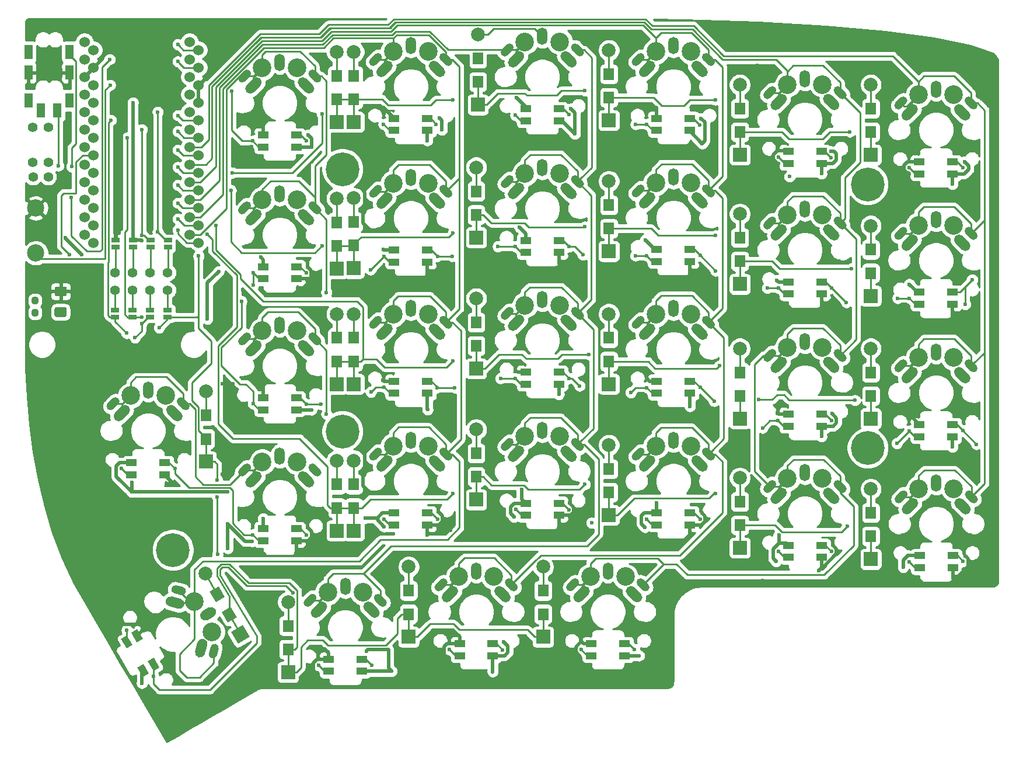
<source format=gbl>
G04 #@! TF.GenerationSoftware,KiCad,Pcbnew,(5.1.10)-1*
G04 #@! TF.CreationDate,2021-11-18T00:25:13+09:00*
G04 #@! TF.ProjectId,Lily58,4c696c79-3538-42e6-9b69-6361645f7063,rev?*
G04 #@! TF.SameCoordinates,PX4f27ac0PY2349340*
G04 #@! TF.FileFunction,Copper,L2,Bot*
G04 #@! TF.FilePolarity,Positive*
%FSLAX46Y46*%
G04 Gerber Fmt 4.6, Leading zero omitted, Abs format (unit mm)*
G04 Created by KiCad (PCBNEW (5.1.10)-1) date 2021-11-18 00:25:13*
%MOMM*%
%LPD*%
G01*
G04 APERTURE LIST*
G04 #@! TA.AperFunction,ComponentPad*
%ADD10C,1.524000*%
G04 #@! TD*
G04 #@! TA.AperFunction,ComponentPad*
%ADD11O,1.500000X2.500000*%
G04 #@! TD*
G04 #@! TA.AperFunction,ComponentPad*
%ADD12C,2.700000*%
G04 #@! TD*
G04 #@! TA.AperFunction,SMDPad,CuDef*
%ADD13R,1.143000X0.635000*%
G04 #@! TD*
G04 #@! TA.AperFunction,ComponentPad*
%ADD14C,1.397000*%
G04 #@! TD*
G04 #@! TA.AperFunction,SMDPad,CuDef*
%ADD15R,1.600000X1.000000*%
G04 #@! TD*
G04 #@! TA.AperFunction,SMDPad,CuDef*
%ADD16C,0.100000*%
G04 #@! TD*
G04 #@! TA.AperFunction,ComponentPad*
%ADD17C,0.100000*%
G04 #@! TD*
G04 #@! TA.AperFunction,ComponentPad*
%ADD18C,1.998980*%
G04 #@! TD*
G04 #@! TA.AperFunction,ComponentPad*
%ADD19R,1.500000X1.800000*%
G04 #@! TD*
G04 #@! TA.AperFunction,ComponentPad*
%ADD20R,1.998980X1.998980*%
G04 #@! TD*
G04 #@! TA.AperFunction,ComponentPad*
%ADD21R,1.200000X2.100000*%
G04 #@! TD*
G04 #@! TA.AperFunction,ComponentPad*
%ADD22C,4.900000*%
G04 #@! TD*
G04 #@! TA.AperFunction,ComponentPad*
%ADD23C,2.500000*%
G04 #@! TD*
G04 #@! TA.AperFunction,ViaPad*
%ADD24C,0.600000*%
G04 #@! TD*
G04 #@! TA.AperFunction,Conductor*
%ADD25C,0.250000*%
G04 #@! TD*
G04 #@! TA.AperFunction,Conductor*
%ADD26C,0.500000*%
G04 #@! TD*
G04 #@! TA.AperFunction,Conductor*
%ADD27C,0.254000*%
G04 #@! TD*
G04 #@! TA.AperFunction,Conductor*
%ADD28C,0.100000*%
G04 #@! TD*
G04 APERTURE END LIST*
D10*
X10478815Y-10405745D03*
X25718815Y-28185745D03*
X10478815Y-20565745D03*
X25718815Y-18025745D03*
X25718815Y-12945745D03*
X10478815Y-30725745D03*
X25718815Y-10405745D03*
X25718815Y-5325745D03*
X10478815Y-25645745D03*
X25718815Y-33265745D03*
X10478815Y-18025745D03*
X10478815Y-7865745D03*
X10478815Y-12945745D03*
X10478815Y-15485745D03*
X10478815Y-28185745D03*
X10478815Y-23105745D03*
X25718815Y-25645745D03*
X25718815Y-23105745D03*
X10478815Y-33265745D03*
X25718815Y-30725745D03*
X25718815Y-7865745D03*
X10478815Y-5325745D03*
X25718815Y-20565745D03*
X25718815Y-15485745D03*
X9180000Y-4130000D03*
X9180000Y-6670000D03*
X9180000Y-9210000D03*
X9180000Y-11750000D03*
X9180000Y-14290000D03*
X9180000Y-16830000D03*
X9180000Y-19370000D03*
X9180000Y-21910000D03*
X9180000Y-24450000D03*
X9180000Y-26990000D03*
X9180000Y-29530000D03*
X9180000Y-32070000D03*
X24420000Y-32070000D03*
X24420000Y-29530000D03*
X24420000Y-26990000D03*
X24420000Y-24450000D03*
X24420000Y-21910000D03*
X24420000Y-19370000D03*
X24420000Y-16830000D03*
X24420000Y-14290000D03*
X24420000Y-11750000D03*
X24420000Y-9210000D03*
X24420000Y-6670000D03*
X24420000Y-4130000D03*
D11*
X66000000Y-80850000D03*
G04 #@! TA.AperFunction,ComponentPad*
G36*
G01*
X70322183Y-82072183D02*
X70322183Y-82072183D01*
G75*
G02*
X71170711Y-82072183I424264J-424264D01*
G01*
X71877817Y-82779289D01*
G75*
G02*
X71877817Y-83627817I-424264J-424264D01*
G01*
X71877817Y-83627817D01*
G75*
G02*
X71029289Y-83627817I-424264J424264D01*
G01*
X70322183Y-82920711D01*
G75*
G02*
X70322183Y-82072183I424264J424264D01*
G01*
G37*
G04 #@! TD.AperFunction*
G04 #@! TA.AperFunction,ComponentPad*
G36*
G01*
X60122183Y-83627817D02*
X60122183Y-83627817D01*
G75*
G02*
X60122183Y-82779289I424264J424264D01*
G01*
X60829289Y-82072183D01*
G75*
G02*
X61677817Y-82072183I424264J-424264D01*
G01*
X61677817Y-82072183D01*
G75*
G02*
X61677817Y-82920711I-424264J-424264D01*
G01*
X60970711Y-83627817D01*
G75*
G02*
X60122183Y-83627817I-424264J424264D01*
G01*
G37*
G04 #@! TD.AperFunction*
G04 #@! TA.AperFunction,ComponentPad*
G36*
G01*
X61200051Y-85199949D02*
X61200051Y-85199949D01*
G75*
G02*
X61200051Y-84139289I530330J530330D01*
G01*
X62119289Y-83220051D01*
G75*
G02*
X63179949Y-83220051I530330J-530330D01*
G01*
X63179949Y-83220051D01*
G75*
G02*
X63179949Y-84280711I-530330J-530330D01*
G01*
X62260711Y-85199949D01*
G75*
G02*
X61200051Y-85199949I-530330J530330D01*
G01*
G37*
G04 #@! TD.AperFunction*
G04 #@! TA.AperFunction,ComponentPad*
G36*
G01*
X68820051Y-83220051D02*
X68820051Y-83220051D01*
G75*
G02*
X69880711Y-83220051I530330J-530330D01*
G01*
X70799949Y-84139289D01*
G75*
G02*
X70799949Y-85199949I-530330J-530330D01*
G01*
X70799949Y-85199949D01*
G75*
G02*
X69739289Y-85199949I-530330J530330D01*
G01*
X68820051Y-84280711D01*
G75*
G02*
X68820051Y-83220051I530330J530330D01*
G01*
G37*
G04 #@! TD.AperFunction*
D12*
X63460000Y-81670000D03*
X68540000Y-81670000D03*
D11*
X113700000Y-28400000D03*
G04 #@! TA.AperFunction,ComponentPad*
G36*
G01*
X118022183Y-29622183D02*
X118022183Y-29622183D01*
G75*
G02*
X118870711Y-29622183I424264J-424264D01*
G01*
X119577817Y-30329289D01*
G75*
G02*
X119577817Y-31177817I-424264J-424264D01*
G01*
X119577817Y-31177817D01*
G75*
G02*
X118729289Y-31177817I-424264J424264D01*
G01*
X118022183Y-30470711D01*
G75*
G02*
X118022183Y-29622183I424264J424264D01*
G01*
G37*
G04 #@! TD.AperFunction*
G04 #@! TA.AperFunction,ComponentPad*
G36*
G01*
X107822183Y-31177817D02*
X107822183Y-31177817D01*
G75*
G02*
X107822183Y-30329289I424264J424264D01*
G01*
X108529289Y-29622183D01*
G75*
G02*
X109377817Y-29622183I424264J-424264D01*
G01*
X109377817Y-29622183D01*
G75*
G02*
X109377817Y-30470711I-424264J-424264D01*
G01*
X108670711Y-31177817D01*
G75*
G02*
X107822183Y-31177817I-424264J424264D01*
G01*
G37*
G04 #@! TD.AperFunction*
G04 #@! TA.AperFunction,ComponentPad*
G36*
G01*
X108900051Y-32749949D02*
X108900051Y-32749949D01*
G75*
G02*
X108900051Y-31689289I530330J530330D01*
G01*
X109819289Y-30770051D01*
G75*
G02*
X110879949Y-30770051I530330J-530330D01*
G01*
X110879949Y-30770051D01*
G75*
G02*
X110879949Y-31830711I-530330J-530330D01*
G01*
X109960711Y-32749949D01*
G75*
G02*
X108900051Y-32749949I-530330J530330D01*
G01*
G37*
G04 #@! TD.AperFunction*
G04 #@! TA.AperFunction,ComponentPad*
G36*
G01*
X116520051Y-30770051D02*
X116520051Y-30770051D01*
G75*
G02*
X117580711Y-30770051I530330J-530330D01*
G01*
X118499949Y-31689289D01*
G75*
G02*
X118499949Y-32749949I-530330J-530330D01*
G01*
X118499949Y-32749949D01*
G75*
G02*
X117439289Y-32749949I-530330J530330D01*
G01*
X116520051Y-31830711D01*
G75*
G02*
X116520051Y-30770051I530330J530330D01*
G01*
G37*
G04 #@! TD.AperFunction*
D12*
X111160000Y-29220000D03*
X116240000Y-29220000D03*
D13*
X13630000Y-44010760D03*
X13630000Y-43010000D03*
X16170000Y-44010760D03*
X16170000Y-43010000D03*
X18710000Y-44010760D03*
X18710000Y-43010000D03*
X21250000Y-44010760D03*
X21250000Y-43010000D03*
D14*
X21250000Y-40140000D03*
X18710000Y-40140000D03*
X16170000Y-40140000D03*
X13630000Y-40140000D03*
X21250000Y-37600000D03*
X18710000Y-37600000D03*
X16170000Y-37600000D03*
X13630000Y-37600000D03*
D11*
X37500000Y-45200000D03*
G04 #@! TA.AperFunction,ComponentPad*
G36*
G01*
X41822183Y-46422183D02*
X41822183Y-46422183D01*
G75*
G02*
X42670711Y-46422183I424264J-424264D01*
G01*
X43377817Y-47129289D01*
G75*
G02*
X43377817Y-47977817I-424264J-424264D01*
G01*
X43377817Y-47977817D01*
G75*
G02*
X42529289Y-47977817I-424264J424264D01*
G01*
X41822183Y-47270711D01*
G75*
G02*
X41822183Y-46422183I424264J424264D01*
G01*
G37*
G04 #@! TD.AperFunction*
G04 #@! TA.AperFunction,ComponentPad*
G36*
G01*
X31622183Y-47977817D02*
X31622183Y-47977817D01*
G75*
G02*
X31622183Y-47129289I424264J424264D01*
G01*
X32329289Y-46422183D01*
G75*
G02*
X33177817Y-46422183I424264J-424264D01*
G01*
X33177817Y-46422183D01*
G75*
G02*
X33177817Y-47270711I-424264J-424264D01*
G01*
X32470711Y-47977817D01*
G75*
G02*
X31622183Y-47977817I-424264J424264D01*
G01*
G37*
G04 #@! TD.AperFunction*
G04 #@! TA.AperFunction,ComponentPad*
G36*
G01*
X32700051Y-49549949D02*
X32700051Y-49549949D01*
G75*
G02*
X32700051Y-48489289I530330J530330D01*
G01*
X33619289Y-47570051D01*
G75*
G02*
X34679949Y-47570051I530330J-530330D01*
G01*
X34679949Y-47570051D01*
G75*
G02*
X34679949Y-48630711I-530330J-530330D01*
G01*
X33760711Y-49549949D01*
G75*
G02*
X32700051Y-49549949I-530330J530330D01*
G01*
G37*
G04 #@! TD.AperFunction*
G04 #@! TA.AperFunction,ComponentPad*
G36*
G01*
X40320051Y-47570051D02*
X40320051Y-47570051D01*
G75*
G02*
X41380711Y-47570051I530330J-530330D01*
G01*
X42299949Y-48489289D01*
G75*
G02*
X42299949Y-49549949I-530330J-530330D01*
G01*
X42299949Y-49549949D01*
G75*
G02*
X41239289Y-49549949I-530330J530330D01*
G01*
X40320051Y-48630711D01*
G75*
G02*
X40320051Y-47570051I530330J530330D01*
G01*
G37*
G04 #@! TD.AperFunction*
D12*
X34960000Y-46020000D03*
X40040000Y-46020000D03*
D11*
X56500000Y-23800000D03*
G04 #@! TA.AperFunction,ComponentPad*
G36*
G01*
X60822183Y-25022183D02*
X60822183Y-25022183D01*
G75*
G02*
X61670711Y-25022183I424264J-424264D01*
G01*
X62377817Y-25729289D01*
G75*
G02*
X62377817Y-26577817I-424264J-424264D01*
G01*
X62377817Y-26577817D01*
G75*
G02*
X61529289Y-26577817I-424264J424264D01*
G01*
X60822183Y-25870711D01*
G75*
G02*
X60822183Y-25022183I424264J424264D01*
G01*
G37*
G04 #@! TD.AperFunction*
G04 #@! TA.AperFunction,ComponentPad*
G36*
G01*
X50622183Y-26577817D02*
X50622183Y-26577817D01*
G75*
G02*
X50622183Y-25729289I424264J424264D01*
G01*
X51329289Y-25022183D01*
G75*
G02*
X52177817Y-25022183I424264J-424264D01*
G01*
X52177817Y-25022183D01*
G75*
G02*
X52177817Y-25870711I-424264J-424264D01*
G01*
X51470711Y-26577817D01*
G75*
G02*
X50622183Y-26577817I-424264J424264D01*
G01*
G37*
G04 #@! TD.AperFunction*
G04 #@! TA.AperFunction,ComponentPad*
G36*
G01*
X51700051Y-28149949D02*
X51700051Y-28149949D01*
G75*
G02*
X51700051Y-27089289I530330J530330D01*
G01*
X52619289Y-26170051D01*
G75*
G02*
X53679949Y-26170051I530330J-530330D01*
G01*
X53679949Y-26170051D01*
G75*
G02*
X53679949Y-27230711I-530330J-530330D01*
G01*
X52760711Y-28149949D01*
G75*
G02*
X51700051Y-28149949I-530330J530330D01*
G01*
G37*
G04 #@! TD.AperFunction*
G04 #@! TA.AperFunction,ComponentPad*
G36*
G01*
X59320051Y-26170051D02*
X59320051Y-26170051D01*
G75*
G02*
X60380711Y-26170051I530330J-530330D01*
G01*
X61299949Y-27089289D01*
G75*
G02*
X61299949Y-28149949I-530330J-530330D01*
G01*
X61299949Y-28149949D01*
G75*
G02*
X60239289Y-28149949I-530330J530330D01*
G01*
X59320051Y-27230711D01*
G75*
G02*
X59320051Y-26170051I530330J530330D01*
G01*
G37*
G04 #@! TD.AperFunction*
D12*
X53960000Y-24620000D03*
X59040000Y-24620000D03*
X116240000Y-67420000D03*
X111160000Y-67420000D03*
G04 #@! TA.AperFunction,ComponentPad*
G36*
G01*
X116520051Y-68970051D02*
X116520051Y-68970051D01*
G75*
G02*
X117580711Y-68970051I530330J-530330D01*
G01*
X118499949Y-69889289D01*
G75*
G02*
X118499949Y-70949949I-530330J-530330D01*
G01*
X118499949Y-70949949D01*
G75*
G02*
X117439289Y-70949949I-530330J530330D01*
G01*
X116520051Y-70030711D01*
G75*
G02*
X116520051Y-68970051I530330J530330D01*
G01*
G37*
G04 #@! TD.AperFunction*
G04 #@! TA.AperFunction,ComponentPad*
G36*
G01*
X108900051Y-70949949D02*
X108900051Y-70949949D01*
G75*
G02*
X108900051Y-69889289I530330J530330D01*
G01*
X109819289Y-68970051D01*
G75*
G02*
X110879949Y-68970051I530330J-530330D01*
G01*
X110879949Y-68970051D01*
G75*
G02*
X110879949Y-70030711I-530330J-530330D01*
G01*
X109960711Y-70949949D01*
G75*
G02*
X108900051Y-70949949I-530330J530330D01*
G01*
G37*
G04 #@! TD.AperFunction*
G04 #@! TA.AperFunction,ComponentPad*
G36*
G01*
X107822183Y-69377817D02*
X107822183Y-69377817D01*
G75*
G02*
X107822183Y-68529289I424264J424264D01*
G01*
X108529289Y-67822183D01*
G75*
G02*
X109377817Y-67822183I424264J-424264D01*
G01*
X109377817Y-67822183D01*
G75*
G02*
X109377817Y-68670711I-424264J-424264D01*
G01*
X108670711Y-69377817D01*
G75*
G02*
X107822183Y-69377817I-424264J424264D01*
G01*
G37*
G04 #@! TD.AperFunction*
G04 #@! TA.AperFunction,ComponentPad*
G36*
G01*
X118022183Y-67822183D02*
X118022183Y-67822183D01*
G75*
G02*
X118870711Y-67822183I424264J-424264D01*
G01*
X119577817Y-68529289D01*
G75*
G02*
X119577817Y-69377817I-424264J-424264D01*
G01*
X119577817Y-69377817D01*
G75*
G02*
X118729289Y-69377817I-424264J424264D01*
G01*
X118022183Y-68670711D01*
G75*
G02*
X118022183Y-67822183I424264J424264D01*
G01*
G37*
G04 #@! TD.AperFunction*
D11*
X113700000Y-66600000D03*
D12*
X97140000Y-24570000D03*
X92060000Y-24570000D03*
G04 #@! TA.AperFunction,ComponentPad*
G36*
G01*
X97420051Y-26120051D02*
X97420051Y-26120051D01*
G75*
G02*
X98480711Y-26120051I530330J-530330D01*
G01*
X99399949Y-27039289D01*
G75*
G02*
X99399949Y-28099949I-530330J-530330D01*
G01*
X99399949Y-28099949D01*
G75*
G02*
X98339289Y-28099949I-530330J530330D01*
G01*
X97420051Y-27180711D01*
G75*
G02*
X97420051Y-26120051I530330J530330D01*
G01*
G37*
G04 #@! TD.AperFunction*
G04 #@! TA.AperFunction,ComponentPad*
G36*
G01*
X89800051Y-28099949D02*
X89800051Y-28099949D01*
G75*
G02*
X89800051Y-27039289I530330J530330D01*
G01*
X90719289Y-26120051D01*
G75*
G02*
X91779949Y-26120051I530330J-530330D01*
G01*
X91779949Y-26120051D01*
G75*
G02*
X91779949Y-27180711I-530330J-530330D01*
G01*
X90860711Y-28099949D01*
G75*
G02*
X89800051Y-28099949I-530330J530330D01*
G01*
G37*
G04 #@! TD.AperFunction*
G04 #@! TA.AperFunction,ComponentPad*
G36*
G01*
X88722183Y-26527817D02*
X88722183Y-26527817D01*
G75*
G02*
X88722183Y-25679289I424264J424264D01*
G01*
X89429289Y-24972183D01*
G75*
G02*
X90277817Y-24972183I424264J-424264D01*
G01*
X90277817Y-24972183D01*
G75*
G02*
X90277817Y-25820711I-424264J-424264D01*
G01*
X89570711Y-26527817D01*
G75*
G02*
X88722183Y-26527817I-424264J424264D01*
G01*
G37*
G04 #@! TD.AperFunction*
G04 #@! TA.AperFunction,ComponentPad*
G36*
G01*
X98922183Y-24972183D02*
X98922183Y-24972183D01*
G75*
G02*
X99770711Y-24972183I424264J-424264D01*
G01*
X100477817Y-25679289D01*
G75*
G02*
X100477817Y-26527817I-424264J-424264D01*
G01*
X100477817Y-26527817D01*
G75*
G02*
X99629289Y-26527817I-424264J424264D01*
G01*
X98922183Y-25820711D01*
G75*
G02*
X98922183Y-24972183I424264J424264D01*
G01*
G37*
G04 #@! TD.AperFunction*
D11*
X94600000Y-23750000D03*
D15*
X58900000Y-15225000D03*
X58900000Y-16975000D03*
X54100000Y-16975000D03*
X54100000Y-15225000D03*
X39900000Y-17625000D03*
X39900000Y-19375000D03*
X35100000Y-19375000D03*
X35100000Y-17625000D03*
G04 #@! TA.AperFunction,SMDPad,CuDef*
D16*
G36*
X20027644Y-94833781D02*
G01*
X19161618Y-95333781D01*
X18361618Y-93948141D01*
X19227644Y-93448141D01*
X20027644Y-94833781D01*
G37*
G04 #@! TD.AperFunction*
G04 #@! TA.AperFunction,SMDPad,CuDef*
G36*
X18512100Y-95708781D02*
G01*
X17646074Y-96208781D01*
X16846074Y-94823141D01*
X17712100Y-94323141D01*
X18512100Y-95708781D01*
G37*
G04 #@! TD.AperFunction*
G04 #@! TA.AperFunction,SMDPad,CuDef*
G36*
X16112100Y-91551859D02*
G01*
X15246074Y-92051859D01*
X14446074Y-90666219D01*
X15312100Y-90166219D01*
X16112100Y-91551859D01*
G37*
G04 #@! TD.AperFunction*
G04 #@! TA.AperFunction,SMDPad,CuDef*
G36*
X17627644Y-90676859D02*
G01*
X16761618Y-91176859D01*
X15961618Y-89791219D01*
X16827644Y-89291219D01*
X17627644Y-90676859D01*
G37*
G04 #@! TD.AperFunction*
D15*
X87500000Y-91375000D03*
X87500000Y-93125000D03*
X82700000Y-93125000D03*
X82700000Y-91375000D03*
X78000000Y-13835000D03*
X78000000Y-15585000D03*
X73200000Y-15585000D03*
X73200000Y-13835000D03*
X97000000Y-15225000D03*
X97000000Y-16975000D03*
X92200000Y-16975000D03*
X92200000Y-15225000D03*
X116100000Y-20025000D03*
X116100000Y-21775000D03*
X111300000Y-21775000D03*
X111300000Y-20025000D03*
X135100000Y-21525000D03*
X135100000Y-23275000D03*
X130300000Y-23275000D03*
X130300000Y-21525000D03*
X35100000Y-38475000D03*
X35100000Y-36725000D03*
X39900000Y-36725000D03*
X39900000Y-38475000D03*
X54100000Y-36075000D03*
X54100000Y-34325000D03*
X58900000Y-34325000D03*
X58900000Y-36075000D03*
X73200000Y-34675000D03*
X73200000Y-32925000D03*
X78000000Y-32925000D03*
X78000000Y-34675000D03*
X92200000Y-35975000D03*
X92200000Y-34225000D03*
X97000000Y-34225000D03*
X97000000Y-35975000D03*
X111300000Y-40675000D03*
X111300000Y-38925000D03*
X116100000Y-38925000D03*
X116100000Y-40675000D03*
X130300000Y-42175000D03*
X130300000Y-40425000D03*
X135100000Y-40425000D03*
X135100000Y-42175000D03*
X39900000Y-55725000D03*
X39900000Y-57475000D03*
X35100000Y-57475000D03*
X35100000Y-55725000D03*
X58900000Y-53325000D03*
X58900000Y-55075000D03*
X54100000Y-55075000D03*
X54100000Y-53325000D03*
X78000000Y-52025000D03*
X78000000Y-53775000D03*
X73200000Y-53775000D03*
X73200000Y-52025000D03*
X97000000Y-53325000D03*
X97000000Y-55075000D03*
X92200000Y-55075000D03*
X92200000Y-53325000D03*
X116100000Y-58125000D03*
X116100000Y-59875000D03*
X111300000Y-59875000D03*
X111300000Y-58125000D03*
X135100000Y-59625000D03*
X135100000Y-61375000D03*
X130300000Y-61375000D03*
X130300000Y-59625000D03*
X35100000Y-76475000D03*
X35100000Y-74725000D03*
X39900000Y-74725000D03*
X39900000Y-76475000D03*
X54100000Y-74175000D03*
X54100000Y-72425000D03*
X58900000Y-72425000D03*
X58900000Y-74175000D03*
X73200000Y-72775000D03*
X73200000Y-71025000D03*
X78000000Y-71025000D03*
X78000000Y-72775000D03*
X92200000Y-74175000D03*
X92200000Y-72425000D03*
X97000000Y-72425000D03*
X97000000Y-74175000D03*
X111300000Y-78875000D03*
X111300000Y-77125000D03*
X116100000Y-77125000D03*
X116100000Y-78875000D03*
X130350000Y-80375000D03*
X130350000Y-78625000D03*
X135150000Y-78625000D03*
X135150000Y-80375000D03*
X16000000Y-66875000D03*
X16000000Y-65125000D03*
X20800000Y-65125000D03*
X20800000Y-66875000D03*
X49400000Y-93625000D03*
X49400000Y-95375000D03*
X44600000Y-95375000D03*
X44600000Y-93625000D03*
X68400000Y-91375000D03*
X68400000Y-93125000D03*
X63600000Y-93125000D03*
X63600000Y-91375000D03*
D12*
X40040000Y-7920000D03*
X34960000Y-7920000D03*
G04 #@! TA.AperFunction,ComponentPad*
G36*
G01*
X40320051Y-9470051D02*
X40320051Y-9470051D01*
G75*
G02*
X41380711Y-9470051I530330J-530330D01*
G01*
X42299949Y-10389289D01*
G75*
G02*
X42299949Y-11449949I-530330J-530330D01*
G01*
X42299949Y-11449949D01*
G75*
G02*
X41239289Y-11449949I-530330J530330D01*
G01*
X40320051Y-10530711D01*
G75*
G02*
X40320051Y-9470051I530330J530330D01*
G01*
G37*
G04 #@! TD.AperFunction*
G04 #@! TA.AperFunction,ComponentPad*
G36*
G01*
X32700051Y-11449949D02*
X32700051Y-11449949D01*
G75*
G02*
X32700051Y-10389289I530330J530330D01*
G01*
X33619289Y-9470051D01*
G75*
G02*
X34679949Y-9470051I530330J-530330D01*
G01*
X34679949Y-9470051D01*
G75*
G02*
X34679949Y-10530711I-530330J-530330D01*
G01*
X33760711Y-11449949D01*
G75*
G02*
X32700051Y-11449949I-530330J530330D01*
G01*
G37*
G04 #@! TD.AperFunction*
G04 #@! TA.AperFunction,ComponentPad*
G36*
G01*
X31622183Y-9877817D02*
X31622183Y-9877817D01*
G75*
G02*
X31622183Y-9029289I424264J424264D01*
G01*
X32329289Y-8322183D01*
G75*
G02*
X33177817Y-8322183I424264J-424264D01*
G01*
X33177817Y-8322183D01*
G75*
G02*
X33177817Y-9170711I-424264J-424264D01*
G01*
X32470711Y-9877817D01*
G75*
G02*
X31622183Y-9877817I-424264J424264D01*
G01*
G37*
G04 #@! TD.AperFunction*
G04 #@! TA.AperFunction,ComponentPad*
G36*
G01*
X41822183Y-8322183D02*
X41822183Y-8322183D01*
G75*
G02*
X42670711Y-8322183I424264J-424264D01*
G01*
X43377817Y-9029289D01*
G75*
G02*
X43377817Y-9877817I-424264J-424264D01*
G01*
X43377817Y-9877817D01*
G75*
G02*
X42529289Y-9877817I-424264J424264D01*
G01*
X41822183Y-9170711D01*
G75*
G02*
X41822183Y-8322183I424264J424264D01*
G01*
G37*
G04 #@! TD.AperFunction*
D11*
X37500000Y-7100000D03*
G04 #@! TA.AperFunction,SMDPad,CuDef*
G36*
G01*
X2237500Y-43939000D02*
X1762500Y-43939000D01*
G75*
G02*
X1525000Y-43701500I0J237500D01*
G01*
X1525000Y-43126500D01*
G75*
G02*
X1762500Y-42889000I237500J0D01*
G01*
X2237500Y-42889000D01*
G75*
G02*
X2475000Y-43126500I0J-237500D01*
G01*
X2475000Y-43701500D01*
G75*
G02*
X2237500Y-43939000I-237500J0D01*
G01*
G37*
G04 #@! TD.AperFunction*
G04 #@! TA.AperFunction,SMDPad,CuDef*
G36*
G01*
X2237500Y-42161000D02*
X1762500Y-42161000D01*
G75*
G02*
X1525000Y-41923500I0J237500D01*
G01*
X1525000Y-41348500D01*
G75*
G02*
X1762500Y-41111000I237500J0D01*
G01*
X2237500Y-41111000D01*
G75*
G02*
X2475000Y-41348500I0J-237500D01*
G01*
X2475000Y-41923500D01*
G75*
G02*
X2237500Y-42161000I-237500J0D01*
G01*
G37*
G04 #@! TD.AperFunction*
G04 #@! TA.AperFunction,SMDPad,CuDef*
G36*
G01*
X5074374Y-42598600D02*
X6325626Y-42598600D01*
G75*
G02*
X6575000Y-42847974I0J-249374D01*
G01*
X6575000Y-43774226D01*
G75*
G02*
X6325626Y-44023600I-249374J0D01*
G01*
X5074374Y-44023600D01*
G75*
G02*
X4825000Y-43774226I0J249374D01*
G01*
X4825000Y-42847974D01*
G75*
G02*
X5074374Y-42598600I249374J0D01*
G01*
G37*
G04 #@! TD.AperFunction*
G04 #@! TA.AperFunction,SMDPad,CuDef*
G36*
G01*
X5099774Y-39601400D02*
X6351026Y-39601400D01*
G75*
G02*
X6600400Y-39850774I0J-249374D01*
G01*
X6600400Y-40777026D01*
G75*
G02*
X6351026Y-41026400I-249374J0D01*
G01*
X5099774Y-41026400D01*
G75*
G02*
X4850400Y-40777026I0J249374D01*
G01*
X4850400Y-39850774D01*
G75*
G02*
X5099774Y-39601400I249374J0D01*
G01*
G37*
G04 #@! TD.AperFunction*
D14*
X3938035Y-16499272D03*
X3938035Y-21579272D03*
G04 #@! TA.AperFunction,ComponentPad*
D17*
G36*
X29549519Y-84632180D02*
G01*
X28250481Y-85382180D01*
X27350481Y-83823334D01*
X28649519Y-83073334D01*
X29549519Y-84632180D01*
G37*
G04 #@! TD.AperFunction*
G04 #@! TA.AperFunction,ComponentPad*
G36*
X31249519Y-87576666D02*
G01*
X29950481Y-88326666D01*
X29050481Y-86767820D01*
X30349519Y-86017820D01*
X31249519Y-87576666D01*
G37*
G04 #@! TD.AperFunction*
D18*
X26717800Y-81232579D03*
G04 #@! TA.AperFunction,ComponentPad*
D17*
G36*
X30432471Y-89665558D02*
G01*
X32163639Y-88666068D01*
X33163129Y-90397236D01*
X31431961Y-91396726D01*
X30432471Y-89665558D01*
G37*
G04 #@! TD.AperFunction*
D11*
X56500000Y-42800000D03*
G04 #@! TA.AperFunction,ComponentPad*
G36*
G01*
X60822183Y-44022183D02*
X60822183Y-44022183D01*
G75*
G02*
X61670711Y-44022183I424264J-424264D01*
G01*
X62377817Y-44729289D01*
G75*
G02*
X62377817Y-45577817I-424264J-424264D01*
G01*
X62377817Y-45577817D01*
G75*
G02*
X61529289Y-45577817I-424264J424264D01*
G01*
X60822183Y-44870711D01*
G75*
G02*
X60822183Y-44022183I424264J424264D01*
G01*
G37*
G04 #@! TD.AperFunction*
G04 #@! TA.AperFunction,ComponentPad*
G36*
G01*
X50622183Y-45577817D02*
X50622183Y-45577817D01*
G75*
G02*
X50622183Y-44729289I424264J424264D01*
G01*
X51329289Y-44022183D01*
G75*
G02*
X52177817Y-44022183I424264J-424264D01*
G01*
X52177817Y-44022183D01*
G75*
G02*
X52177817Y-44870711I-424264J-424264D01*
G01*
X51470711Y-45577817D01*
G75*
G02*
X50622183Y-45577817I-424264J424264D01*
G01*
G37*
G04 #@! TD.AperFunction*
G04 #@! TA.AperFunction,ComponentPad*
G36*
G01*
X51700051Y-47149949D02*
X51700051Y-47149949D01*
G75*
G02*
X51700051Y-46089289I530330J530330D01*
G01*
X52619289Y-45170051D01*
G75*
G02*
X53679949Y-45170051I530330J-530330D01*
G01*
X53679949Y-45170051D01*
G75*
G02*
X53679949Y-46230711I-530330J-530330D01*
G01*
X52760711Y-47149949D01*
G75*
G02*
X51700051Y-47149949I-530330J530330D01*
G01*
G37*
G04 #@! TD.AperFunction*
G04 #@! TA.AperFunction,ComponentPad*
G36*
G01*
X59320051Y-45170051D02*
X59320051Y-45170051D01*
G75*
G02*
X60380711Y-45170051I530330J-530330D01*
G01*
X61299949Y-46089289D01*
G75*
G02*
X61299949Y-47149949I-530330J-530330D01*
G01*
X61299949Y-47149949D01*
G75*
G02*
X60239289Y-47149949I-530330J530330D01*
G01*
X59320051Y-46230711D01*
G75*
G02*
X59320051Y-45170051I530330J530330D01*
G01*
G37*
G04 #@! TD.AperFunction*
D12*
X53960000Y-43620000D03*
X59040000Y-43620000D03*
X135240000Y-30720000D03*
X130160000Y-30720000D03*
G04 #@! TA.AperFunction,ComponentPad*
G36*
G01*
X135520051Y-32270051D02*
X135520051Y-32270051D01*
G75*
G02*
X136580711Y-32270051I530330J-530330D01*
G01*
X137499949Y-33189289D01*
G75*
G02*
X137499949Y-34249949I-530330J-530330D01*
G01*
X137499949Y-34249949D01*
G75*
G02*
X136439289Y-34249949I-530330J530330D01*
G01*
X135520051Y-33330711D01*
G75*
G02*
X135520051Y-32270051I530330J530330D01*
G01*
G37*
G04 #@! TD.AperFunction*
G04 #@! TA.AperFunction,ComponentPad*
G36*
G01*
X127900051Y-34249949D02*
X127900051Y-34249949D01*
G75*
G02*
X127900051Y-33189289I530330J530330D01*
G01*
X128819289Y-32270051D01*
G75*
G02*
X129879949Y-32270051I530330J-530330D01*
G01*
X129879949Y-32270051D01*
G75*
G02*
X129879949Y-33330711I-530330J-530330D01*
G01*
X128960711Y-34249949D01*
G75*
G02*
X127900051Y-34249949I-530330J530330D01*
G01*
G37*
G04 #@! TD.AperFunction*
G04 #@! TA.AperFunction,ComponentPad*
G36*
G01*
X126822183Y-32677817D02*
X126822183Y-32677817D01*
G75*
G02*
X126822183Y-31829289I424264J424264D01*
G01*
X127529289Y-31122183D01*
G75*
G02*
X128377817Y-31122183I424264J-424264D01*
G01*
X128377817Y-31122183D01*
G75*
G02*
X128377817Y-31970711I-424264J-424264D01*
G01*
X127670711Y-32677817D01*
G75*
G02*
X126822183Y-32677817I-424264J424264D01*
G01*
G37*
G04 #@! TD.AperFunction*
G04 #@! TA.AperFunction,ComponentPad*
G36*
G01*
X137022183Y-31122183D02*
X137022183Y-31122183D01*
G75*
G02*
X137870711Y-31122183I424264J-424264D01*
G01*
X138577817Y-31829289D01*
G75*
G02*
X138577817Y-32677817I-424264J-424264D01*
G01*
X138577817Y-32677817D01*
G75*
G02*
X137729289Y-32677817I-424264J424264D01*
G01*
X137022183Y-31970711D01*
G75*
G02*
X137022183Y-31122183I424264J424264D01*
G01*
G37*
G04 #@! TD.AperFunction*
D11*
X132700000Y-29900000D03*
D12*
X59040000Y-62720000D03*
X53960000Y-62720000D03*
G04 #@! TA.AperFunction,ComponentPad*
G36*
G01*
X59320051Y-64270051D02*
X59320051Y-64270051D01*
G75*
G02*
X60380711Y-64270051I530330J-530330D01*
G01*
X61299949Y-65189289D01*
G75*
G02*
X61299949Y-66249949I-530330J-530330D01*
G01*
X61299949Y-66249949D01*
G75*
G02*
X60239289Y-66249949I-530330J530330D01*
G01*
X59320051Y-65330711D01*
G75*
G02*
X59320051Y-64270051I530330J530330D01*
G01*
G37*
G04 #@! TD.AperFunction*
G04 #@! TA.AperFunction,ComponentPad*
G36*
G01*
X51700051Y-66249949D02*
X51700051Y-66249949D01*
G75*
G02*
X51700051Y-65189289I530330J530330D01*
G01*
X52619289Y-64270051D01*
G75*
G02*
X53679949Y-64270051I530330J-530330D01*
G01*
X53679949Y-64270051D01*
G75*
G02*
X53679949Y-65330711I-530330J-530330D01*
G01*
X52760711Y-66249949D01*
G75*
G02*
X51700051Y-66249949I-530330J530330D01*
G01*
G37*
G04 #@! TD.AperFunction*
G04 #@! TA.AperFunction,ComponentPad*
G36*
G01*
X50622183Y-64677817D02*
X50622183Y-64677817D01*
G75*
G02*
X50622183Y-63829289I424264J424264D01*
G01*
X51329289Y-63122183D01*
G75*
G02*
X52177817Y-63122183I424264J-424264D01*
G01*
X52177817Y-63122183D01*
G75*
G02*
X52177817Y-63970711I-424264J-424264D01*
G01*
X51470711Y-64677817D01*
G75*
G02*
X50622183Y-64677817I-424264J424264D01*
G01*
G37*
G04 #@! TD.AperFunction*
G04 #@! TA.AperFunction,ComponentPad*
G36*
G01*
X60822183Y-63122183D02*
X60822183Y-63122183D01*
G75*
G02*
X61670711Y-63122183I424264J-424264D01*
G01*
X62377817Y-63829289D01*
G75*
G02*
X62377817Y-64677817I-424264J-424264D01*
G01*
X62377817Y-64677817D01*
G75*
G02*
X61529289Y-64677817I-424264J424264D01*
G01*
X60822183Y-63970711D01*
G75*
G02*
X60822183Y-63122183I424264J424264D01*
G01*
G37*
G04 #@! TD.AperFunction*
D11*
X56500000Y-61900000D03*
X132700000Y-49100000D03*
G04 #@! TA.AperFunction,ComponentPad*
G36*
G01*
X137022183Y-50322183D02*
X137022183Y-50322183D01*
G75*
G02*
X137870711Y-50322183I424264J-424264D01*
G01*
X138577817Y-51029289D01*
G75*
G02*
X138577817Y-51877817I-424264J-424264D01*
G01*
X138577817Y-51877817D01*
G75*
G02*
X137729289Y-51877817I-424264J424264D01*
G01*
X137022183Y-51170711D01*
G75*
G02*
X137022183Y-50322183I424264J424264D01*
G01*
G37*
G04 #@! TD.AperFunction*
G04 #@! TA.AperFunction,ComponentPad*
G36*
G01*
X126822183Y-51877817D02*
X126822183Y-51877817D01*
G75*
G02*
X126822183Y-51029289I424264J424264D01*
G01*
X127529289Y-50322183D01*
G75*
G02*
X128377817Y-50322183I424264J-424264D01*
G01*
X128377817Y-50322183D01*
G75*
G02*
X128377817Y-51170711I-424264J-424264D01*
G01*
X127670711Y-51877817D01*
G75*
G02*
X126822183Y-51877817I-424264J424264D01*
G01*
G37*
G04 #@! TD.AperFunction*
G04 #@! TA.AperFunction,ComponentPad*
G36*
G01*
X127900051Y-53449949D02*
X127900051Y-53449949D01*
G75*
G02*
X127900051Y-52389289I530330J530330D01*
G01*
X128819289Y-51470051D01*
G75*
G02*
X129879949Y-51470051I530330J-530330D01*
G01*
X129879949Y-51470051D01*
G75*
G02*
X129879949Y-52530711I-530330J-530330D01*
G01*
X128960711Y-53449949D01*
G75*
G02*
X127900051Y-53449949I-530330J530330D01*
G01*
G37*
G04 #@! TD.AperFunction*
G04 #@! TA.AperFunction,ComponentPad*
G36*
G01*
X135520051Y-51470051D02*
X135520051Y-51470051D01*
G75*
G02*
X136580711Y-51470051I530330J-530330D01*
G01*
X137499949Y-52389289D01*
G75*
G02*
X137499949Y-53449949I-530330J-530330D01*
G01*
X137499949Y-53449949D01*
G75*
G02*
X136439289Y-53449949I-530330J530330D01*
G01*
X135520051Y-52530711D01*
G75*
G02*
X135520051Y-51470051I530330J530330D01*
G01*
G37*
G04 #@! TD.AperFunction*
D12*
X130160000Y-49920000D03*
X135240000Y-49920000D03*
D19*
X123248000Y-72425000D03*
X123248000Y-75825000D03*
D18*
X123250540Y-68965000D03*
D20*
X123250540Y-79125000D03*
D12*
X78140000Y-23220000D03*
X73060000Y-23220000D03*
G04 #@! TA.AperFunction,ComponentPad*
G36*
G01*
X78420051Y-24770051D02*
X78420051Y-24770051D01*
G75*
G02*
X79480711Y-24770051I530330J-530330D01*
G01*
X80399949Y-25689289D01*
G75*
G02*
X80399949Y-26749949I-530330J-530330D01*
G01*
X80399949Y-26749949D01*
G75*
G02*
X79339289Y-26749949I-530330J530330D01*
G01*
X78420051Y-25830711D01*
G75*
G02*
X78420051Y-24770051I530330J530330D01*
G01*
G37*
G04 #@! TD.AperFunction*
G04 #@! TA.AperFunction,ComponentPad*
G36*
G01*
X70800051Y-26749949D02*
X70800051Y-26749949D01*
G75*
G02*
X70800051Y-25689289I530330J530330D01*
G01*
X71719289Y-24770051D01*
G75*
G02*
X72779949Y-24770051I530330J-530330D01*
G01*
X72779949Y-24770051D01*
G75*
G02*
X72779949Y-25830711I-530330J-530330D01*
G01*
X71860711Y-26749949D01*
G75*
G02*
X70800051Y-26749949I-530330J530330D01*
G01*
G37*
G04 #@! TD.AperFunction*
G04 #@! TA.AperFunction,ComponentPad*
G36*
G01*
X69722183Y-25177817D02*
X69722183Y-25177817D01*
G75*
G02*
X69722183Y-24329289I424264J424264D01*
G01*
X70429289Y-23622183D01*
G75*
G02*
X71277817Y-23622183I424264J-424264D01*
G01*
X71277817Y-23622183D01*
G75*
G02*
X71277817Y-24470711I-424264J-424264D01*
G01*
X70570711Y-25177817D01*
G75*
G02*
X69722183Y-25177817I-424264J424264D01*
G01*
G37*
G04 #@! TD.AperFunction*
G04 #@! TA.AperFunction,ComponentPad*
G36*
G01*
X79922183Y-23622183D02*
X79922183Y-23622183D01*
G75*
G02*
X80770711Y-23622183I424264J-424264D01*
G01*
X81477817Y-24329289D01*
G75*
G02*
X81477817Y-25177817I-424264J-424264D01*
G01*
X81477817Y-25177817D01*
G75*
G02*
X80629289Y-25177817I-424264J424264D01*
G01*
X79922183Y-24470711D01*
G75*
G02*
X79922183Y-23622183I424264J424264D01*
G01*
G37*
G04 #@! TD.AperFunction*
D11*
X75600000Y-22400000D03*
X94600000Y-61900000D03*
G04 #@! TA.AperFunction,ComponentPad*
G36*
G01*
X98922183Y-63122183D02*
X98922183Y-63122183D01*
G75*
G02*
X99770711Y-63122183I424264J-424264D01*
G01*
X100477817Y-63829289D01*
G75*
G02*
X100477817Y-64677817I-424264J-424264D01*
G01*
X100477817Y-64677817D01*
G75*
G02*
X99629289Y-64677817I-424264J424264D01*
G01*
X98922183Y-63970711D01*
G75*
G02*
X98922183Y-63122183I424264J424264D01*
G01*
G37*
G04 #@! TD.AperFunction*
G04 #@! TA.AperFunction,ComponentPad*
G36*
G01*
X88722183Y-64677817D02*
X88722183Y-64677817D01*
G75*
G02*
X88722183Y-63829289I424264J424264D01*
G01*
X89429289Y-63122183D01*
G75*
G02*
X90277817Y-63122183I424264J-424264D01*
G01*
X90277817Y-63122183D01*
G75*
G02*
X90277817Y-63970711I-424264J-424264D01*
G01*
X89570711Y-64677817D01*
G75*
G02*
X88722183Y-64677817I-424264J424264D01*
G01*
G37*
G04 #@! TD.AperFunction*
G04 #@! TA.AperFunction,ComponentPad*
G36*
G01*
X89800051Y-66249949D02*
X89800051Y-66249949D01*
G75*
G02*
X89800051Y-65189289I530330J530330D01*
G01*
X90719289Y-64270051D01*
G75*
G02*
X91779949Y-64270051I530330J-530330D01*
G01*
X91779949Y-64270051D01*
G75*
G02*
X91779949Y-65330711I-530330J-530330D01*
G01*
X90860711Y-66249949D01*
G75*
G02*
X89800051Y-66249949I-530330J530330D01*
G01*
G37*
G04 #@! TD.AperFunction*
G04 #@! TA.AperFunction,ComponentPad*
G36*
G01*
X97420051Y-64270051D02*
X97420051Y-64270051D01*
G75*
G02*
X98480711Y-64270051I530330J-530330D01*
G01*
X99399949Y-65189289D01*
G75*
G02*
X99399949Y-66249949I-530330J-530330D01*
G01*
X99399949Y-66249949D01*
G75*
G02*
X98339289Y-66249949I-530330J530330D01*
G01*
X97420051Y-65330711D01*
G75*
G02*
X97420051Y-64270051I530330J530330D01*
G01*
G37*
G04 #@! TD.AperFunction*
D12*
X92060000Y-62720000D03*
X97140000Y-62720000D03*
X78140000Y-61320000D03*
X73060000Y-61320000D03*
G04 #@! TA.AperFunction,ComponentPad*
G36*
G01*
X78420051Y-62870051D02*
X78420051Y-62870051D01*
G75*
G02*
X79480711Y-62870051I530330J-530330D01*
G01*
X80399949Y-63789289D01*
G75*
G02*
X80399949Y-64849949I-530330J-530330D01*
G01*
X80399949Y-64849949D01*
G75*
G02*
X79339289Y-64849949I-530330J530330D01*
G01*
X78420051Y-63930711D01*
G75*
G02*
X78420051Y-62870051I530330J530330D01*
G01*
G37*
G04 #@! TD.AperFunction*
G04 #@! TA.AperFunction,ComponentPad*
G36*
G01*
X70800051Y-64849949D02*
X70800051Y-64849949D01*
G75*
G02*
X70800051Y-63789289I530330J530330D01*
G01*
X71719289Y-62870051D01*
G75*
G02*
X72779949Y-62870051I530330J-530330D01*
G01*
X72779949Y-62870051D01*
G75*
G02*
X72779949Y-63930711I-530330J-530330D01*
G01*
X71860711Y-64849949D01*
G75*
G02*
X70800051Y-64849949I-530330J530330D01*
G01*
G37*
G04 #@! TD.AperFunction*
G04 #@! TA.AperFunction,ComponentPad*
G36*
G01*
X69722183Y-63277817D02*
X69722183Y-63277817D01*
G75*
G02*
X69722183Y-62429289I424264J424264D01*
G01*
X70429289Y-61722183D01*
G75*
G02*
X71277817Y-61722183I424264J-424264D01*
G01*
X71277817Y-61722183D01*
G75*
G02*
X71277817Y-62570711I-424264J-424264D01*
G01*
X70570711Y-63277817D01*
G75*
G02*
X69722183Y-63277817I-424264J424264D01*
G01*
G37*
G04 #@! TD.AperFunction*
G04 #@! TA.AperFunction,ComponentPad*
G36*
G01*
X79922183Y-61722183D02*
X79922183Y-61722183D01*
G75*
G02*
X80770711Y-61722183I424264J-424264D01*
G01*
X81477817Y-62429289D01*
G75*
G02*
X81477817Y-63277817I-424264J-424264D01*
G01*
X81477817Y-63277817D01*
G75*
G02*
X80629289Y-63277817I-424264J424264D01*
G01*
X79922183Y-62570711D01*
G75*
G02*
X79922183Y-61722183I424264J424264D01*
G01*
G37*
G04 #@! TD.AperFunction*
D11*
X75600000Y-60500000D03*
D12*
X59040000Y-5520000D03*
X53960000Y-5520000D03*
G04 #@! TA.AperFunction,ComponentPad*
G36*
G01*
X59320051Y-7070051D02*
X59320051Y-7070051D01*
G75*
G02*
X60380711Y-7070051I530330J-530330D01*
G01*
X61299949Y-7989289D01*
G75*
G02*
X61299949Y-9049949I-530330J-530330D01*
G01*
X61299949Y-9049949D01*
G75*
G02*
X60239289Y-9049949I-530330J530330D01*
G01*
X59320051Y-8130711D01*
G75*
G02*
X59320051Y-7070051I530330J530330D01*
G01*
G37*
G04 #@! TD.AperFunction*
G04 #@! TA.AperFunction,ComponentPad*
G36*
G01*
X51700051Y-9049949D02*
X51700051Y-9049949D01*
G75*
G02*
X51700051Y-7989289I530330J530330D01*
G01*
X52619289Y-7070051D01*
G75*
G02*
X53679949Y-7070051I530330J-530330D01*
G01*
X53679949Y-7070051D01*
G75*
G02*
X53679949Y-8130711I-530330J-530330D01*
G01*
X52760711Y-9049949D01*
G75*
G02*
X51700051Y-9049949I-530330J530330D01*
G01*
G37*
G04 #@! TD.AperFunction*
G04 #@! TA.AperFunction,ComponentPad*
G36*
G01*
X50622183Y-7477817D02*
X50622183Y-7477817D01*
G75*
G02*
X50622183Y-6629289I424264J424264D01*
G01*
X51329289Y-5922183D01*
G75*
G02*
X52177817Y-5922183I424264J-424264D01*
G01*
X52177817Y-5922183D01*
G75*
G02*
X52177817Y-6770711I-424264J-424264D01*
G01*
X51470711Y-7477817D01*
G75*
G02*
X50622183Y-7477817I-424264J424264D01*
G01*
G37*
G04 #@! TD.AperFunction*
G04 #@! TA.AperFunction,ComponentPad*
G36*
G01*
X60822183Y-5922183D02*
X60822183Y-5922183D01*
G75*
G02*
X61670711Y-5922183I424264J-424264D01*
G01*
X62377817Y-6629289D01*
G75*
G02*
X62377817Y-7477817I-424264J-424264D01*
G01*
X62377817Y-7477817D01*
G75*
G02*
X61529289Y-7477817I-424264J424264D01*
G01*
X60822183Y-6770711D01*
G75*
G02*
X60822183Y-5922183I424264J424264D01*
G01*
G37*
G04 #@! TD.AperFunction*
D11*
X56500000Y-4700000D03*
X113700000Y-9500000D03*
G04 #@! TA.AperFunction,ComponentPad*
G36*
G01*
X118022183Y-10722183D02*
X118022183Y-10722183D01*
G75*
G02*
X118870711Y-10722183I424264J-424264D01*
G01*
X119577817Y-11429289D01*
G75*
G02*
X119577817Y-12277817I-424264J-424264D01*
G01*
X119577817Y-12277817D01*
G75*
G02*
X118729289Y-12277817I-424264J424264D01*
G01*
X118022183Y-11570711D01*
G75*
G02*
X118022183Y-10722183I424264J424264D01*
G01*
G37*
G04 #@! TD.AperFunction*
G04 #@! TA.AperFunction,ComponentPad*
G36*
G01*
X107822183Y-12277817D02*
X107822183Y-12277817D01*
G75*
G02*
X107822183Y-11429289I424264J424264D01*
G01*
X108529289Y-10722183D01*
G75*
G02*
X109377817Y-10722183I424264J-424264D01*
G01*
X109377817Y-10722183D01*
G75*
G02*
X109377817Y-11570711I-424264J-424264D01*
G01*
X108670711Y-12277817D01*
G75*
G02*
X107822183Y-12277817I-424264J424264D01*
G01*
G37*
G04 #@! TD.AperFunction*
G04 #@! TA.AperFunction,ComponentPad*
G36*
G01*
X108900051Y-13849949D02*
X108900051Y-13849949D01*
G75*
G02*
X108900051Y-12789289I530330J530330D01*
G01*
X109819289Y-11870051D01*
G75*
G02*
X110879949Y-11870051I530330J-530330D01*
G01*
X110879949Y-11870051D01*
G75*
G02*
X110879949Y-12930711I-530330J-530330D01*
G01*
X109960711Y-13849949D01*
G75*
G02*
X108900051Y-13849949I-530330J530330D01*
G01*
G37*
G04 #@! TD.AperFunction*
G04 #@! TA.AperFunction,ComponentPad*
G36*
G01*
X116520051Y-11870051D02*
X116520051Y-11870051D01*
G75*
G02*
X117580711Y-11870051I530330J-530330D01*
G01*
X118499949Y-12789289D01*
G75*
G02*
X118499949Y-13849949I-530330J-530330D01*
G01*
X118499949Y-13849949D01*
G75*
G02*
X117439289Y-13849949I-530330J530330D01*
G01*
X116520051Y-12930711D01*
G75*
G02*
X116520051Y-11870051I530330J530330D01*
G01*
G37*
G04 #@! TD.AperFunction*
D12*
X111160000Y-10320000D03*
X116240000Y-10320000D03*
X20940000Y-55420000D03*
X15860000Y-55420000D03*
G04 #@! TA.AperFunction,ComponentPad*
G36*
G01*
X21220051Y-56970051D02*
X21220051Y-56970051D01*
G75*
G02*
X22280711Y-56970051I530330J-530330D01*
G01*
X23199949Y-57889289D01*
G75*
G02*
X23199949Y-58949949I-530330J-530330D01*
G01*
X23199949Y-58949949D01*
G75*
G02*
X22139289Y-58949949I-530330J530330D01*
G01*
X21220051Y-58030711D01*
G75*
G02*
X21220051Y-56970051I530330J530330D01*
G01*
G37*
G04 #@! TD.AperFunction*
G04 #@! TA.AperFunction,ComponentPad*
G36*
G01*
X13600051Y-58949949D02*
X13600051Y-58949949D01*
G75*
G02*
X13600051Y-57889289I530330J530330D01*
G01*
X14519289Y-56970051D01*
G75*
G02*
X15579949Y-56970051I530330J-530330D01*
G01*
X15579949Y-56970051D01*
G75*
G02*
X15579949Y-58030711I-530330J-530330D01*
G01*
X14660711Y-58949949D01*
G75*
G02*
X13600051Y-58949949I-530330J530330D01*
G01*
G37*
G04 #@! TD.AperFunction*
G04 #@! TA.AperFunction,ComponentPad*
G36*
G01*
X12522183Y-57377817D02*
X12522183Y-57377817D01*
G75*
G02*
X12522183Y-56529289I424264J424264D01*
G01*
X13229289Y-55822183D01*
G75*
G02*
X14077817Y-55822183I424264J-424264D01*
G01*
X14077817Y-55822183D01*
G75*
G02*
X14077817Y-56670711I-424264J-424264D01*
G01*
X13370711Y-57377817D01*
G75*
G02*
X12522183Y-57377817I-424264J424264D01*
G01*
G37*
G04 #@! TD.AperFunction*
G04 #@! TA.AperFunction,ComponentPad*
G36*
G01*
X22722183Y-55822183D02*
X22722183Y-55822183D01*
G75*
G02*
X23570711Y-55822183I424264J-424264D01*
G01*
X24277817Y-56529289D01*
G75*
G02*
X24277817Y-57377817I-424264J-424264D01*
G01*
X24277817Y-57377817D01*
G75*
G02*
X23429289Y-57377817I-424264J424264D01*
G01*
X22722183Y-56670711D01*
G75*
G02*
X22722183Y-55822183I424264J424264D01*
G01*
G37*
G04 #@! TD.AperFunction*
D11*
X18400000Y-54600000D03*
D12*
X27669409Y-89659705D03*
X25129409Y-85260295D03*
G04 #@! TA.AperFunction,ComponentPad*
G36*
G01*
X26467051Y-90677261D02*
X26467051Y-90677261D01*
G75*
G02*
X26997381Y-91595819I-194114J-724444D01*
G01*
X26660917Y-92851523D01*
G75*
G02*
X25742359Y-93381853I-724444J194114D01*
G01*
X25742359Y-93381853D01*
G75*
G02*
X25212029Y-92463295I194114J724444D01*
G01*
X25548493Y-91207591D01*
G75*
G02*
X26467051Y-90677261I724444J-194114D01*
G01*
G37*
G04 #@! TD.AperFunction*
G04 #@! TA.AperFunction,ComponentPad*
G36*
G01*
X20942409Y-85068097D02*
X20942409Y-85068097D01*
G75*
G02*
X21860967Y-84537767I724444J-194114D01*
G01*
X23116671Y-84874231D01*
G75*
G02*
X23647001Y-85792789I-194114J-724444D01*
G01*
X23647001Y-85792789D01*
G75*
G02*
X22728443Y-86323119I-724444J194114D01*
G01*
X21472739Y-85986655D01*
G75*
G02*
X20942409Y-85068097I194114J724444D01*
G01*
G37*
G04 #@! TD.AperFunction*
G04 #@! TA.AperFunction,ComponentPad*
G36*
G01*
X21764981Y-83348569D02*
X21764981Y-83348569D01*
G75*
G02*
X22499827Y-82924305I579555J-155291D01*
G01*
X23465753Y-83183125D01*
G75*
G02*
X23890017Y-83917971I-155291J-579555D01*
G01*
X23890017Y-83917971D01*
G75*
G02*
X23155171Y-84342235I-579555J155291D01*
G01*
X22189245Y-84083415D01*
G75*
G02*
X21764981Y-83348569I155291J579555D01*
G01*
G37*
G04 #@! TD.AperFunction*
G04 #@! TA.AperFunction,ComponentPad*
G36*
G01*
X28212200Y-91404212D02*
X28212200Y-91404212D01*
G75*
G02*
X28636464Y-92139058I-155291J-579555D01*
G01*
X28377644Y-93104984D01*
G75*
G02*
X27642798Y-93529248I-579555J155291D01*
G01*
X27642798Y-93529248D01*
G75*
G02*
X27218534Y-92794402I155291J579555D01*
G01*
X27477354Y-91828476D01*
G75*
G02*
X28212200Y-91404212I579555J-155291D01*
G01*
G37*
G04 #@! TD.AperFunction*
G04 #@! TA.AperFunction,ComponentPad*
G36*
G01*
X26027018Y-87675000D02*
X26027018Y-87675000D01*
G75*
G02*
X26301537Y-86650481I649519J375000D01*
G01*
X27167563Y-86150481D01*
G75*
G02*
X28192082Y-86425000I375000J-649519D01*
G01*
X28192082Y-86425000D01*
G75*
G02*
X27917563Y-87449519I-649519J-375000D01*
G01*
X27051537Y-87949519D01*
G75*
G02*
X26027018Y-87675000I-375000J649519D01*
G01*
G37*
G04 #@! TD.AperFunction*
X49540000Y-83920000D03*
X44460000Y-83920000D03*
G04 #@! TA.AperFunction,ComponentPad*
G36*
G01*
X49820051Y-85470051D02*
X49820051Y-85470051D01*
G75*
G02*
X50880711Y-85470051I530330J-530330D01*
G01*
X51799949Y-86389289D01*
G75*
G02*
X51799949Y-87449949I-530330J-530330D01*
G01*
X51799949Y-87449949D01*
G75*
G02*
X50739289Y-87449949I-530330J530330D01*
G01*
X49820051Y-86530711D01*
G75*
G02*
X49820051Y-85470051I530330J530330D01*
G01*
G37*
G04 #@! TD.AperFunction*
G04 #@! TA.AperFunction,ComponentPad*
G36*
G01*
X42200051Y-87449949D02*
X42200051Y-87449949D01*
G75*
G02*
X42200051Y-86389289I530330J530330D01*
G01*
X43119289Y-85470051D01*
G75*
G02*
X44179949Y-85470051I530330J-530330D01*
G01*
X44179949Y-85470051D01*
G75*
G02*
X44179949Y-86530711I-530330J-530330D01*
G01*
X43260711Y-87449949D01*
G75*
G02*
X42200051Y-87449949I-530330J530330D01*
G01*
G37*
G04 #@! TD.AperFunction*
G04 #@! TA.AperFunction,ComponentPad*
G36*
G01*
X41122183Y-85877817D02*
X41122183Y-85877817D01*
G75*
G02*
X41122183Y-85029289I424264J424264D01*
G01*
X41829289Y-84322183D01*
G75*
G02*
X42677817Y-84322183I424264J-424264D01*
G01*
X42677817Y-84322183D01*
G75*
G02*
X42677817Y-85170711I-424264J-424264D01*
G01*
X41970711Y-85877817D01*
G75*
G02*
X41122183Y-85877817I-424264J424264D01*
G01*
G37*
G04 #@! TD.AperFunction*
G04 #@! TA.AperFunction,ComponentPad*
G36*
G01*
X51322183Y-84322183D02*
X51322183Y-84322183D01*
G75*
G02*
X52170711Y-84322183I424264J-424264D01*
G01*
X52877817Y-85029289D01*
G75*
G02*
X52877817Y-85877817I-424264J-424264D01*
G01*
X52877817Y-85877817D01*
G75*
G02*
X52029289Y-85877817I-424264J424264D01*
G01*
X51322183Y-85170711D01*
G75*
G02*
X51322183Y-84322183I424264J424264D01*
G01*
G37*
G04 #@! TD.AperFunction*
D11*
X47000000Y-83100000D03*
X132750000Y-68100000D03*
G04 #@! TA.AperFunction,ComponentPad*
G36*
G01*
X137072183Y-69322183D02*
X137072183Y-69322183D01*
G75*
G02*
X137920711Y-69322183I424264J-424264D01*
G01*
X138627817Y-70029289D01*
G75*
G02*
X138627817Y-70877817I-424264J-424264D01*
G01*
X138627817Y-70877817D01*
G75*
G02*
X137779289Y-70877817I-424264J424264D01*
G01*
X137072183Y-70170711D01*
G75*
G02*
X137072183Y-69322183I424264J424264D01*
G01*
G37*
G04 #@! TD.AperFunction*
G04 #@! TA.AperFunction,ComponentPad*
G36*
G01*
X126872183Y-70877817D02*
X126872183Y-70877817D01*
G75*
G02*
X126872183Y-70029289I424264J424264D01*
G01*
X127579289Y-69322183D01*
G75*
G02*
X128427817Y-69322183I424264J-424264D01*
G01*
X128427817Y-69322183D01*
G75*
G02*
X128427817Y-70170711I-424264J-424264D01*
G01*
X127720711Y-70877817D01*
G75*
G02*
X126872183Y-70877817I-424264J424264D01*
G01*
G37*
G04 #@! TD.AperFunction*
G04 #@! TA.AperFunction,ComponentPad*
G36*
G01*
X127950051Y-72449949D02*
X127950051Y-72449949D01*
G75*
G02*
X127950051Y-71389289I530330J530330D01*
G01*
X128869289Y-70470051D01*
G75*
G02*
X129929949Y-70470051I530330J-530330D01*
G01*
X129929949Y-70470051D01*
G75*
G02*
X129929949Y-71530711I-530330J-530330D01*
G01*
X129010711Y-72449949D01*
G75*
G02*
X127950051Y-72449949I-530330J530330D01*
G01*
G37*
G04 #@! TD.AperFunction*
G04 #@! TA.AperFunction,ComponentPad*
G36*
G01*
X135570051Y-70470051D02*
X135570051Y-70470051D01*
G75*
G02*
X136630711Y-70470051I530330J-530330D01*
G01*
X137549949Y-71389289D01*
G75*
G02*
X137549949Y-72449949I-530330J-530330D01*
G01*
X137549949Y-72449949D01*
G75*
G02*
X136489289Y-72449949I-530330J530330D01*
G01*
X135570051Y-71530711D01*
G75*
G02*
X135570051Y-70470051I530330J530330D01*
G01*
G37*
G04 #@! TD.AperFunction*
D12*
X130210000Y-68920000D03*
X135290000Y-68920000D03*
D11*
X37500000Y-64200000D03*
G04 #@! TA.AperFunction,ComponentPad*
G36*
G01*
X41822183Y-65422183D02*
X41822183Y-65422183D01*
G75*
G02*
X42670711Y-65422183I424264J-424264D01*
G01*
X43377817Y-66129289D01*
G75*
G02*
X43377817Y-66977817I-424264J-424264D01*
G01*
X43377817Y-66977817D01*
G75*
G02*
X42529289Y-66977817I-424264J424264D01*
G01*
X41822183Y-66270711D01*
G75*
G02*
X41822183Y-65422183I424264J424264D01*
G01*
G37*
G04 #@! TD.AperFunction*
G04 #@! TA.AperFunction,ComponentPad*
G36*
G01*
X31622183Y-66977817D02*
X31622183Y-66977817D01*
G75*
G02*
X31622183Y-66129289I424264J424264D01*
G01*
X32329289Y-65422183D01*
G75*
G02*
X33177817Y-65422183I424264J-424264D01*
G01*
X33177817Y-65422183D01*
G75*
G02*
X33177817Y-66270711I-424264J-424264D01*
G01*
X32470711Y-66977817D01*
G75*
G02*
X31622183Y-66977817I-424264J424264D01*
G01*
G37*
G04 #@! TD.AperFunction*
G04 #@! TA.AperFunction,ComponentPad*
G36*
G01*
X32700051Y-68549949D02*
X32700051Y-68549949D01*
G75*
G02*
X32700051Y-67489289I530330J530330D01*
G01*
X33619289Y-66570051D01*
G75*
G02*
X34679949Y-66570051I530330J-530330D01*
G01*
X34679949Y-66570051D01*
G75*
G02*
X34679949Y-67630711I-530330J-530330D01*
G01*
X33760711Y-68549949D01*
G75*
G02*
X32700051Y-68549949I-530330J530330D01*
G01*
G37*
G04 #@! TD.AperFunction*
G04 #@! TA.AperFunction,ComponentPad*
G36*
G01*
X40320051Y-66570051D02*
X40320051Y-66570051D01*
G75*
G02*
X41380711Y-66570051I530330J-530330D01*
G01*
X42299949Y-67489289D01*
G75*
G02*
X42299949Y-68549949I-530330J-530330D01*
G01*
X42299949Y-68549949D01*
G75*
G02*
X41239289Y-68549949I-530330J530330D01*
G01*
X40320051Y-67630711D01*
G75*
G02*
X40320051Y-66570051I530330J530330D01*
G01*
G37*
G04 #@! TD.AperFunction*
D12*
X34960000Y-65020000D03*
X40040000Y-65020000D03*
X116240000Y-48420000D03*
X111160000Y-48420000D03*
G04 #@! TA.AperFunction,ComponentPad*
G36*
G01*
X116520051Y-49970051D02*
X116520051Y-49970051D01*
G75*
G02*
X117580711Y-49970051I530330J-530330D01*
G01*
X118499949Y-50889289D01*
G75*
G02*
X118499949Y-51949949I-530330J-530330D01*
G01*
X118499949Y-51949949D01*
G75*
G02*
X117439289Y-51949949I-530330J530330D01*
G01*
X116520051Y-51030711D01*
G75*
G02*
X116520051Y-49970051I530330J530330D01*
G01*
G37*
G04 #@! TD.AperFunction*
G04 #@! TA.AperFunction,ComponentPad*
G36*
G01*
X108900051Y-51949949D02*
X108900051Y-51949949D01*
G75*
G02*
X108900051Y-50889289I530330J530330D01*
G01*
X109819289Y-49970051D01*
G75*
G02*
X110879949Y-49970051I530330J-530330D01*
G01*
X110879949Y-49970051D01*
G75*
G02*
X110879949Y-51030711I-530330J-530330D01*
G01*
X109960711Y-51949949D01*
G75*
G02*
X108900051Y-51949949I-530330J530330D01*
G01*
G37*
G04 #@! TD.AperFunction*
G04 #@! TA.AperFunction,ComponentPad*
G36*
G01*
X107822183Y-50377817D02*
X107822183Y-50377817D01*
G75*
G02*
X107822183Y-49529289I424264J424264D01*
G01*
X108529289Y-48822183D01*
G75*
G02*
X109377817Y-48822183I424264J-424264D01*
G01*
X109377817Y-48822183D01*
G75*
G02*
X109377817Y-49670711I-424264J-424264D01*
G01*
X108670711Y-50377817D01*
G75*
G02*
X107822183Y-50377817I-424264J424264D01*
G01*
G37*
G04 #@! TD.AperFunction*
G04 #@! TA.AperFunction,ComponentPad*
G36*
G01*
X118022183Y-48822183D02*
X118022183Y-48822183D01*
G75*
G02*
X118870711Y-48822183I424264J-424264D01*
G01*
X119577817Y-49529289D01*
G75*
G02*
X119577817Y-50377817I-424264J-424264D01*
G01*
X119577817Y-50377817D01*
G75*
G02*
X118729289Y-50377817I-424264J424264D01*
G01*
X118022183Y-49670711D01*
G75*
G02*
X118022183Y-48822183I424264J424264D01*
G01*
G37*
G04 #@! TD.AperFunction*
D11*
X113700000Y-47600000D03*
D12*
X97140000Y-5520000D03*
X92060000Y-5520000D03*
G04 #@! TA.AperFunction,ComponentPad*
G36*
G01*
X97420051Y-7070051D02*
X97420051Y-7070051D01*
G75*
G02*
X98480711Y-7070051I530330J-530330D01*
G01*
X99399949Y-7989289D01*
G75*
G02*
X99399949Y-9049949I-530330J-530330D01*
G01*
X99399949Y-9049949D01*
G75*
G02*
X98339289Y-9049949I-530330J530330D01*
G01*
X97420051Y-8130711D01*
G75*
G02*
X97420051Y-7070051I530330J530330D01*
G01*
G37*
G04 #@! TD.AperFunction*
G04 #@! TA.AperFunction,ComponentPad*
G36*
G01*
X89800051Y-9049949D02*
X89800051Y-9049949D01*
G75*
G02*
X89800051Y-7989289I530330J530330D01*
G01*
X90719289Y-7070051D01*
G75*
G02*
X91779949Y-7070051I530330J-530330D01*
G01*
X91779949Y-7070051D01*
G75*
G02*
X91779949Y-8130711I-530330J-530330D01*
G01*
X90860711Y-9049949D01*
G75*
G02*
X89800051Y-9049949I-530330J530330D01*
G01*
G37*
G04 #@! TD.AperFunction*
G04 #@! TA.AperFunction,ComponentPad*
G36*
G01*
X88722183Y-7477817D02*
X88722183Y-7477817D01*
G75*
G02*
X88722183Y-6629289I424264J424264D01*
G01*
X89429289Y-5922183D01*
G75*
G02*
X90277817Y-5922183I424264J-424264D01*
G01*
X90277817Y-5922183D01*
G75*
G02*
X90277817Y-6770711I-424264J-424264D01*
G01*
X89570711Y-7477817D01*
G75*
G02*
X88722183Y-7477817I-424264J424264D01*
G01*
G37*
G04 #@! TD.AperFunction*
G04 #@! TA.AperFunction,ComponentPad*
G36*
G01*
X98922183Y-5922183D02*
X98922183Y-5922183D01*
G75*
G02*
X99770711Y-5922183I424264J-424264D01*
G01*
X100477817Y-6629289D01*
G75*
G02*
X100477817Y-7477817I-424264J-424264D01*
G01*
X100477817Y-7477817D01*
G75*
G02*
X99629289Y-7477817I-424264J424264D01*
G01*
X98922183Y-6770711D01*
G75*
G02*
X98922183Y-5922183I424264J424264D01*
G01*
G37*
G04 #@! TD.AperFunction*
D11*
X94600000Y-4700000D03*
D19*
X85250000Y-8800000D03*
X85250000Y-12200000D03*
D18*
X85252540Y-5340000D03*
D20*
X85252540Y-15500000D03*
D11*
X75600000Y-3310000D03*
G04 #@! TA.AperFunction,ComponentPad*
G36*
G01*
X79922183Y-4532183D02*
X79922183Y-4532183D01*
G75*
G02*
X80770711Y-4532183I424264J-424264D01*
G01*
X81477817Y-5239289D01*
G75*
G02*
X81477817Y-6087817I-424264J-424264D01*
G01*
X81477817Y-6087817D01*
G75*
G02*
X80629289Y-6087817I-424264J424264D01*
G01*
X79922183Y-5380711D01*
G75*
G02*
X79922183Y-4532183I424264J424264D01*
G01*
G37*
G04 #@! TD.AperFunction*
G04 #@! TA.AperFunction,ComponentPad*
G36*
G01*
X69722183Y-6087817D02*
X69722183Y-6087817D01*
G75*
G02*
X69722183Y-5239289I424264J424264D01*
G01*
X70429289Y-4532183D01*
G75*
G02*
X71277817Y-4532183I424264J-424264D01*
G01*
X71277817Y-4532183D01*
G75*
G02*
X71277817Y-5380711I-424264J-424264D01*
G01*
X70570711Y-6087817D01*
G75*
G02*
X69722183Y-6087817I-424264J424264D01*
G01*
G37*
G04 #@! TD.AperFunction*
G04 #@! TA.AperFunction,ComponentPad*
G36*
G01*
X70800051Y-7659949D02*
X70800051Y-7659949D01*
G75*
G02*
X70800051Y-6599289I530330J530330D01*
G01*
X71719289Y-5680051D01*
G75*
G02*
X72779949Y-5680051I530330J-530330D01*
G01*
X72779949Y-5680051D01*
G75*
G02*
X72779949Y-6740711I-530330J-530330D01*
G01*
X71860711Y-7659949D01*
G75*
G02*
X70800051Y-7659949I-530330J530330D01*
G01*
G37*
G04 #@! TD.AperFunction*
G04 #@! TA.AperFunction,ComponentPad*
G36*
G01*
X78420051Y-5680051D02*
X78420051Y-5680051D01*
G75*
G02*
X79480711Y-5680051I530330J-530330D01*
G01*
X80399949Y-6599289D01*
G75*
G02*
X80399949Y-7659949I-530330J-530330D01*
G01*
X80399949Y-7659949D01*
G75*
G02*
X79339289Y-7659949I-530330J530330D01*
G01*
X78420051Y-6740711D01*
G75*
G02*
X78420051Y-5680051I530330J530330D01*
G01*
G37*
G04 #@! TD.AperFunction*
D12*
X73060000Y-4130000D03*
X78140000Y-4130000D03*
X135240000Y-11820000D03*
X130160000Y-11820000D03*
G04 #@! TA.AperFunction,ComponentPad*
G36*
G01*
X135520051Y-13370051D02*
X135520051Y-13370051D01*
G75*
G02*
X136580711Y-13370051I530330J-530330D01*
G01*
X137499949Y-14289289D01*
G75*
G02*
X137499949Y-15349949I-530330J-530330D01*
G01*
X137499949Y-15349949D01*
G75*
G02*
X136439289Y-15349949I-530330J530330D01*
G01*
X135520051Y-14430711D01*
G75*
G02*
X135520051Y-13370051I530330J530330D01*
G01*
G37*
G04 #@! TD.AperFunction*
G04 #@! TA.AperFunction,ComponentPad*
G36*
G01*
X127900051Y-15349949D02*
X127900051Y-15349949D01*
G75*
G02*
X127900051Y-14289289I530330J530330D01*
G01*
X128819289Y-13370051D01*
G75*
G02*
X129879949Y-13370051I530330J-530330D01*
G01*
X129879949Y-13370051D01*
G75*
G02*
X129879949Y-14430711I-530330J-530330D01*
G01*
X128960711Y-15349949D01*
G75*
G02*
X127900051Y-15349949I-530330J530330D01*
G01*
G37*
G04 #@! TD.AperFunction*
G04 #@! TA.AperFunction,ComponentPad*
G36*
G01*
X126822183Y-13777817D02*
X126822183Y-13777817D01*
G75*
G02*
X126822183Y-12929289I424264J424264D01*
G01*
X127529289Y-12222183D01*
G75*
G02*
X128377817Y-12222183I424264J-424264D01*
G01*
X128377817Y-12222183D01*
G75*
G02*
X128377817Y-13070711I-424264J-424264D01*
G01*
X127670711Y-13777817D01*
G75*
G02*
X126822183Y-13777817I-424264J424264D01*
G01*
G37*
G04 #@! TD.AperFunction*
G04 #@! TA.AperFunction,ComponentPad*
G36*
G01*
X137022183Y-12222183D02*
X137022183Y-12222183D01*
G75*
G02*
X137870711Y-12222183I424264J-424264D01*
G01*
X138577817Y-12929289D01*
G75*
G02*
X138577817Y-13777817I-424264J-424264D01*
G01*
X138577817Y-13777817D01*
G75*
G02*
X137729289Y-13777817I-424264J424264D01*
G01*
X137022183Y-13070711D01*
G75*
G02*
X137022183Y-12222183I424264J424264D01*
G01*
G37*
G04 #@! TD.AperFunction*
D11*
X132700000Y-11000000D03*
D21*
X1050000Y-12600000D03*
X5250000Y-14100000D03*
X1050000Y-5600000D03*
X1050000Y-8600000D03*
X7000000Y-5600000D03*
X7000000Y-8600000D03*
X7000000Y-12600000D03*
X2800000Y-14100000D03*
D19*
X45750000Y-9050000D03*
X45750000Y-12450000D03*
D18*
X45752540Y-5590000D03*
D20*
X45752540Y-15750000D03*
D19*
X48250000Y-68300000D03*
X48250000Y-71700000D03*
D18*
X48252540Y-64840000D03*
D20*
X48252540Y-75000000D03*
D19*
X45750000Y-30300000D03*
X45750000Y-33700000D03*
D18*
X45752540Y-26840000D03*
D20*
X45752540Y-37000000D03*
D19*
X48250000Y-9050000D03*
X48250000Y-12450000D03*
D18*
X48252540Y-5590000D03*
D20*
X48252540Y-15750000D03*
D19*
X66250000Y-6550000D03*
X66250000Y-9950000D03*
D18*
X66252540Y-3090000D03*
D20*
X66252540Y-13250000D03*
D19*
X104250000Y-13800000D03*
X104250000Y-17200000D03*
D18*
X104252540Y-10340000D03*
D20*
X104252540Y-20500000D03*
D19*
X123250000Y-13800000D03*
X123250000Y-17200000D03*
D18*
X123252540Y-10340000D03*
D20*
X123252540Y-20500000D03*
D19*
X48252540Y-30252540D03*
X48252540Y-33652540D03*
D18*
X48255080Y-26792540D03*
D20*
X48255080Y-36952540D03*
D19*
X66000000Y-25800000D03*
X66000000Y-29200000D03*
D18*
X66002540Y-22340000D03*
D20*
X66002540Y-32500000D03*
D19*
X85250000Y-27800000D03*
X85250000Y-31200000D03*
D18*
X85252540Y-24340000D03*
D20*
X85252540Y-34500000D03*
D19*
X104250000Y-32550000D03*
X104250000Y-35950000D03*
D18*
X104252540Y-29090000D03*
D20*
X104252540Y-39250000D03*
D19*
X123248000Y-34261500D03*
X123248000Y-37661500D03*
D18*
X123250540Y-30801500D03*
D20*
X123250540Y-40961500D03*
D19*
X45750000Y-47050000D03*
X45750000Y-50450000D03*
D18*
X45752540Y-43590000D03*
D20*
X45752540Y-53750000D03*
D19*
X48250000Y-47050000D03*
X48250000Y-50450000D03*
D18*
X48252540Y-43590000D03*
D20*
X48252540Y-53750000D03*
D19*
X66000000Y-44800000D03*
X66000000Y-48200000D03*
D18*
X66002540Y-41340000D03*
D20*
X66002540Y-51500000D03*
D19*
X85250000Y-47050000D03*
X85250000Y-50450000D03*
D18*
X85252540Y-43590000D03*
D20*
X85252540Y-53750000D03*
D19*
X104250000Y-52050000D03*
X104250000Y-55450000D03*
D18*
X104252540Y-48590000D03*
D20*
X104252540Y-58750000D03*
D19*
X123250000Y-52050000D03*
X123250000Y-55450000D03*
D18*
X123252540Y-48590000D03*
D20*
X123252540Y-58750000D03*
D19*
X45800000Y-68300000D03*
X45800000Y-71700000D03*
D18*
X45802540Y-64840000D03*
D20*
X45802540Y-75000000D03*
D19*
X66000000Y-63800000D03*
X66000000Y-67200000D03*
D18*
X66002540Y-60340000D03*
D20*
X66002540Y-70500000D03*
D19*
X85250000Y-66050000D03*
X85250000Y-69450000D03*
D18*
X85252540Y-62590000D03*
D20*
X85252540Y-72750000D03*
D19*
X104250000Y-70800000D03*
X104250000Y-74200000D03*
D18*
X104252540Y-67340000D03*
D20*
X104252540Y-77500000D03*
D19*
X26800000Y-58300000D03*
X26800000Y-61700000D03*
D18*
X26802540Y-54840000D03*
D20*
X26802540Y-65000000D03*
D19*
X38700000Y-88800000D03*
X38700000Y-92200000D03*
D18*
X38702540Y-85340000D03*
D20*
X38702540Y-95500000D03*
D19*
X56200000Y-83700000D03*
X56200000Y-87100000D03*
D18*
X56202540Y-80240000D03*
D20*
X56202540Y-90400000D03*
D19*
X75700000Y-83700000D03*
X75700000Y-87100000D03*
D18*
X75702540Y-80240000D03*
D20*
X75702540Y-90400000D03*
D22*
X46600000Y-22600000D03*
X122800000Y-24800000D03*
X46600000Y-60600000D03*
X122800000Y-63000000D03*
X22000000Y-77800000D03*
D23*
X2100000Y-34750000D03*
X2100000Y-28250000D03*
D14*
X1688035Y-16499272D03*
X1688035Y-21579272D03*
X3900000Y-23700000D03*
X1700000Y-23700000D03*
D13*
X21300000Y-32899620D03*
X21300000Y-33900380D03*
X18800000Y-33900380D03*
X18800000Y-32899620D03*
X16200000Y-32899620D03*
X16200000Y-33900380D03*
X13700000Y-33900380D03*
X13700000Y-32899620D03*
D11*
X37500000Y-26200000D03*
G04 #@! TA.AperFunction,ComponentPad*
G36*
G01*
X41822183Y-27422183D02*
X41822183Y-27422183D01*
G75*
G02*
X42670711Y-27422183I424264J-424264D01*
G01*
X43377817Y-28129289D01*
G75*
G02*
X43377817Y-28977817I-424264J-424264D01*
G01*
X43377817Y-28977817D01*
G75*
G02*
X42529289Y-28977817I-424264J424264D01*
G01*
X41822183Y-28270711D01*
G75*
G02*
X41822183Y-27422183I424264J424264D01*
G01*
G37*
G04 #@! TD.AperFunction*
G04 #@! TA.AperFunction,ComponentPad*
G36*
G01*
X31622183Y-28977817D02*
X31622183Y-28977817D01*
G75*
G02*
X31622183Y-28129289I424264J424264D01*
G01*
X32329289Y-27422183D01*
G75*
G02*
X33177817Y-27422183I424264J-424264D01*
G01*
X33177817Y-27422183D01*
G75*
G02*
X33177817Y-28270711I-424264J-424264D01*
G01*
X32470711Y-28977817D01*
G75*
G02*
X31622183Y-28977817I-424264J424264D01*
G01*
G37*
G04 #@! TD.AperFunction*
G04 #@! TA.AperFunction,ComponentPad*
G36*
G01*
X32700051Y-30549949D02*
X32700051Y-30549949D01*
G75*
G02*
X32700051Y-29489289I530330J530330D01*
G01*
X33619289Y-28570051D01*
G75*
G02*
X34679949Y-28570051I530330J-530330D01*
G01*
X34679949Y-28570051D01*
G75*
G02*
X34679949Y-29630711I-530330J-530330D01*
G01*
X33760711Y-30549949D01*
G75*
G02*
X32700051Y-30549949I-530330J530330D01*
G01*
G37*
G04 #@! TD.AperFunction*
G04 #@! TA.AperFunction,ComponentPad*
G36*
G01*
X40320051Y-28570051D02*
X40320051Y-28570051D01*
G75*
G02*
X41380711Y-28570051I530330J-530330D01*
G01*
X42299949Y-29489289D01*
G75*
G02*
X42299949Y-30549949I-530330J-530330D01*
G01*
X42299949Y-30549949D01*
G75*
G02*
X41239289Y-30549949I-530330J530330D01*
G01*
X40320051Y-29630711D01*
G75*
G02*
X40320051Y-28570051I530330J530330D01*
G01*
G37*
G04 #@! TD.AperFunction*
D12*
X34960000Y-27020000D03*
X40040000Y-27020000D03*
X78140000Y-42320000D03*
X73060000Y-42320000D03*
G04 #@! TA.AperFunction,ComponentPad*
G36*
G01*
X78420051Y-43870051D02*
X78420051Y-43870051D01*
G75*
G02*
X79480711Y-43870051I530330J-530330D01*
G01*
X80399949Y-44789289D01*
G75*
G02*
X80399949Y-45849949I-530330J-530330D01*
G01*
X80399949Y-45849949D01*
G75*
G02*
X79339289Y-45849949I-530330J530330D01*
G01*
X78420051Y-44930711D01*
G75*
G02*
X78420051Y-43870051I530330J530330D01*
G01*
G37*
G04 #@! TD.AperFunction*
G04 #@! TA.AperFunction,ComponentPad*
G36*
G01*
X70800051Y-45849949D02*
X70800051Y-45849949D01*
G75*
G02*
X70800051Y-44789289I530330J530330D01*
G01*
X71719289Y-43870051D01*
G75*
G02*
X72779949Y-43870051I530330J-530330D01*
G01*
X72779949Y-43870051D01*
G75*
G02*
X72779949Y-44930711I-530330J-530330D01*
G01*
X71860711Y-45849949D01*
G75*
G02*
X70800051Y-45849949I-530330J530330D01*
G01*
G37*
G04 #@! TD.AperFunction*
G04 #@! TA.AperFunction,ComponentPad*
G36*
G01*
X69722183Y-44277817D02*
X69722183Y-44277817D01*
G75*
G02*
X69722183Y-43429289I424264J424264D01*
G01*
X70429289Y-42722183D01*
G75*
G02*
X71277817Y-42722183I424264J-424264D01*
G01*
X71277817Y-42722183D01*
G75*
G02*
X71277817Y-43570711I-424264J-424264D01*
G01*
X70570711Y-44277817D01*
G75*
G02*
X69722183Y-44277817I-424264J424264D01*
G01*
G37*
G04 #@! TD.AperFunction*
G04 #@! TA.AperFunction,ComponentPad*
G36*
G01*
X79922183Y-42722183D02*
X79922183Y-42722183D01*
G75*
G02*
X80770711Y-42722183I424264J-424264D01*
G01*
X81477817Y-43429289D01*
G75*
G02*
X81477817Y-44277817I-424264J-424264D01*
G01*
X81477817Y-44277817D01*
G75*
G02*
X80629289Y-44277817I-424264J424264D01*
G01*
X79922183Y-43570711D01*
G75*
G02*
X79922183Y-42722183I424264J424264D01*
G01*
G37*
G04 #@! TD.AperFunction*
D11*
X75600000Y-41500000D03*
X94600000Y-42800000D03*
G04 #@! TA.AperFunction,ComponentPad*
G36*
G01*
X98922183Y-44022183D02*
X98922183Y-44022183D01*
G75*
G02*
X99770711Y-44022183I424264J-424264D01*
G01*
X100477817Y-44729289D01*
G75*
G02*
X100477817Y-45577817I-424264J-424264D01*
G01*
X100477817Y-45577817D01*
G75*
G02*
X99629289Y-45577817I-424264J424264D01*
G01*
X98922183Y-44870711D01*
G75*
G02*
X98922183Y-44022183I424264J424264D01*
G01*
G37*
G04 #@! TD.AperFunction*
G04 #@! TA.AperFunction,ComponentPad*
G36*
G01*
X88722183Y-45577817D02*
X88722183Y-45577817D01*
G75*
G02*
X88722183Y-44729289I424264J424264D01*
G01*
X89429289Y-44022183D01*
G75*
G02*
X90277817Y-44022183I424264J-424264D01*
G01*
X90277817Y-44022183D01*
G75*
G02*
X90277817Y-44870711I-424264J-424264D01*
G01*
X89570711Y-45577817D01*
G75*
G02*
X88722183Y-45577817I-424264J424264D01*
G01*
G37*
G04 #@! TD.AperFunction*
G04 #@! TA.AperFunction,ComponentPad*
G36*
G01*
X89800051Y-47149949D02*
X89800051Y-47149949D01*
G75*
G02*
X89800051Y-46089289I530330J530330D01*
G01*
X90719289Y-45170051D01*
G75*
G02*
X91779949Y-45170051I530330J-530330D01*
G01*
X91779949Y-45170051D01*
G75*
G02*
X91779949Y-46230711I-530330J-530330D01*
G01*
X90860711Y-47149949D01*
G75*
G02*
X89800051Y-47149949I-530330J530330D01*
G01*
G37*
G04 #@! TD.AperFunction*
G04 #@! TA.AperFunction,ComponentPad*
G36*
G01*
X97420051Y-45170051D02*
X97420051Y-45170051D01*
G75*
G02*
X98480711Y-45170051I530330J-530330D01*
G01*
X99399949Y-46089289D01*
G75*
G02*
X99399949Y-47149949I-530330J-530330D01*
G01*
X99399949Y-47149949D01*
G75*
G02*
X98339289Y-47149949I-530330J530330D01*
G01*
X97420051Y-46230711D01*
G75*
G02*
X97420051Y-45170051I530330J530330D01*
G01*
G37*
G04 #@! TD.AperFunction*
D12*
X92060000Y-43620000D03*
X97140000Y-43620000D03*
X87640000Y-81670000D03*
X82560000Y-81670000D03*
G04 #@! TA.AperFunction,ComponentPad*
G36*
G01*
X87920051Y-83220051D02*
X87920051Y-83220051D01*
G75*
G02*
X88980711Y-83220051I530330J-530330D01*
G01*
X89899949Y-84139289D01*
G75*
G02*
X89899949Y-85199949I-530330J-530330D01*
G01*
X89899949Y-85199949D01*
G75*
G02*
X88839289Y-85199949I-530330J530330D01*
G01*
X87920051Y-84280711D01*
G75*
G02*
X87920051Y-83220051I530330J530330D01*
G01*
G37*
G04 #@! TD.AperFunction*
G04 #@! TA.AperFunction,ComponentPad*
G36*
G01*
X80300051Y-85199949D02*
X80300051Y-85199949D01*
G75*
G02*
X80300051Y-84139289I530330J530330D01*
G01*
X81219289Y-83220051D01*
G75*
G02*
X82279949Y-83220051I530330J-530330D01*
G01*
X82279949Y-83220051D01*
G75*
G02*
X82279949Y-84280711I-530330J-530330D01*
G01*
X81360711Y-85199949D01*
G75*
G02*
X80300051Y-85199949I-530330J530330D01*
G01*
G37*
G04 #@! TD.AperFunction*
G04 #@! TA.AperFunction,ComponentPad*
G36*
G01*
X79222183Y-83627817D02*
X79222183Y-83627817D01*
G75*
G02*
X79222183Y-82779289I424264J424264D01*
G01*
X79929289Y-82072183D01*
G75*
G02*
X80777817Y-82072183I424264J-424264D01*
G01*
X80777817Y-82072183D01*
G75*
G02*
X80777817Y-82920711I-424264J-424264D01*
G01*
X80070711Y-83627817D01*
G75*
G02*
X79222183Y-83627817I-424264J424264D01*
G01*
G37*
G04 #@! TD.AperFunction*
G04 #@! TA.AperFunction,ComponentPad*
G36*
G01*
X89422183Y-82072183D02*
X89422183Y-82072183D01*
G75*
G02*
X90270711Y-82072183I424264J-424264D01*
G01*
X90977817Y-82779289D01*
G75*
G02*
X90977817Y-83627817I-424264J-424264D01*
G01*
X90977817Y-83627817D01*
G75*
G02*
X90129289Y-83627817I-424264J424264D01*
G01*
X89422183Y-82920711D01*
G75*
G02*
X89422183Y-82072183I424264J424264D01*
G01*
G37*
G04 #@! TD.AperFunction*
D11*
X85100000Y-80850000D03*
D24*
X22700000Y-31400000D03*
X28450000Y-67678989D03*
X28442500Y-70129000D03*
X25722021Y-35189479D03*
X28459156Y-78459656D03*
X20000000Y-45590000D03*
X22700000Y-22300000D03*
X62650001Y-12574990D03*
X81750001Y-11184990D03*
X100705500Y-12530000D03*
X120210000Y-17165500D03*
X43650001Y-14562000D03*
X30641323Y-23105745D03*
X22700000Y-24899996D03*
X100703582Y-32216918D03*
X81750001Y-30945000D03*
X62650001Y-31830184D03*
X30412000Y-25674500D03*
X43650001Y-33675500D03*
X120476331Y-37018669D03*
X22700000Y-27500000D03*
X62650001Y-50400001D03*
X82384751Y-49445074D03*
X101287000Y-51095222D03*
X28252000Y-30754500D03*
X120962000Y-56091000D03*
X106987420Y-56022920D03*
X22700000Y-29800000D03*
X62650001Y-69599999D03*
X119850001Y-74352806D03*
X81750001Y-68300509D03*
X26947353Y-31989853D03*
X100749168Y-69628500D03*
X27000000Y-44300000D03*
X17500000Y-32950023D03*
X16200000Y-12945745D03*
X42145500Y-19375000D03*
X98805490Y-18875010D03*
X116100000Y-23242476D03*
X135100000Y-24742476D03*
X90524999Y-32849999D03*
X116100000Y-61342476D03*
X135100000Y-62842476D03*
X42108000Y-57475000D03*
X109904476Y-75657524D03*
X29950000Y-69379000D03*
X72299990Y-31024990D03*
X128837250Y-39262250D03*
X58900000Y-18442476D03*
X78000000Y-55242476D03*
X49905500Y-73172500D03*
X29966500Y-77554000D03*
X80319990Y-17485010D03*
X111474990Y-23675010D03*
X29950000Y-74004188D03*
X53729196Y-95375000D03*
X82735000Y-73865000D03*
X41632502Y-17625000D03*
X61043260Y-16893260D03*
X60700000Y-15200000D03*
X79758751Y-13841249D03*
X136845502Y-21525000D03*
X117475000Y-20025000D03*
X34724999Y-35349999D03*
X52500000Y-34250000D03*
X109624990Y-38675010D03*
X58950000Y-57450000D03*
X97012980Y-56987020D03*
X117631002Y-58000000D03*
X127950000Y-80300000D03*
X128700000Y-78600000D03*
X109500000Y-79450000D03*
X72599491Y-69050509D03*
X71500000Y-73000000D03*
X92200000Y-71000000D03*
X90500000Y-74500000D03*
X52626498Y-74400000D03*
X35100000Y-73257524D03*
X33500000Y-76550000D03*
X16021000Y-69379000D03*
X16021000Y-68021000D03*
X17500000Y-97100000D03*
X50050000Y-92450000D03*
X70000000Y-91136002D03*
X98605002Y-15225000D03*
X68400000Y-95401820D03*
X89630300Y-93125000D03*
X28643160Y-37432160D03*
X95167476Y-77475000D03*
X115670043Y-80781232D03*
X135150000Y-81842476D03*
X42058000Y-38475000D03*
X30700000Y-53678000D03*
X29200000Y-66827000D03*
X29200000Y-53673500D03*
X58900000Y-75642476D03*
X52572500Y-13609500D03*
X90545500Y-13355500D03*
X78000000Y-36142476D03*
X17584000Y-88603000D03*
X14500000Y-31300000D03*
X14500000Y-11617746D03*
X14500000Y-7865745D03*
X94600000Y-7250000D03*
X75600000Y-5860000D03*
X132700000Y-13550000D03*
X37500000Y-9650000D03*
X113700000Y-12050000D03*
X37500000Y-28750000D03*
X56500000Y-26350000D03*
X75600000Y-24950000D03*
X94600000Y-26250000D03*
X113700000Y-30950000D03*
X132700000Y-32450000D03*
X37500000Y-47750000D03*
X56500000Y-45350000D03*
X75600000Y-44050000D03*
X94600000Y-45350000D03*
X113700000Y-50150000D03*
X132700000Y-51650000D03*
X37500000Y-66750000D03*
X56500000Y-64450000D03*
X75600000Y-63050000D03*
X94600000Y-64450000D03*
X113700000Y-69150000D03*
X132750000Y-70650000D03*
X18400000Y-57150000D03*
X66000000Y-83400000D03*
X85100000Y-83400000D03*
X8787732Y-34987732D03*
X5700000Y-40325000D03*
X35806524Y-15451000D03*
X50500000Y-22200000D03*
X88000000Y-5450000D03*
X90750000Y-21600000D03*
X105350000Y-26000000D03*
X138350000Y-26350000D03*
X138350000Y-64500000D03*
X47050000Y-85650000D03*
X56550000Y-7300000D03*
X97521238Y-79828762D03*
X100750000Y-79150000D03*
X41350000Y-60600000D03*
X62250000Y-74950000D03*
X52000000Y-31500000D03*
X49800000Y-64250000D03*
X52500000Y-69450000D03*
X33449000Y-15451000D03*
X52600000Y-18050000D03*
X71813000Y-12212500D03*
X70000000Y-15500000D03*
X92200000Y-13700000D03*
X109691500Y-18308500D03*
X109875000Y-21775000D03*
X128825000Y-23275000D03*
X41555502Y-36725000D03*
X35100000Y-54257524D03*
X52424999Y-53161003D03*
X71678009Y-51707993D03*
X90772499Y-52913503D03*
X109650000Y-57936002D03*
X126010250Y-61339750D03*
X136958999Y-78708999D03*
X117744502Y-77100000D03*
X98775000Y-72425000D03*
X77924990Y-74675010D03*
X79588501Y-71011499D03*
X60500000Y-72200000D03*
X50700000Y-59650000D03*
X39824990Y-78375010D03*
X41500000Y-74500000D03*
X22000000Y-68000000D03*
X14000000Y-89000000D03*
X44000000Y-92150000D03*
X42950000Y-96000000D03*
X62653500Y-89428500D03*
X81003498Y-93125000D03*
X90250000Y-80650000D03*
X43250000Y-6500000D03*
X6420000Y-32500000D03*
X138000000Y-8000000D03*
X141000000Y-16000000D03*
X141000000Y-36000000D03*
X141000000Y-55000000D03*
X141000000Y-74000000D03*
X116113790Y-42575010D03*
X135117420Y-44076800D03*
X26996360Y-37524480D03*
X29600639Y-42972001D03*
X31282220Y-20716420D03*
X33370100Y-19347360D03*
X24010200Y-87620020D03*
X3083140Y-53881200D03*
X5038940Y-66705660D03*
X9476320Y-78290600D03*
X61432020Y-97025640D03*
X80428680Y-96944360D03*
X93334420Y-88488700D03*
X107538100Y-82192040D03*
X128529260Y-82387020D03*
X141035620Y-82385080D03*
X128523580Y-4894760D03*
X118343260Y-3408860D03*
X108874140Y-2530020D03*
X101254140Y-1996620D03*
X1902040Y-1981380D03*
X51205980Y-4686480D03*
X43903480Y-25359540D03*
X41203460Y-23380880D03*
X61208500Y-20081420D03*
X70042620Y-20081420D03*
X81345620Y-21564780D03*
X13685100Y-85308620D03*
X84088820Y-77376200D03*
X80723320Y-75618520D03*
X67907365Y-75507645D03*
X88401740Y-58831660D03*
X69118060Y-56952060D03*
X127855560Y-67947720D03*
X129651340Y-65311200D03*
X32039140Y-25115700D03*
X26448600Y-71018580D03*
X30540540Y-92044700D03*
X21696260Y-93139440D03*
X21559100Y-104071600D03*
X34637560Y-96723380D03*
X30982500Y-82839740D03*
X34541040Y-80739160D03*
X72727400Y-91132840D03*
X80004500Y-80589300D03*
X73857700Y-78313460D03*
X61312640Y-80381020D03*
X51569200Y-81244620D03*
X42155960Y-1374320D03*
X28556800Y-1295580D03*
X14548700Y-1293040D03*
X81287200Y-2855140D03*
X106788800Y-7579540D03*
X65912580Y-37155300D03*
X43248160Y-44963260D03*
X32968780Y-44846420D03*
X32143280Y-40073760D03*
X22887520Y-34310500D03*
X22872280Y-42893160D03*
X23667300Y-52979500D03*
X24002580Y-45450940D03*
X62000000Y-94000000D03*
X73872940Y-82077740D03*
X107614300Y-63736400D03*
X105280040Y-63992940D03*
X138543880Y-44457800D03*
X123166720Y-7203620D03*
X62374360Y-39083160D03*
X45856740Y-40370940D03*
X17450000Y-45000000D03*
X7000000Y-34980000D03*
X16500000Y-47020000D03*
X44281523Y-40465020D03*
X44276331Y-58081831D03*
X22700000Y-14800000D03*
X19800000Y-31700000D03*
X19800000Y-14290000D03*
X33586000Y-18499000D03*
X30527840Y-11270160D03*
X22699988Y-4500000D03*
X22700000Y-17100000D03*
X17500000Y-32150010D03*
X17500000Y-16830000D03*
X12904255Y-10405745D03*
X22700000Y-7000000D03*
X7280000Y-26720000D03*
X12830000Y-6670000D03*
X5400008Y-22100000D03*
X7300000Y-22200000D03*
X52572500Y-16086000D03*
X41396500Y-18499000D03*
X71686000Y-14752500D03*
X60200000Y-16086000D03*
X90736000Y-16086000D03*
X79496500Y-14689000D03*
X89136186Y-16086000D03*
X98419500Y-16149500D03*
X109849500Y-20848500D03*
X128836000Y-22372500D03*
X117469500Y-20912000D03*
X136583000Y-22372500D03*
X137976980Y-38598020D03*
X136966002Y-42175000D03*
X33649500Y-37612500D03*
X33649500Y-56599000D03*
X31948169Y-41753169D03*
X33649500Y-39400500D03*
X41333000Y-37612500D03*
X52636000Y-35199500D03*
X50667750Y-37167750D03*
X60383000Y-35199500D03*
X71686000Y-33802500D03*
X62500500Y-35199500D03*
X69147500Y-33802500D03*
X79496500Y-33802500D03*
X90736000Y-35136000D03*
X81484157Y-35015843D03*
X89114000Y-35136000D03*
X98483000Y-35072500D03*
X109849500Y-39835000D03*
X100730250Y-37319750D03*
X108242343Y-39842343D03*
X117596500Y-39771500D03*
X128836000Y-41295500D03*
X119712500Y-41887500D03*
X127154500Y-41295500D03*
X41333000Y-56662500D03*
X52636000Y-54186000D03*
X43487500Y-56662500D03*
X50737354Y-54887354D03*
X71686000Y-52916000D03*
X69534000Y-52916000D03*
X60304907Y-54259263D03*
X62879820Y-54262200D03*
X79496500Y-52916000D03*
X90736000Y-54249500D03*
X81002382Y-53997618D03*
X88417843Y-54967843D03*
X98483000Y-54186000D03*
X109786000Y-59012000D03*
X100523500Y-56226500D03*
X107546343Y-60096343D03*
X117533000Y-59012000D03*
X128836000Y-60536000D03*
X127036000Y-62336000D03*
X136583000Y-60472500D03*
X136646500Y-79459000D03*
X138580250Y-62469750D03*
X41396500Y-75585500D03*
X52636000Y-73299500D03*
X33586000Y-75585500D03*
X22283000Y-65997000D03*
X60383000Y-73299500D03*
X71749500Y-71902500D03*
X79433000Y-71966000D03*
X90736000Y-73299500D03*
X98483000Y-73299500D03*
X109849500Y-77998500D03*
X117533000Y-77998500D03*
X128836000Y-79522500D03*
X14536000Y-65997000D03*
X15298000Y-89428500D03*
X43111000Y-94508500D03*
X19171500Y-96096000D03*
X39402031Y-83988353D03*
X50858000Y-94508500D03*
X62097500Y-92222500D03*
X69844500Y-92286000D03*
X81211000Y-92222500D03*
X88958000Y-92222500D03*
X2000000Y-43400000D03*
X5700000Y-43300000D03*
X22700000Y-19799996D03*
X2000000Y-41600000D03*
X13014255Y-15485745D03*
X15269998Y-46370000D03*
X15374255Y-18025745D03*
X17459240Y-44010760D03*
D25*
X45752540Y-9047460D02*
X45750000Y-9050000D01*
X45752540Y-5590000D02*
X45752540Y-9047460D01*
X25770000Y-33270000D02*
X24006410Y-33270000D01*
X24006410Y-33270000D02*
X22700000Y-31963590D01*
X22700000Y-31963590D02*
X22700000Y-31824264D01*
X22700000Y-31824264D02*
X22700000Y-31400000D01*
X26802540Y-61702540D02*
X26800000Y-61700000D01*
X26802540Y-65000000D02*
X26802540Y-61702540D01*
X31797800Y-90031397D02*
X30150000Y-87172243D01*
X38700000Y-95497460D02*
X38702540Y-95500000D01*
X38700000Y-92200000D02*
X38700000Y-95497460D01*
X56202540Y-87102540D02*
X56200000Y-87100000D01*
X56202540Y-90400000D02*
X56202540Y-87102540D01*
X75700000Y-90397460D02*
X75702540Y-90400000D01*
X75700000Y-87100000D02*
X75700000Y-90397460D01*
X28450000Y-65397970D02*
X28450000Y-67678989D01*
X26802540Y-65000000D02*
X28052030Y-65000000D01*
X28052030Y-65000000D02*
X28450000Y-65397970D01*
X28442500Y-70129000D02*
X28442500Y-78288502D01*
X27553500Y-47518500D02*
X25722021Y-45687021D01*
X27553500Y-50757000D02*
X27553500Y-47518500D01*
X26800000Y-61550000D02*
X25685500Y-60435500D01*
X26800000Y-61700000D02*
X26800000Y-61550000D01*
X25685500Y-60435500D02*
X25685500Y-57070000D01*
X25685500Y-57070000D02*
X24796500Y-56181000D01*
X24796500Y-56181000D02*
X24796500Y-53514000D01*
X24796500Y-53514000D02*
X27553500Y-50757000D01*
X28442500Y-78288502D02*
X28442500Y-78443000D01*
X28442500Y-78443000D02*
X28459156Y-78459656D01*
X38914690Y-82576010D02*
X40027031Y-83688351D01*
X30226010Y-79845510D02*
X32956510Y-82576010D01*
X39700000Y-92200000D02*
X38700000Y-92200000D01*
X29008490Y-79845510D02*
X30226010Y-79845510D01*
X32956510Y-82576010D02*
X38914690Y-82576010D01*
X28379000Y-80475000D02*
X29008490Y-79845510D01*
X40027031Y-91872969D02*
X39700000Y-92200000D01*
X40027031Y-83688351D02*
X40027031Y-91872969D01*
X28379000Y-81554500D02*
X28379000Y-80475000D01*
X30157000Y-84539000D02*
X28379000Y-81554500D01*
X30150000Y-87172243D02*
X30157000Y-84539000D01*
X25493282Y-44010760D02*
X25722021Y-43782021D01*
X25722021Y-43782021D02*
X25722021Y-35189479D01*
X25722021Y-45687021D02*
X25722021Y-43782021D01*
X25493282Y-44010760D02*
X21250000Y-44010760D01*
X21250000Y-44010760D02*
X21250000Y-44340000D01*
X21250000Y-44340000D02*
X20000000Y-45590000D01*
X20000000Y-45590000D02*
X20000000Y-45590000D01*
X57452030Y-90400000D02*
X56202540Y-90400000D01*
X59352030Y-88500000D02*
X57452030Y-90400000D01*
X62693000Y-88500000D02*
X59352030Y-88500000D01*
X63558000Y-89365000D02*
X62693000Y-88500000D01*
X73418050Y-89365000D02*
X63558000Y-89365000D01*
X74453050Y-90400000D02*
X73418050Y-89365000D01*
X75702540Y-90400000D02*
X74453050Y-90400000D01*
X40571000Y-94881030D02*
X39952030Y-95500000D01*
X40571000Y-91841500D02*
X40571000Y-94881030D01*
X39952030Y-95500000D02*
X38702540Y-95500000D01*
X41541280Y-90871220D02*
X40571000Y-91841500D01*
X43771222Y-90871220D02*
X41541280Y-90871220D01*
X44508000Y-91607998D02*
X43771222Y-90871220D01*
X52842002Y-91607998D02*
X44508000Y-91607998D01*
X54546080Y-89903920D02*
X52842002Y-91607998D01*
X55200000Y-87100000D02*
X54546080Y-87753920D01*
X54546080Y-87753920D02*
X54546080Y-89903920D01*
X56200000Y-87100000D02*
X55200000Y-87100000D01*
X48252540Y-9047460D02*
X48250000Y-9050000D01*
X48252540Y-5590000D02*
X48252540Y-9047460D01*
X66252540Y-6547460D02*
X66250000Y-6550000D01*
X67666032Y-3090000D02*
X68571032Y-2185000D01*
X66252540Y-3090000D02*
X67666032Y-3090000D01*
X74475000Y-2185000D02*
X75600000Y-3310000D01*
X68571032Y-2185000D02*
X74475000Y-2185000D01*
X25770000Y-23110000D02*
X23510000Y-23110000D01*
X23510000Y-23110000D02*
X22999999Y-22599999D01*
X22999999Y-22599999D02*
X22700000Y-22300000D01*
X45752540Y-12452540D02*
X45750000Y-12450000D01*
X45752540Y-15750000D02*
X45752540Y-12452540D01*
X48252540Y-12452540D02*
X48250000Y-12450000D01*
X48252540Y-15750000D02*
X48252540Y-12452540D01*
X66252540Y-9952540D02*
X66250000Y-9950000D01*
X66252540Y-13250000D02*
X66252540Y-9952540D01*
X85250000Y-15497460D02*
X85252540Y-15500000D01*
X85250000Y-12200000D02*
X85250000Y-15497460D01*
X104250000Y-20497460D02*
X104252540Y-20500000D01*
X104250000Y-17200000D02*
X104250000Y-20497460D01*
X123252540Y-17202540D02*
X123250000Y-17200000D01*
X123252540Y-20500000D02*
X123252540Y-17202540D01*
X46750000Y-12450000D02*
X48250000Y-12450000D01*
X45750000Y-12450000D02*
X46750000Y-12450000D01*
X52338002Y-12450000D02*
X53180002Y-13292000D01*
X48250000Y-12450000D02*
X52338002Y-12450000D01*
X69164531Y-11587499D02*
X73029499Y-11587499D01*
X66252540Y-13250000D02*
X67502030Y-13250000D01*
X67502030Y-13250000D02*
X69164531Y-11587499D01*
X73029499Y-11587499D02*
X73337000Y-11895000D01*
X85250000Y-12200000D02*
X91739500Y-12200000D01*
X91739500Y-12200000D02*
X92895000Y-13355500D01*
X96959000Y-12530000D02*
X96133500Y-13355500D01*
X100705500Y-12530000D02*
X96959000Y-12530000D01*
X92895000Y-13355500D02*
X96133500Y-13355500D01*
X78365010Y-11184990D02*
X77655000Y-11895000D01*
X81750001Y-11184990D02*
X78365010Y-11184990D01*
X73337000Y-11895000D02*
X77655000Y-11895000D01*
X60147510Y-12574990D02*
X59430500Y-13292000D01*
X62650001Y-12574990D02*
X60147510Y-12574990D01*
X53180002Y-13292000D02*
X59430500Y-13292000D01*
X104250000Y-17200000D02*
X110392000Y-17200000D01*
X110392000Y-17200000D02*
X111373500Y-18181500D01*
X111373500Y-18181500D02*
X116009000Y-18181500D01*
X116009000Y-18181500D02*
X116263000Y-18181500D01*
X116263000Y-18181500D02*
X117279000Y-17165500D01*
X117279000Y-17165500D02*
X120210000Y-17165500D01*
X43650001Y-14562000D02*
X43650001Y-18795501D01*
X43650001Y-18795501D02*
X39339757Y-23105745D01*
X39339757Y-23105745D02*
X30641323Y-23105745D01*
X85252540Y-8797460D02*
X85250000Y-8800000D01*
X85252540Y-5340000D02*
X85252540Y-8797460D01*
X25770000Y-25650000D02*
X23450004Y-25650000D01*
X23450004Y-25650000D02*
X22999999Y-25199995D01*
X22999999Y-25199995D02*
X22700000Y-24899996D01*
X104252540Y-35952540D02*
X104250000Y-35950000D01*
X104252540Y-39250000D02*
X104252540Y-35952540D01*
X85250000Y-34497460D02*
X85252540Y-34500000D01*
X85250000Y-31200000D02*
X85250000Y-34497460D01*
X66000000Y-32497460D02*
X66002540Y-32500000D01*
X66000000Y-29200000D02*
X66000000Y-32497460D01*
X45750000Y-36997460D02*
X45752540Y-37000000D01*
X45750000Y-33700000D02*
X45750000Y-36997460D01*
X48255080Y-33655080D02*
X48252540Y-33652540D01*
X48255080Y-36952540D02*
X48255080Y-33655080D01*
X48205080Y-33700000D02*
X48252540Y-33652540D01*
X45750000Y-33700000D02*
X48205080Y-33700000D01*
X123248000Y-39498460D02*
X123250540Y-39501000D01*
X85250000Y-31200000D02*
X91372000Y-31200000D01*
X91372000Y-31200000D02*
X92388918Y-32216918D01*
X92388918Y-32216918D02*
X100703582Y-32216918D01*
X108950002Y-35950000D02*
X110041002Y-37041000D01*
X104250000Y-35950000D02*
X108950002Y-35950000D01*
X123250540Y-37664040D02*
X123248000Y-37661500D01*
X123250540Y-40961500D02*
X123250540Y-37664040D01*
X67000000Y-29200000D02*
X68199989Y-30399989D01*
X73045989Y-30399989D02*
X73654500Y-31008500D01*
X66000000Y-29200000D02*
X67000000Y-29200000D01*
X73654500Y-31008500D02*
X81016491Y-31008500D01*
X68199989Y-30399989D02*
X73045989Y-30399989D01*
X81016491Y-31008500D02*
X81846000Y-31008500D01*
X48252540Y-33502540D02*
X49286080Y-32469000D01*
X48252540Y-33652540D02*
X48252540Y-33502540D01*
X49286080Y-32469000D02*
X62011185Y-32469000D01*
X62011185Y-32469000D02*
X62650001Y-31830184D01*
X30412000Y-25674500D02*
X30412000Y-33105000D01*
X30412000Y-33105000D02*
X31998500Y-34691500D01*
X42634002Y-34691500D02*
X42999501Y-34326001D01*
X31998500Y-34691500D02*
X42634002Y-34691500D01*
X42999501Y-34326001D02*
X43650001Y-33675500D01*
X110041002Y-37041000D02*
X120454000Y-37041000D01*
X120454000Y-37041000D02*
X120476331Y-37018669D01*
X104252540Y-13797460D02*
X104250000Y-13800000D01*
X104252540Y-10340000D02*
X104252540Y-13797460D01*
X25770000Y-28190000D02*
X23390000Y-28190000D01*
X22999999Y-27799999D02*
X22700000Y-27500000D01*
X23390000Y-28190000D02*
X22999999Y-27799999D01*
X45750000Y-53747460D02*
X45752540Y-53750000D01*
X45750000Y-50450000D02*
X45750000Y-53747460D01*
X48252540Y-50452540D02*
X48250000Y-50450000D01*
X48252540Y-53750000D02*
X48252540Y-50452540D01*
X66002540Y-48202540D02*
X66000000Y-48200000D01*
X66002540Y-51500000D02*
X66002540Y-48202540D01*
X85250000Y-53747460D02*
X85252540Y-53750000D01*
X85250000Y-50450000D02*
X85250000Y-53747460D01*
X104250000Y-58747460D02*
X104252540Y-58750000D01*
X104250000Y-55450000D02*
X104250000Y-58747460D01*
X123252540Y-55452540D02*
X123250000Y-55450000D01*
X123252540Y-58750000D02*
X123252540Y-55452540D01*
X45750000Y-50450000D02*
X48250000Y-50450000D01*
X111373500Y-56027500D02*
X119638500Y-56027500D01*
X69326522Y-49425508D02*
X72640508Y-49425508D01*
X66002540Y-51500000D02*
X67252030Y-51500000D01*
X67252030Y-51500000D02*
X69326522Y-49425508D01*
X72640508Y-49425508D02*
X73273500Y-50058500D01*
X73273500Y-50058500D02*
X77845500Y-50058500D01*
X77845500Y-50058500D02*
X78458926Y-49445074D01*
X78458926Y-49445074D02*
X82384751Y-49445074D01*
X85250000Y-50450000D02*
X90937000Y-50450000D01*
X90937000Y-50450000D02*
X91942500Y-51455500D01*
X91942500Y-51455500D02*
X100926722Y-51455500D01*
X100926722Y-51455500D02*
X101287000Y-51095222D01*
X49577031Y-50132969D02*
X49260000Y-50450000D01*
X48250000Y-50450000D02*
X49260000Y-50450000D01*
X61721502Y-51328500D02*
X62650001Y-50400001D01*
X52728502Y-51328500D02*
X61721502Y-51328500D01*
X49577031Y-50132969D02*
X51532971Y-50132969D01*
X51532971Y-50132969D02*
X52728502Y-51328500D01*
X111246500Y-55900500D02*
X111373500Y-56027500D01*
X119638500Y-56027500D02*
X120898500Y-56027500D01*
X120898500Y-56027500D02*
X120962000Y-56091000D01*
X108965080Y-56022920D02*
X106987420Y-56022920D01*
X109663000Y-55325000D02*
X108965080Y-56022920D01*
X111246500Y-55900500D02*
X110671000Y-55325000D01*
X110671000Y-55325000D02*
X109663000Y-55325000D01*
X28252000Y-34309090D02*
X28252000Y-30754500D01*
X31821009Y-37878099D02*
X28252000Y-34309090D01*
X31821009Y-38497011D02*
X31821009Y-37878099D01*
X35063998Y-41740000D02*
X31821009Y-38497011D01*
X48699000Y-41740000D02*
X35063998Y-41740000D01*
X49577031Y-42618031D02*
X48699000Y-41740000D01*
X49577031Y-50132969D02*
X49577031Y-42618031D01*
X123250000Y-10342540D02*
X123252540Y-10340000D01*
X123250000Y-13800000D02*
X123250000Y-10342540D01*
X22999999Y-30099999D02*
X22700000Y-29800000D01*
X23630000Y-30730000D02*
X22999999Y-30099999D01*
X25770000Y-30730000D02*
X23630000Y-30730000D01*
X104250000Y-77497460D02*
X104252540Y-77500000D01*
X104250000Y-74200000D02*
X104250000Y-77497460D01*
X85250000Y-72747460D02*
X85252540Y-72750000D01*
X85250000Y-69450000D02*
X85250000Y-72747460D01*
X66002540Y-67202540D02*
X66000000Y-67200000D01*
X66002540Y-70500000D02*
X66002540Y-67202540D01*
X45800000Y-74997460D02*
X45802540Y-75000000D01*
X45800000Y-71700000D02*
X45800000Y-74997460D01*
X48252540Y-71702540D02*
X48250000Y-71700000D01*
X48252540Y-75000000D02*
X48252540Y-71702540D01*
X45800000Y-71700000D02*
X48250000Y-71700000D01*
X61808000Y-70442000D02*
X62650001Y-69599999D01*
X49409500Y-71700000D02*
X48250000Y-71700000D01*
X123250540Y-75827540D02*
X123248000Y-75825000D01*
X123250540Y-79125000D02*
X123250540Y-75827540D01*
X109371954Y-74200000D02*
X110376454Y-75204500D01*
X104250000Y-74200000D02*
X109371954Y-74200000D01*
X110376454Y-75204500D02*
X118998307Y-75204500D01*
X118998307Y-75204500D02*
X119850001Y-74352806D01*
X68225508Y-68425508D02*
X72908008Y-68425508D01*
X66000000Y-67200000D02*
X67000000Y-67200000D01*
X67000000Y-67200000D02*
X68225508Y-68425508D01*
X72908008Y-68425508D02*
X73527500Y-69045000D01*
X73527500Y-69045000D02*
X81005510Y-69045000D01*
X81005510Y-69045000D02*
X81750001Y-68300509D01*
X50667500Y-70442000D02*
X52826500Y-70442000D01*
X49409500Y-71700000D02*
X50667500Y-70442000D01*
X52763000Y-70442000D02*
X52826500Y-70442000D01*
X52826500Y-70442000D02*
X61808000Y-70442000D01*
X99770523Y-70332523D02*
X100474546Y-69628500D01*
X88919507Y-70332523D02*
X99770523Y-70332523D01*
X100474546Y-69628500D02*
X100749168Y-69628500D01*
X85252540Y-72750000D02*
X86502030Y-72750000D01*
X86502030Y-72750000D02*
X88919507Y-70332523D01*
X44444500Y-71344500D02*
X44800000Y-71700000D01*
X40375420Y-61628200D02*
X44444500Y-65697280D01*
X30677700Y-61628200D02*
X40375420Y-61628200D01*
X28574999Y-48231003D02*
X28574999Y-59525499D01*
X31290001Y-45516001D02*
X28574999Y-48231003D01*
X44800000Y-71700000D02*
X45800000Y-71700000D01*
X44444500Y-65697280D02*
X44444500Y-71344500D01*
X31290001Y-37983501D02*
X31290001Y-45516001D01*
X27744000Y-34437500D02*
X31290001Y-37983501D01*
X27744000Y-32786500D02*
X27744000Y-34437500D01*
X28574999Y-59525499D02*
X30677700Y-61628200D01*
X26947353Y-31989853D02*
X27744000Y-32786500D01*
X45750000Y-26842540D02*
X45752540Y-26840000D01*
X45750000Y-30300000D02*
X45750000Y-26842540D01*
X48255080Y-30250000D02*
X48252540Y-30252540D01*
X48255080Y-26792540D02*
X48255080Y-30250000D01*
X66002540Y-25797460D02*
X66000000Y-25800000D01*
X66002540Y-22340000D02*
X66002540Y-25797460D01*
X85252540Y-27797460D02*
X85250000Y-27800000D01*
X85252540Y-24340000D02*
X85252540Y-27797460D01*
X104252540Y-32547460D02*
X104250000Y-32550000D01*
X104252540Y-29090000D02*
X104252540Y-32547460D01*
X123250540Y-34258960D02*
X123248000Y-34261500D01*
X123250540Y-30801500D02*
X123250540Y-34258960D01*
X45750000Y-43592540D02*
X45752540Y-43590000D01*
X45750000Y-47050000D02*
X45750000Y-43592540D01*
X48252540Y-47047460D02*
X48250000Y-47050000D01*
X48252540Y-43590000D02*
X48252540Y-47047460D01*
X66002540Y-44797460D02*
X66000000Y-44800000D01*
X66002540Y-41340000D02*
X66002540Y-44797460D01*
X85252540Y-47047460D02*
X85250000Y-47050000D01*
X85252540Y-43590000D02*
X85252540Y-47047460D01*
X104252540Y-52047460D02*
X104250000Y-52050000D01*
X104252540Y-48590000D02*
X104252540Y-52047460D01*
X123252540Y-52047460D02*
X123250000Y-52050000D01*
X123252540Y-48590000D02*
X123252540Y-52047460D01*
X45802540Y-68297460D02*
X45800000Y-68300000D01*
X45802540Y-64840000D02*
X45802540Y-68297460D01*
X48252540Y-68297460D02*
X48250000Y-68300000D01*
X48252540Y-64840000D02*
X48252540Y-68297460D01*
X66002540Y-63797460D02*
X66000000Y-63800000D01*
X66002540Y-60340000D02*
X66002540Y-63797460D01*
X85250000Y-62592540D02*
X85252540Y-62590000D01*
X85250000Y-66050000D02*
X85250000Y-62592540D01*
X104250000Y-67342540D02*
X104252540Y-67340000D01*
X104250000Y-70800000D02*
X104250000Y-67342540D01*
X123250540Y-72422460D02*
X123248000Y-72425000D01*
X123250540Y-68965000D02*
X123250540Y-72422460D01*
X26800000Y-54842540D02*
X26802540Y-54840000D01*
X26800000Y-58300000D02*
X26800000Y-54842540D01*
X28450000Y-84227757D02*
X26717800Y-81232579D01*
X38702540Y-88797460D02*
X38700000Y-88800000D01*
X38702540Y-85340000D02*
X38702540Y-88797460D01*
X56200000Y-80242540D02*
X56202540Y-80240000D01*
X56200000Y-83700000D02*
X56200000Y-80242540D01*
D26*
X16200000Y-32899620D02*
X17449597Y-32899620D01*
X17449597Y-32899620D02*
X17500000Y-32950023D01*
X16200000Y-32899620D02*
X16200000Y-12945745D01*
X39900000Y-19375000D02*
X42145500Y-19375000D01*
X41632502Y-17625000D02*
X42146501Y-18138999D01*
X42146501Y-18138999D02*
X42146501Y-19373999D01*
X42146501Y-19373999D02*
X42145500Y-19375000D01*
X99169501Y-18510999D02*
X98805490Y-18875010D01*
X99169501Y-15789499D02*
X99169501Y-18510999D01*
X90524999Y-32849999D02*
X91900000Y-34225000D01*
X130000000Y-40425000D02*
X128837250Y-39262250D01*
X29950000Y-74004188D02*
X29950000Y-77537500D01*
X29950000Y-77537500D02*
X29966500Y-77554000D01*
X80319990Y-14402488D02*
X80319990Y-17485010D01*
X78419980Y-15585000D02*
X80319990Y-17485010D01*
X53271000Y-94916804D02*
X53729196Y-95375000D01*
D25*
X39900000Y-19375000D02*
X40520500Y-19375000D01*
X58900000Y-16975000D02*
X59494000Y-16975000D01*
X78000000Y-15585000D02*
X78600500Y-15585000D01*
X97000000Y-16975000D02*
X97594000Y-16975000D01*
X116100000Y-21775000D02*
X116606500Y-21775000D01*
X135100000Y-23275000D02*
X135680500Y-23275000D01*
X35100000Y-36725000D02*
X34537000Y-36725000D01*
X54100000Y-34325000D02*
X53510500Y-34325000D01*
X73200000Y-32925000D02*
X72563500Y-32925000D01*
X92200000Y-34225000D02*
X91647000Y-34225000D01*
X111300000Y-38925000D02*
X110759500Y-38925000D01*
X130300000Y-40425000D02*
X129706500Y-40425000D01*
X39900000Y-57475000D02*
X40520500Y-57475000D01*
X58900000Y-55075000D02*
X59494000Y-55075000D01*
X78000000Y-53775000D02*
X78637500Y-53775000D01*
D26*
X58900000Y-16975000D02*
X58900000Y-18442476D01*
X61043260Y-15529262D02*
X61043260Y-16893260D01*
X60700000Y-15200000D02*
X61043260Y-15529262D01*
X79758751Y-13841249D02*
X80319990Y-14402488D01*
X97000000Y-17069520D02*
X98805490Y-18875010D01*
X97000000Y-16975000D02*
X97000000Y-17069520D01*
X116100000Y-21775000D02*
X116100000Y-23242476D01*
X135100000Y-23275000D02*
X135100000Y-24742476D01*
X137463999Y-22143497D02*
X136845502Y-21525000D01*
X137463999Y-22601503D02*
X137463999Y-22143497D01*
X136790502Y-23275000D02*
X137463999Y-22601503D01*
X135100000Y-23275000D02*
X136790502Y-23275000D01*
X117716502Y-21775000D02*
X116100000Y-21775000D01*
X118219501Y-21272001D02*
X117716502Y-21775000D01*
X118219501Y-20345237D02*
X118219501Y-21272001D01*
X117899264Y-20025000D02*
X118219501Y-20345237D01*
X117475000Y-20025000D02*
X117899264Y-20025000D01*
X35100000Y-35725000D02*
X34724999Y-35349999D01*
X35100000Y-36725000D02*
X35100000Y-35725000D01*
X52575000Y-34325000D02*
X52500000Y-34250000D01*
X54100000Y-34325000D02*
X52575000Y-34325000D01*
X73200000Y-31925000D02*
X72299990Y-31024990D01*
X73200000Y-32925000D02*
X73200000Y-31925000D01*
X109874980Y-38925000D02*
X109624990Y-38675010D01*
X111300000Y-38925000D02*
X109874980Y-38925000D01*
X42108000Y-57475000D02*
X39900000Y-57475000D01*
X58900000Y-57400000D02*
X58950000Y-57450000D01*
X58900000Y-55075000D02*
X58900000Y-57400000D01*
X78000000Y-55242476D02*
X78000000Y-53775000D01*
D25*
X97000000Y-55075000D02*
X97594000Y-55075000D01*
D26*
X97012980Y-55087980D02*
X97000000Y-55075000D01*
X97012980Y-56987020D02*
X97012980Y-55087980D01*
D25*
X116100000Y-59875000D02*
X116670000Y-59875000D01*
D26*
X116100000Y-59875000D02*
X116100000Y-61342476D01*
X118283001Y-59372001D02*
X118283001Y-58651999D01*
X118283001Y-58651999D02*
X117631002Y-58000000D01*
X117780002Y-59875000D02*
X118283001Y-59372001D01*
X116100000Y-59875000D02*
X117780002Y-59875000D01*
X117631002Y-58000000D02*
X117631002Y-58000000D01*
D25*
X135100000Y-61375000D02*
X135680500Y-61375000D01*
X54100000Y-72425000D02*
X53510500Y-72425000D01*
X35100000Y-74725000D02*
X34446500Y-74725000D01*
X73200000Y-71025000D02*
X72627000Y-71025000D01*
X92200000Y-72425000D02*
X91610500Y-72425000D01*
X111300000Y-77125000D02*
X110723000Y-77125000D01*
X130350000Y-78625000D02*
X129733500Y-78625000D01*
D26*
X128623498Y-78625000D02*
X127950000Y-79298498D01*
X130350000Y-78625000D02*
X128623498Y-78625000D01*
X127950000Y-79298498D02*
X127950000Y-80300000D01*
X127950000Y-80300000D02*
X127950000Y-80300000D01*
X109099499Y-77638499D02*
X109099499Y-79049499D01*
X109904476Y-76833522D02*
X109099499Y-77638499D01*
X109904476Y-75657524D02*
X109904476Y-76833522D01*
X109099499Y-79049499D02*
X109500000Y-79450000D01*
X109500000Y-79450000D02*
X109500000Y-79450000D01*
X111008522Y-76833522D02*
X111300000Y-77125000D01*
X109904476Y-76833522D02*
X111008522Y-76833522D01*
X72599491Y-70424491D02*
X73200000Y-71025000D01*
X72599491Y-69050509D02*
X72599491Y-70424491D01*
X70999499Y-71542499D02*
X70999499Y-72499499D01*
X71516998Y-71025000D02*
X70999499Y-71542499D01*
X73200000Y-71025000D02*
X71516998Y-71025000D01*
X70999499Y-72499499D02*
X71300000Y-72800000D01*
X71300000Y-72800000D02*
X71500000Y-73000000D01*
X71500000Y-73000000D02*
X71500000Y-73000000D01*
X92200000Y-72425000D02*
X92200000Y-71000000D01*
X92200000Y-71000000D02*
X92200000Y-70950000D01*
X90361002Y-72425000D02*
X89985999Y-72800003D01*
X89985999Y-72800003D02*
X89985999Y-73985999D01*
X92200000Y-72425000D02*
X90361002Y-72425000D01*
X89985999Y-73985999D02*
X90500000Y-74500000D01*
X90500000Y-74500000D02*
X90500000Y-74500000D01*
X52400498Y-72425000D02*
X54100000Y-72425000D01*
X51652998Y-73172500D02*
X52400498Y-72425000D01*
X49905500Y-73172500D02*
X51652998Y-73172500D01*
X51652998Y-73426500D02*
X52626498Y-74400000D01*
X51652998Y-73172500D02*
X51652998Y-73426500D01*
X52626498Y-74400000D02*
X52626498Y-74400000D01*
X35100000Y-73257524D02*
X35100000Y-74725000D01*
X29950000Y-74004188D02*
X32495812Y-76550000D01*
X32495812Y-76550000D02*
X33500000Y-76550000D01*
X33500000Y-76550000D02*
X33500000Y-76550000D01*
D25*
X16000000Y-65125000D02*
X15408000Y-65125000D01*
D26*
X16021000Y-69379000D02*
X29950000Y-69379000D01*
X16021000Y-69379000D02*
X16021000Y-68021000D01*
X16021000Y-68021000D02*
X16021000Y-68021000D01*
X13785999Y-67143999D02*
X13785999Y-65636999D01*
X16021000Y-69379000D02*
X13785999Y-67143999D01*
X16000000Y-65125000D02*
X14297998Y-65125000D01*
X14297998Y-65125000D02*
X13785999Y-65636999D01*
X17500000Y-95445048D02*
X17679087Y-95265961D01*
X17500000Y-97100000D02*
X17500000Y-95445048D01*
D25*
X49400000Y-95375000D02*
X49991500Y-95375000D01*
D26*
X53729196Y-95375000D02*
X49400000Y-95375000D01*
X53271000Y-92221000D02*
X50279000Y-92221000D01*
X53271000Y-92221000D02*
X53271000Y-94916804D01*
X50279000Y-92221000D02*
X50050000Y-92450000D01*
X50050000Y-92450000D02*
X50050000Y-92450000D01*
D25*
X68400000Y-93125000D02*
X69005500Y-93125000D01*
D26*
X68400000Y-93125000D02*
X68400000Y-95401820D01*
X70594501Y-91730503D02*
X70000000Y-91136002D01*
X70594501Y-92646001D02*
X70594501Y-91730503D01*
X70115502Y-93125000D02*
X70594501Y-92646001D01*
X68400000Y-93125000D02*
X70115502Y-93125000D01*
X70000000Y-91136002D02*
X70000000Y-91136002D01*
X135100000Y-61375000D02*
X135100000Y-62842476D01*
X98605002Y-15225000D02*
X99169501Y-15789499D01*
X68400000Y-95401820D02*
X68400000Y-95500000D01*
X87500000Y-93125000D02*
X89630300Y-93125000D01*
X89630300Y-93125000D02*
X89630300Y-93125000D01*
X27000000Y-39075320D02*
X28643160Y-37432160D01*
X27000000Y-44300000D02*
X27000000Y-39075320D01*
X135792526Y-81842476D02*
X135150000Y-81842476D01*
X137396501Y-80238501D02*
X135792526Y-81842476D01*
X137396501Y-79098999D02*
X137396501Y-80238501D01*
X81275509Y-91047989D02*
X81275509Y-88950509D01*
X80460999Y-91862499D02*
X81275509Y-91047989D01*
X80460999Y-92582501D02*
X80460999Y-91862499D01*
X81003498Y-93125000D02*
X81003498Y-93125000D01*
X42058000Y-38475000D02*
X39900000Y-38475000D01*
X41555502Y-36725000D02*
X41555502Y-36725000D01*
X42083001Y-37252499D02*
X42083001Y-38449999D01*
X42083001Y-38449999D02*
X42058000Y-38475000D01*
X29204500Y-53678000D02*
X29200000Y-53673500D01*
X30700000Y-53678000D02*
X29204500Y-53678000D01*
X109099499Y-21208501D02*
X109099499Y-20488499D01*
X109665998Y-21775000D02*
X109099499Y-21208501D01*
X109099499Y-20488499D02*
X109659000Y-19928998D01*
X126119000Y-23275000D02*
X126105500Y-23261500D01*
X14482120Y-31300000D02*
X14500000Y-31300000D01*
X13700000Y-32082120D02*
X14482120Y-31300000D01*
X13700000Y-32899620D02*
X13700000Y-32082120D01*
X14500000Y-31300000D02*
X14500000Y-11617746D01*
X14500000Y-11617746D02*
X14500000Y-7865745D01*
X2100000Y-28259786D02*
X2100000Y-28250000D01*
X25718815Y-10405745D02*
X25718815Y-12945745D01*
X35300000Y-78350000D02*
X35300000Y-78350000D01*
X49599999Y-30372001D02*
X50727998Y-31500000D01*
X49599999Y-29027999D02*
X49599999Y-30372001D01*
X49800000Y-28827998D02*
X49599999Y-29027999D01*
X49800000Y-26000000D02*
X49800000Y-28827998D01*
X50727998Y-31500000D02*
X52000000Y-31500000D01*
X52000000Y-31500000D02*
X52000000Y-31500000D01*
X49599999Y-68472001D02*
X50577998Y-69450000D01*
X49599999Y-67127999D02*
X49599999Y-68472001D01*
X49800000Y-66927998D02*
X49599999Y-67127999D01*
X49800000Y-64250000D02*
X49800000Y-66927998D01*
X50577998Y-69450000D02*
X52500000Y-69450000D01*
X52500000Y-69450000D02*
X52500000Y-69450000D01*
D25*
X54100000Y-15225000D02*
X53433500Y-15225000D01*
X73200000Y-13835000D02*
X72603500Y-13835000D01*
X92200000Y-15225000D02*
X91597000Y-15225000D01*
X111300000Y-20025000D02*
X110673000Y-20025000D01*
X130300000Y-21525000D02*
X129683500Y-21525000D01*
X135100000Y-42175000D02*
X135703500Y-42175000D01*
X35100000Y-55725000D02*
X34523500Y-55725000D01*
X39900000Y-38475000D02*
X40470500Y-38475000D01*
X58900000Y-36075000D02*
X59507500Y-36075000D01*
X78000000Y-34675000D02*
X78624000Y-34675000D01*
X97000000Y-35975000D02*
X97580500Y-35975000D01*
X116100000Y-40675000D02*
X116693000Y-40675000D01*
X54100000Y-53325000D02*
X53497000Y-53325000D01*
X73200000Y-52025000D02*
X72577000Y-52025000D01*
X92200000Y-53325000D02*
X91660500Y-53325000D01*
X35100000Y-17625000D02*
X34460000Y-17625000D01*
D26*
X35100000Y-16157524D02*
X35100000Y-17625000D01*
X35806524Y-15451000D02*
X35100000Y-16157524D01*
X33449000Y-15451000D02*
X35806524Y-15451000D01*
X54100000Y-15137000D02*
X52572500Y-13609500D01*
X54100000Y-15225000D02*
X54100000Y-15137000D01*
X73200000Y-13599500D02*
X71813000Y-12212500D01*
X73200000Y-13835000D02*
X73200000Y-13599500D01*
X92200000Y-15225000D02*
X92200000Y-14650000D01*
X92200000Y-14650000D02*
X92200000Y-13700000D01*
X92200000Y-13700000D02*
X92200000Y-13650000D01*
X109875000Y-21775000D02*
X109665998Y-21775000D01*
X109659000Y-18341000D02*
X109691500Y-18308500D01*
X109659000Y-19928998D02*
X109659000Y-18341000D01*
X111203998Y-19928998D02*
X111300000Y-20025000D01*
X109659000Y-19928998D02*
X111203998Y-19928998D01*
X128825000Y-23275000D02*
X126119000Y-23275000D01*
X130300000Y-21525000D02*
X130000000Y-21525000D01*
X128573498Y-21525000D02*
X130300000Y-21525000D01*
X128085999Y-22012499D02*
X128573498Y-21525000D01*
X128085999Y-22732501D02*
X128085999Y-22012499D01*
X128475999Y-23122501D02*
X128085999Y-22732501D01*
X128772501Y-23122501D02*
X128475999Y-23122501D01*
X128825000Y-23175000D02*
X128772501Y-23122501D01*
X128825000Y-23275000D02*
X128825000Y-23175000D01*
X41555502Y-36725000D02*
X42083001Y-37252499D01*
X58900000Y-36075000D02*
X58900000Y-37542476D01*
X78000000Y-36142476D02*
X78000000Y-34675000D01*
X97000000Y-35975000D02*
X97000000Y-38550000D01*
X97000000Y-38550000D02*
X97000000Y-38550000D01*
X116100000Y-42157000D02*
X116100000Y-40675000D01*
X35100000Y-55725000D02*
X35100000Y-54257524D01*
X52588996Y-53325000D02*
X52424999Y-53161003D01*
X54100000Y-53325000D02*
X52588996Y-53325000D01*
X71995016Y-52025000D02*
X71678009Y-51707993D01*
X73200000Y-52025000D02*
X71995016Y-52025000D01*
X91183996Y-53325000D02*
X90772499Y-52913503D01*
X92200000Y-53325000D02*
X91183996Y-53325000D01*
D25*
X111300000Y-58125000D02*
X110673000Y-58125000D01*
D26*
X109838998Y-58125000D02*
X109650000Y-57936002D01*
X111300000Y-58125000D02*
X109838998Y-58125000D01*
D25*
X130300000Y-59625000D02*
X129747000Y-59625000D01*
X135150000Y-80375000D02*
X135730500Y-80375000D01*
D26*
X137006501Y-78708999D02*
X136958999Y-78708999D01*
X137396501Y-79098999D02*
X137006501Y-78708999D01*
X136958999Y-78708999D02*
X136958999Y-78708999D01*
X135150000Y-81842476D02*
X135150000Y-80375000D01*
D25*
X39900000Y-76475000D02*
X40507000Y-76475000D01*
X20800000Y-66875000D02*
X21405000Y-66875000D01*
X58900000Y-74175000D02*
X59507500Y-74175000D01*
X78000000Y-72775000D02*
X78624000Y-72775000D01*
X97000000Y-74175000D02*
X97607500Y-74175000D01*
D26*
X128375000Y-57700000D02*
X130300000Y-59625000D01*
X127000000Y-57700000D02*
X128375000Y-57700000D01*
X126010250Y-58689750D02*
X127000000Y-57700000D01*
X126010250Y-61339750D02*
X126010250Y-58689750D01*
X116100000Y-80351275D02*
X116100000Y-78875000D01*
X115670043Y-80781232D02*
X116100000Y-80351275D01*
X118283001Y-78358501D02*
X118283001Y-77638499D01*
X116290227Y-80351275D02*
X118283001Y-78358501D01*
X118283001Y-77638499D02*
X117744502Y-77100000D01*
X116100000Y-80351275D02*
X116290227Y-80351275D01*
X117744502Y-77100000D02*
X117744502Y-77100000D01*
X98717502Y-74175000D02*
X97000000Y-74175000D01*
X99233001Y-73659501D02*
X98717502Y-74175000D01*
X99233001Y-72883001D02*
X99233001Y-73659501D01*
X98775000Y-72425000D02*
X99233001Y-72883001D01*
X97000000Y-75642476D02*
X95167476Y-77475000D01*
X97000000Y-74175000D02*
X97000000Y-75642476D01*
X78000000Y-74600000D02*
X77924990Y-74675010D01*
X78000000Y-72775000D02*
X78000000Y-74600000D01*
X80183001Y-71605999D02*
X79588501Y-71011499D01*
X80183001Y-72326001D02*
X80183001Y-71605999D01*
X79734002Y-72775000D02*
X80183001Y-72326001D01*
X78000000Y-72775000D02*
X79734002Y-72775000D01*
X79588501Y-71011499D02*
X79577002Y-71000000D01*
X58900000Y-75642476D02*
X58900000Y-74175000D01*
X61133001Y-73659501D02*
X61133001Y-72833001D01*
X60617502Y-74175000D02*
X61133001Y-73659501D01*
X58900000Y-74175000D02*
X60617502Y-74175000D01*
X61133001Y-72833001D02*
X60500000Y-72200000D01*
X60500000Y-72200000D02*
X60500000Y-72200000D01*
X49800000Y-64250000D02*
X49800000Y-60550000D01*
X49800000Y-60550000D02*
X50700000Y-59650000D01*
X50700000Y-59650000D02*
X50700000Y-59650000D01*
X39900000Y-78300000D02*
X39824990Y-78375010D01*
X39900000Y-76475000D02*
X39900000Y-78300000D01*
X42150000Y-75942002D02*
X42150000Y-75150000D01*
X41617002Y-76475000D02*
X42150000Y-75942002D01*
X39900000Y-76475000D02*
X41617002Y-76475000D01*
X42150000Y-75150000D02*
X41500000Y-74500000D01*
X41500000Y-74500000D02*
X41500000Y-74500000D01*
X21925000Y-68000000D02*
X20800000Y-66875000D01*
X22000000Y-68000000D02*
X21925000Y-68000000D01*
X17584000Y-89444670D02*
X16794631Y-90234039D01*
X17584000Y-88603000D02*
X17584000Y-89444670D01*
X14000000Y-89000000D02*
X14000000Y-89000000D01*
D25*
X44600000Y-93625000D02*
X43994500Y-93625000D01*
D26*
X44600000Y-92750000D02*
X44000000Y-92150000D01*
X44600000Y-93625000D02*
X44600000Y-92750000D01*
X42360999Y-94148499D02*
X42360999Y-95410999D01*
X42884498Y-93625000D02*
X42360999Y-94148499D01*
X44600000Y-93625000D02*
X42884498Y-93625000D01*
X42360999Y-95410999D02*
X42950000Y-96000000D01*
X42950000Y-96000000D02*
X42950000Y-96000000D01*
D25*
X63600000Y-91375000D02*
X62945000Y-91375000D01*
D26*
X63600000Y-90375000D02*
X62653500Y-89428500D01*
X63600000Y-91375000D02*
X63600000Y-90375000D01*
X61347499Y-91757502D02*
X61347499Y-93347499D01*
X61347499Y-93347499D02*
X62000000Y-94000000D01*
X61730001Y-91375000D02*
X61347499Y-91757502D01*
X63600000Y-91375000D02*
X61730001Y-91375000D01*
D25*
X82700000Y-91375000D02*
X82058500Y-91375000D01*
D26*
X81003498Y-93125000D02*
X80460999Y-92582501D01*
X81602520Y-91375000D02*
X81275509Y-91047989D01*
X82700000Y-91375000D02*
X81602520Y-91375000D01*
X6420000Y-32620000D02*
X6420000Y-32500000D01*
X8787732Y-34987732D02*
X6420000Y-32620000D01*
X116100000Y-42157000D02*
X116100000Y-42573560D01*
X135100000Y-44059380D02*
X135117420Y-44076800D01*
X135100000Y-42175000D02*
X135100000Y-44059380D01*
X14397000Y-88603000D02*
X14000000Y-89000000D01*
X17584000Y-88603000D02*
X14397000Y-88603000D01*
X31282220Y-20716420D02*
X32001040Y-20716420D01*
X32001040Y-20716420D02*
X33370100Y-19347360D01*
X33370100Y-19347360D02*
X33370100Y-19347360D01*
X41642880Y-81104920D02*
X41642880Y-83190260D01*
X41642880Y-83190260D02*
X41642880Y-83190260D01*
X58900000Y-37542476D02*
X58900000Y-39661920D01*
X58900000Y-39661920D02*
X58900000Y-39661920D01*
D25*
X130160000Y-9910812D02*
X130160000Y-11820000D01*
X130160000Y-11940718D02*
X130160000Y-11820000D01*
X128890000Y-13210718D02*
X130160000Y-11940718D01*
X128890000Y-14360000D02*
X128890000Y-13210718D01*
X128810001Y-13169999D02*
X130160000Y-11820000D01*
X128485026Y-13494974D02*
X128810001Y-13169999D01*
X128094974Y-13494974D02*
X128485026Y-13494974D01*
X127600000Y-13000000D02*
X128094974Y-13494974D01*
X138294974Y-31405026D02*
X137800000Y-31900000D01*
X139475001Y-30224999D02*
X138294974Y-31405026D01*
X130160000Y-30840718D02*
X130160000Y-30720000D01*
X128890000Y-32110718D02*
X130160000Y-30840718D01*
X128890000Y-33260000D02*
X128890000Y-32110718D01*
X128980000Y-31900000D02*
X130160000Y-30720000D01*
X127600000Y-31900000D02*
X128980000Y-31900000D01*
X138294974Y-50605026D02*
X137800000Y-51100000D01*
X139475001Y-49424999D02*
X138294974Y-50605026D01*
X130160000Y-50040718D02*
X130160000Y-49920000D01*
X128890000Y-51310718D02*
X130160000Y-50040718D01*
X128890000Y-52460000D02*
X128890000Y-51310718D01*
X128980000Y-51100000D02*
X130160000Y-49920000D01*
X127600000Y-51100000D02*
X128980000Y-51100000D01*
X129030000Y-70100000D02*
X130210000Y-68920000D01*
X127650000Y-70100000D02*
X129030000Y-70100000D01*
X130210000Y-69040718D02*
X130210000Y-68920000D01*
X128940000Y-70310718D02*
X130210000Y-69040718D01*
X128940000Y-71460000D02*
X128940000Y-70310718D01*
X18439240Y-44010760D02*
X17450000Y-45000000D01*
X18710000Y-44010760D02*
X18439240Y-44010760D01*
X8915493Y-20565745D02*
X7940000Y-21541238D01*
X10478815Y-20565745D02*
X8915493Y-20565745D01*
X7940000Y-21541238D02*
X7940000Y-26060000D01*
X5794999Y-26439999D02*
X5794999Y-33774999D01*
X6174998Y-26060000D02*
X5794999Y-26439999D01*
X7940000Y-26060000D02*
X6174998Y-26060000D01*
X5794999Y-33774999D02*
X7000000Y-34980000D01*
X7000000Y-34980000D02*
X7000000Y-34980000D01*
X17450000Y-46070000D02*
X16500000Y-47020000D01*
X17450000Y-45000000D02*
X17450000Y-46070000D01*
X130992672Y-66228140D02*
X130210000Y-67010812D01*
X135457780Y-66228140D02*
X130992672Y-66228140D01*
X130210000Y-67010812D02*
X130210000Y-68920000D01*
X137850000Y-68620360D02*
X135457780Y-66228140D01*
X137850000Y-70100000D02*
X137850000Y-68620360D01*
X130160000Y-48010812D02*
X130160000Y-49920000D01*
X130969812Y-47201000D02*
X130160000Y-48010812D01*
X135371420Y-47201000D02*
X130969812Y-47201000D01*
X137800000Y-49629580D02*
X135371420Y-47201000D01*
X137800000Y-51100000D02*
X137800000Y-49629580D01*
X130160000Y-28810812D02*
X130160000Y-30720000D01*
X130926492Y-28044320D02*
X130160000Y-28810812D01*
X135356180Y-28044320D02*
X130926492Y-28044320D01*
X137800000Y-30488140D02*
X135356180Y-28044320D01*
X137800000Y-31900000D02*
X137800000Y-30488140D01*
X126429188Y-6180000D02*
X130160000Y-9910812D01*
X24420000Y-19370000D02*
X26131832Y-19370000D01*
X26131832Y-19370000D02*
X27236000Y-18265832D01*
X27236000Y-18265832D02*
X27236000Y-10410196D01*
X34641196Y-3005000D02*
X43238000Y-3005000D01*
X54044029Y-834971D02*
X90556980Y-834972D01*
X44577010Y-1665990D02*
X53213010Y-1665990D01*
X53213010Y-1665990D02*
X54044029Y-834971D01*
X90556980Y-834972D02*
X91540828Y-1818820D01*
X27236000Y-10410196D02*
X34641196Y-3005000D01*
X101922160Y-6180000D02*
X126429188Y-6180000D01*
X91540828Y-1818820D02*
X97560980Y-1818820D01*
X43238000Y-3005000D02*
X44577010Y-1665990D01*
X97560980Y-1818820D02*
X101922160Y-6180000D01*
X130979972Y-9090840D02*
X130160000Y-9910812D01*
X135333320Y-9090840D02*
X130979972Y-9090840D01*
X137800000Y-11557520D02*
X135333320Y-9090840D01*
X137800000Y-13000000D02*
X137800000Y-11557520D01*
X139778320Y-29921680D02*
X139475001Y-30224999D01*
X139778320Y-14041170D02*
X139778320Y-29921680D01*
X138737150Y-13000000D02*
X139778320Y-14041170D01*
X137800000Y-13000000D02*
X138737150Y-13000000D01*
X139778320Y-29921680D02*
X139778320Y-49121680D01*
X139778320Y-49121680D02*
X139475001Y-49424999D01*
X138344974Y-69605026D02*
X137850000Y-70100000D01*
X139778320Y-68171680D02*
X138344974Y-69605026D01*
X139778320Y-49121680D02*
X139778320Y-68171680D01*
X111160000Y-8410812D02*
X111160000Y-10320000D01*
X111160000Y-10440718D02*
X111160000Y-10320000D01*
X109890000Y-11710718D02*
X111160000Y-10440718D01*
X109890000Y-12860000D02*
X109890000Y-11710718D01*
X109980000Y-11500000D02*
X111160000Y-10320000D01*
X108600000Y-11500000D02*
X109980000Y-11500000D01*
X111160000Y-29340718D02*
X111160000Y-29220000D01*
X109890000Y-30610718D02*
X111160000Y-29340718D01*
X109890000Y-31760000D02*
X109890000Y-30610718D01*
X109980000Y-30400000D02*
X111160000Y-29220000D01*
X108600000Y-30400000D02*
X109980000Y-30400000D01*
X111160000Y-48540718D02*
X111160000Y-48420000D01*
X109890000Y-49810718D02*
X111160000Y-48540718D01*
X109890000Y-50960000D02*
X109890000Y-49810718D01*
X109980000Y-49600000D02*
X111160000Y-48420000D01*
X108600000Y-49600000D02*
X109980000Y-49600000D01*
X111160000Y-67540718D02*
X111160000Y-67420000D01*
X109890000Y-68810718D02*
X111160000Y-67540718D01*
X109890000Y-69960000D02*
X109890000Y-68810718D01*
X109980000Y-68600000D02*
X111160000Y-67420000D01*
X108600000Y-68600000D02*
X109980000Y-68600000D01*
X82560000Y-79760812D02*
X82560000Y-81670000D01*
X83320791Y-79000021D02*
X82560000Y-79760812D01*
X82560000Y-81790718D02*
X82560000Y-81670000D01*
X81290000Y-83060718D02*
X82560000Y-81790718D01*
X81290000Y-84210000D02*
X81290000Y-83060718D01*
X81380000Y-82850000D02*
X82560000Y-81670000D01*
X80000000Y-82850000D02*
X81380000Y-82850000D01*
X111207406Y-8363406D02*
X111160000Y-8410812D01*
X120598000Y-32198000D02*
X118800000Y-30400000D01*
X121101332Y-32701332D02*
X120598000Y-32198000D01*
X121101332Y-47298668D02*
X121101332Y-32701332D01*
X118800000Y-49600000D02*
X121101332Y-47298668D01*
X107662850Y-49600000D02*
X106357000Y-50905850D01*
X108600000Y-49600000D02*
X107662850Y-49600000D01*
X106357000Y-66357000D02*
X108600000Y-68600000D01*
X106357000Y-50905850D02*
X106357000Y-66357000D01*
X90200000Y-82850000D02*
X93198021Y-79851979D01*
X83320791Y-79000021D02*
X92346063Y-79000021D01*
X93198021Y-79851979D02*
X92346063Y-79000021D01*
X121724000Y-14424000D02*
X118800000Y-11500000D01*
X121724000Y-21620998D02*
X121724000Y-14424000D01*
X119500000Y-23844998D02*
X121724000Y-21620998D01*
X119500000Y-29700000D02*
X119500000Y-23844998D01*
X118800000Y-30400000D02*
X119500000Y-29700000D01*
X24420000Y-21910000D02*
X26803990Y-21910000D01*
X43424401Y-3455009D02*
X44763410Y-2116000D01*
X53525000Y-2116000D02*
X54356019Y-1284981D01*
X44884770Y-2116000D02*
X53525000Y-2116000D01*
X43487770Y-3513000D02*
X44884770Y-2116000D01*
X27744000Y-10538606D02*
X34769606Y-3513000D01*
X54356019Y-1284981D02*
X90370579Y-1284981D01*
X53399411Y-2115999D02*
X54230430Y-1284981D01*
X34769606Y-3513000D02*
X43487770Y-3513000D01*
X26803990Y-21910000D02*
X27686010Y-21027980D01*
X27686010Y-21027980D02*
X27686010Y-10596596D01*
X27686010Y-10596596D02*
X34827596Y-3455010D01*
X34827596Y-3455010D02*
X43424401Y-3455009D01*
X44763410Y-2116000D02*
X53399411Y-2115999D01*
X54230430Y-1284981D02*
X90370579Y-1284981D01*
X118800000Y-67116680D02*
X118800000Y-68600000D01*
X116410320Y-64727000D02*
X118800000Y-67116680D01*
X112018660Y-64727000D02*
X116410320Y-64727000D01*
X111160000Y-65585660D02*
X112018660Y-64727000D01*
X111160000Y-67420000D02*
X111160000Y-65585660D01*
X111160000Y-46510812D02*
X111160000Y-48420000D01*
X116321420Y-45666840D02*
X112003972Y-45666840D01*
X118800000Y-48145420D02*
X116321420Y-45666840D01*
X112003972Y-45666840D02*
X111160000Y-46510812D01*
X118800000Y-49600000D02*
X118800000Y-48145420D01*
X111991132Y-26479680D02*
X111160000Y-27310812D01*
X116329040Y-26479680D02*
X111991132Y-26479680D01*
X111160000Y-27310812D02*
X111160000Y-29220000D01*
X118800000Y-28950640D02*
X116329040Y-26479680D01*
X118800000Y-30400000D02*
X118800000Y-28950640D01*
X90370579Y-1284981D02*
X91427658Y-2342060D01*
X91427658Y-2342060D02*
X97435391Y-2342060D01*
X97435391Y-2342060D02*
X101761919Y-6668588D01*
X101761919Y-6668588D02*
X109512588Y-6668588D01*
X109512588Y-6668588D02*
X111207406Y-8363406D01*
X111993812Y-7577000D02*
X111207406Y-8363406D01*
X118800000Y-10045420D02*
X116331580Y-7577000D01*
X118800000Y-11500000D02*
X118800000Y-10045420D01*
X116331580Y-7577000D02*
X111993812Y-7577000D01*
X118800000Y-69537150D02*
X118800000Y-68600000D01*
X120776580Y-71513730D02*
X118800000Y-69537150D01*
X120776580Y-77121608D02*
X120776580Y-71513730D01*
X96620233Y-81406233D02*
X116491955Y-81406233D01*
X95051500Y-79837500D02*
X96620233Y-81406233D01*
X116491955Y-81406233D02*
X120776580Y-77121608D01*
X93212500Y-79837500D02*
X95051500Y-79837500D01*
X93198021Y-79851979D02*
X93212500Y-79837500D01*
X92060000Y-3610812D02*
X92060000Y-5520000D01*
X92060000Y-5640718D02*
X92060000Y-5520000D01*
X90790000Y-6910718D02*
X92060000Y-5640718D01*
X90790000Y-8060000D02*
X90790000Y-6910718D01*
X90880000Y-6700000D02*
X92060000Y-5520000D01*
X89500000Y-6700000D02*
X90880000Y-6700000D01*
X92060000Y-24640718D02*
X92060000Y-24520000D01*
X90790000Y-25910718D02*
X92060000Y-24640718D01*
X90790000Y-27060000D02*
X90790000Y-25910718D01*
X90880000Y-25700000D02*
X92060000Y-24520000D01*
X89500000Y-25700000D02*
X90880000Y-25700000D01*
X92060000Y-43740718D02*
X92060000Y-43620000D01*
X90790000Y-45010718D02*
X92060000Y-43740718D01*
X90790000Y-46160000D02*
X90790000Y-45010718D01*
X90880000Y-44800000D02*
X92060000Y-43620000D01*
X89500000Y-44800000D02*
X90880000Y-44800000D01*
X100194974Y-63405026D02*
X99700000Y-63900000D01*
X101912000Y-61688000D02*
X100194974Y-63405026D01*
X101912000Y-47012000D02*
X101912000Y-61688000D01*
X99700000Y-44800000D02*
X101912000Y-47012000D01*
X92060000Y-62840718D02*
X92060000Y-62720000D01*
X90790000Y-64110718D02*
X92060000Y-62840718D01*
X90790000Y-65260000D02*
X90790000Y-64110718D01*
X90880000Y-63900000D02*
X92060000Y-62720000D01*
X89500000Y-63900000D02*
X90880000Y-63900000D01*
X63460000Y-81790718D02*
X63460000Y-81670000D01*
X62190000Y-83060718D02*
X63460000Y-81790718D01*
X62190000Y-84210000D02*
X62190000Y-83060718D01*
X62280000Y-82850000D02*
X63460000Y-81670000D01*
X60900000Y-82850000D02*
X62280000Y-82850000D01*
X74677270Y-79272730D02*
X75034491Y-78915509D01*
X71100000Y-82850000D02*
X74677270Y-79272730D01*
X25983322Y-24450000D02*
X28252000Y-22181322D01*
X24420000Y-24450000D02*
X25983322Y-24450000D01*
X54563002Y-1734990D02*
X90184178Y-1734990D01*
X53673992Y-2624000D02*
X54563002Y-1734990D01*
X34898016Y-4021000D02*
X43616180Y-4021000D01*
X28252000Y-10667016D02*
X34898016Y-4021000D01*
X43616180Y-4021000D02*
X45013180Y-2624000D01*
X90184178Y-1734990D02*
X92060000Y-3610812D01*
X28252000Y-22181322D02*
X28252000Y-10667016D01*
X45013180Y-2624000D02*
X53673992Y-2624000D01*
X92884252Y-21836560D02*
X92060000Y-22660812D01*
X92060000Y-22660812D02*
X92060000Y-24570000D01*
X97336560Y-21836560D02*
X92884252Y-21836560D01*
X99700000Y-24200000D02*
X97336560Y-21836560D01*
X99700000Y-25750000D02*
X99700000Y-24200000D01*
X75034491Y-78915509D02*
X75399989Y-78550011D01*
X75399989Y-78550011D02*
X75006620Y-78943380D01*
X71100000Y-81435860D02*
X71100000Y-82850000D01*
X68607520Y-78943380D02*
X71100000Y-81435860D01*
X64277432Y-78943380D02*
X68607520Y-78943380D01*
X63460000Y-79760812D02*
X64277432Y-78943380D01*
X63460000Y-81670000D02*
X63460000Y-79760812D01*
X92817412Y-60053400D02*
X92060000Y-60810812D01*
X97306980Y-60053400D02*
X92817412Y-60053400D01*
X92060000Y-60810812D02*
X92060000Y-62720000D01*
X99700000Y-62446420D02*
X97306980Y-60053400D01*
X99700000Y-63900000D02*
X99700000Y-62446420D01*
X92060000Y-41710812D02*
X92060000Y-43620000D01*
X92828372Y-40942440D02*
X92060000Y-41710812D01*
X97312060Y-40942440D02*
X92828372Y-40942440D01*
X99700000Y-43330380D02*
X97312060Y-40942440D01*
X99700000Y-44800000D02*
X99700000Y-43330380D01*
X99700000Y-6700000D02*
X99700000Y-5243080D01*
X92869012Y-2801800D02*
X92060000Y-3610812D01*
X99700000Y-5243080D02*
X97258720Y-2801800D01*
X97258720Y-2801800D02*
X92869012Y-2801800D01*
X101698640Y-26761490D02*
X101698640Y-42801360D01*
X100637150Y-25700000D02*
X101698640Y-26761490D01*
X100194974Y-44305026D02*
X99700000Y-44800000D01*
X99700000Y-25700000D02*
X100637150Y-25700000D01*
X101741820Y-23658180D02*
X99700000Y-25700000D01*
X101698640Y-42801360D02*
X100194974Y-44305026D01*
X100637150Y-6700000D02*
X101741820Y-7804670D01*
X101741820Y-7804670D02*
X101741820Y-23658180D01*
X99700000Y-6700000D02*
X100637150Y-6700000D01*
X100637150Y-63900000D02*
X99700000Y-63900000D01*
X101708800Y-64971650D02*
X100637150Y-63900000D01*
X101708800Y-72389388D02*
X101708800Y-64971650D01*
X95548177Y-78550011D02*
X101708800Y-72389388D01*
X75399989Y-78550011D02*
X95548177Y-78550011D01*
X81194974Y-62005026D02*
X80700000Y-62500000D01*
X83009751Y-60190249D02*
X81194974Y-62005026D01*
X83009751Y-45809751D02*
X83009751Y-60190249D01*
X80700000Y-43500000D02*
X83009751Y-45809751D01*
X44460000Y-84040718D02*
X44460000Y-83920000D01*
X43190000Y-85310718D02*
X44460000Y-84040718D01*
X43190000Y-86460000D02*
X43190000Y-85310718D01*
X43280000Y-85100000D02*
X44460000Y-83920000D01*
X41900000Y-85100000D02*
X43280000Y-85100000D01*
X73060000Y-4250718D02*
X73060000Y-4130000D01*
X71790000Y-5520718D02*
X73060000Y-4250718D01*
X71790000Y-6670000D02*
X71790000Y-5520718D01*
X71880000Y-5310000D02*
X73060000Y-4130000D01*
X70500000Y-5310000D02*
X71880000Y-5310000D01*
X73060000Y-23340718D02*
X73060000Y-23220000D01*
X71790000Y-24610718D02*
X73060000Y-23340718D01*
X71790000Y-25760000D02*
X71790000Y-24610718D01*
X71880000Y-24400000D02*
X73060000Y-23220000D01*
X70500000Y-24400000D02*
X71880000Y-24400000D01*
X71790000Y-43590000D02*
X73060000Y-42320000D01*
X71790000Y-44860000D02*
X71790000Y-43590000D01*
X71880000Y-43500000D02*
X73060000Y-42320000D01*
X70500000Y-43500000D02*
X71880000Y-43500000D01*
X73060000Y-61440718D02*
X73060000Y-61320000D01*
X71790000Y-62710718D02*
X73060000Y-61440718D01*
X71790000Y-63860000D02*
X71790000Y-62710718D01*
X71880000Y-62500000D02*
X73060000Y-61320000D01*
X70500000Y-62500000D02*
X71880000Y-62500000D01*
X59259412Y-2624000D02*
X61945412Y-5310000D01*
X25983322Y-26990000D02*
X28760000Y-24213322D01*
X24420000Y-26990000D02*
X25983322Y-26990000D01*
X28760000Y-10795426D02*
X35026426Y-4529000D01*
X35026426Y-4529000D02*
X43744590Y-4529000D01*
X61945412Y-5310000D02*
X70500000Y-5310000D01*
X28760000Y-24213322D02*
X28760000Y-10795426D01*
X43744590Y-4529000D02*
X45141590Y-3132000D01*
X54310402Y-2624000D02*
X59259412Y-2624000D01*
X45141590Y-3132000D02*
X53802402Y-3132000D01*
X53802402Y-3132000D02*
X54310402Y-2624000D01*
X44460000Y-82010812D02*
X44460000Y-83920000D01*
X45264292Y-81206520D02*
X44460000Y-82010812D01*
X49305522Y-81206520D02*
X45264292Y-81206520D01*
X49305522Y-81206520D02*
X49323840Y-81206520D01*
X73060000Y-59410812D02*
X73060000Y-61320000D01*
X73867752Y-58603060D02*
X73060000Y-59410812D01*
X78262060Y-58603060D02*
X73867752Y-58603060D01*
X80700000Y-61041000D02*
X78262060Y-58603060D01*
X80700000Y-62500000D02*
X80700000Y-61041000D01*
X52100000Y-83665180D02*
X52100000Y-85100000D01*
X49641340Y-81206520D02*
X52100000Y-83665180D01*
X49305522Y-81206520D02*
X49641340Y-81206520D01*
X81637150Y-62500000D02*
X80700000Y-62500000D01*
X83751000Y-64613850D02*
X81637150Y-62500000D01*
X83751000Y-75522000D02*
X83751000Y-64613850D01*
X82074600Y-77198400D02*
X83751000Y-75522000D01*
X49641340Y-81206520D02*
X53309100Y-77538760D01*
X53649460Y-77198400D02*
X53309100Y-77538760D01*
X82074600Y-77198400D02*
X53649460Y-77198400D01*
X73060000Y-40410812D02*
X73060000Y-42320000D01*
X73778052Y-39692760D02*
X73060000Y-40410812D01*
X78373820Y-39692760D02*
X73778052Y-39692760D01*
X80700000Y-42018940D02*
X78373820Y-39692760D01*
X80700000Y-43500000D02*
X80700000Y-42018940D01*
X73060000Y-21310812D02*
X73060000Y-23220000D01*
X73882992Y-20487820D02*
X73060000Y-21310812D01*
X78282380Y-20487820D02*
X73882992Y-20487820D01*
X80700000Y-22905440D02*
X78282380Y-20487820D01*
X80700000Y-24400000D02*
X80700000Y-22905440D01*
X81194974Y-23905026D02*
X80700000Y-24400000D01*
X82747700Y-22352300D02*
X81194974Y-23905026D01*
X82747700Y-6420550D02*
X82747700Y-22352300D01*
X81637150Y-5310000D02*
X82747700Y-6420550D01*
X80700000Y-5310000D02*
X81637150Y-5310000D01*
X81194974Y-43005026D02*
X80700000Y-43500000D01*
X82722300Y-41477700D02*
X81194974Y-43005026D01*
X82722300Y-26422300D02*
X82722300Y-41477700D01*
X80700000Y-24400000D02*
X82722300Y-26422300D01*
X53960000Y-3610812D02*
X53960000Y-5520000D01*
X54445822Y-3124990D02*
X53960000Y-3610812D01*
X59123992Y-3124990D02*
X54445822Y-3124990D01*
X61600000Y-5600998D02*
X59123992Y-3124990D01*
X61600000Y-6700000D02*
X61600000Y-5600998D01*
X62094974Y-25305026D02*
X61600000Y-25800000D01*
X63275001Y-24124999D02*
X62094974Y-25305026D01*
X53960000Y-62840718D02*
X53960000Y-62720000D01*
X52690000Y-64110718D02*
X53960000Y-62840718D01*
X52690000Y-65260000D02*
X52690000Y-64110718D01*
X52780000Y-63900000D02*
X53960000Y-62720000D01*
X51400000Y-63900000D02*
X52780000Y-63900000D01*
X53960000Y-43740718D02*
X53960000Y-43620000D01*
X52690000Y-45010718D02*
X53960000Y-43740718D01*
X52690000Y-46160000D02*
X52690000Y-45010718D01*
X52780000Y-44800000D02*
X53960000Y-43620000D01*
X51400000Y-44800000D02*
X52780000Y-44800000D01*
X53960000Y-24740718D02*
X53960000Y-24620000D01*
X52690000Y-26010718D02*
X53960000Y-24740718D01*
X52690000Y-27160000D02*
X52690000Y-26010718D01*
X52780000Y-25800000D02*
X53960000Y-24620000D01*
X51400000Y-25800000D02*
X52780000Y-25800000D01*
X53960000Y-5640718D02*
X53960000Y-5520000D01*
X52690000Y-6910718D02*
X53960000Y-5640718D01*
X52690000Y-8060000D02*
X52690000Y-6910718D01*
X52780000Y-6700000D02*
X53960000Y-5520000D01*
X51400000Y-6700000D02*
X52780000Y-6700000D01*
X24454524Y-85260295D02*
X25129409Y-85260295D01*
X22827499Y-83633270D02*
X24454524Y-85260295D01*
X23921713Y-85260295D02*
X25129409Y-85260295D01*
X23751565Y-85430443D02*
X23921713Y-85260295D01*
X22294705Y-85430443D02*
X23751565Y-85430443D01*
X27927499Y-94198001D02*
X25839000Y-96286500D01*
X25129409Y-90714589D02*
X25129409Y-85260295D01*
X23997500Y-96286500D02*
X22981500Y-95270500D01*
X22981500Y-95270500D02*
X22981500Y-92862498D01*
X25839000Y-96286500D02*
X23997500Y-96286500D01*
X22981500Y-92862498D02*
X25129409Y-90714589D01*
X27927499Y-92466730D02*
X27927499Y-94198001D01*
X24420000Y-29530000D02*
X25983322Y-29530000D01*
X45299188Y-3610812D02*
X53960000Y-3610812D01*
X29268000Y-26245322D02*
X29268000Y-10923836D01*
X43873000Y-5037000D02*
X45299188Y-3610812D01*
X25983322Y-29530000D02*
X29268000Y-26245322D01*
X29268000Y-10923836D02*
X35154836Y-5037000D01*
X35154836Y-5037000D02*
X43873000Y-5037000D01*
X53960000Y-60810812D02*
X53960000Y-62720000D01*
X54778372Y-59992440D02*
X53960000Y-60810812D01*
X59128240Y-59992440D02*
X54778372Y-59992440D01*
X61600000Y-62464200D02*
X59128240Y-59992440D01*
X61600000Y-63900000D02*
X61600000Y-62464200D01*
X53960000Y-41710812D02*
X53960000Y-43620000D01*
X54685192Y-40985620D02*
X53960000Y-41710812D01*
X59295880Y-40985620D02*
X54685192Y-40985620D01*
X61600000Y-43289740D02*
X59295880Y-40985620D01*
X61600000Y-44800000D02*
X61600000Y-43289740D01*
X53960000Y-22710812D02*
X53960000Y-24620000D01*
X54763132Y-21907680D02*
X53960000Y-22710812D01*
X59206980Y-21907680D02*
X54763132Y-21907680D01*
X61600000Y-24300700D02*
X59206980Y-21907680D01*
X61600000Y-25800000D02*
X61600000Y-24300700D01*
X62094974Y-63405026D02*
X61600000Y-63900000D01*
X63766280Y-61733720D02*
X62094974Y-63405026D01*
X63766280Y-46029130D02*
X63766280Y-61733720D01*
X62537150Y-44800000D02*
X63766280Y-46029130D01*
X61600000Y-44800000D02*
X62537150Y-44800000D01*
X63573240Y-23826760D02*
X63275001Y-24124999D01*
X63573240Y-7736090D02*
X63573240Y-23826760D01*
X62537150Y-6700000D02*
X63573240Y-7736090D01*
X61600000Y-6700000D02*
X62537150Y-6700000D01*
X25129409Y-80610195D02*
X25129409Y-85260295D01*
X26344104Y-79395500D02*
X25129409Y-80610195D01*
X49049520Y-79395500D02*
X26344104Y-79395500D01*
X62537150Y-63900000D02*
X63588480Y-64951330D01*
X52120529Y-76324491D02*
X49049520Y-79395500D01*
X61600000Y-63900000D02*
X62537150Y-63900000D01*
X63588480Y-74536522D02*
X61823222Y-76301780D01*
X63588480Y-64951330D02*
X63588480Y-74536522D01*
X54913370Y-76324491D02*
X52120529Y-76324491D01*
X54936081Y-76301780D02*
X54913370Y-76324491D01*
X61823222Y-76301780D02*
X54936081Y-76301780D01*
X62094974Y-44305026D02*
X61600000Y-44800000D01*
X63573240Y-42826760D02*
X62094974Y-44305026D01*
X63573240Y-23826760D02*
X63573240Y-42826760D01*
X33780000Y-47200000D02*
X34960000Y-46020000D01*
X32400000Y-47200000D02*
X33780000Y-47200000D01*
X34960000Y-46140718D02*
X34960000Y-46020000D01*
X33690000Y-47410718D02*
X34960000Y-46140718D01*
X33690000Y-48560000D02*
X33690000Y-47410718D01*
X34960000Y-65140718D02*
X34960000Y-65020000D01*
X33690000Y-66410718D02*
X34960000Y-65140718D01*
X33690000Y-67560000D02*
X33690000Y-66410718D01*
X33780000Y-66200000D02*
X34960000Y-65020000D01*
X32400000Y-66200000D02*
X33780000Y-66200000D01*
X34960000Y-27140718D02*
X34960000Y-27020000D01*
X33690000Y-28410718D02*
X34960000Y-27140718D01*
X33690000Y-29560000D02*
X33690000Y-28410718D01*
X33780000Y-28200000D02*
X34960000Y-27020000D01*
X32400000Y-28200000D02*
X33780000Y-28200000D01*
X33780000Y-9100000D02*
X34960000Y-7920000D01*
X32400000Y-9100000D02*
X33780000Y-9100000D01*
X34960000Y-8040718D02*
X34960000Y-7920000D01*
X33690000Y-9310718D02*
X34960000Y-8040718D01*
X33690000Y-10460000D02*
X33690000Y-9310718D01*
X14590000Y-56690000D02*
X15860000Y-55420000D01*
X14590000Y-57960000D02*
X14590000Y-56690000D01*
X14680000Y-56600000D02*
X15860000Y-55420000D01*
X13300000Y-56600000D02*
X14680000Y-56600000D01*
X44275001Y-40458498D02*
X44281523Y-40465020D01*
X32400000Y-66200000D02*
X30296011Y-68303989D01*
X30296011Y-68303989D02*
X26367989Y-68303989D01*
X25235490Y-67171490D02*
X26367989Y-68303989D01*
X25235490Y-57398340D02*
X25235490Y-67171490D01*
X24437150Y-56600000D02*
X25235490Y-57398340D01*
X23500000Y-56600000D02*
X24437150Y-56600000D01*
X44275001Y-58080501D02*
X44276331Y-58081831D01*
X44275001Y-48875001D02*
X44275001Y-58080501D01*
X42600000Y-47200000D02*
X44275001Y-48875001D01*
X44275001Y-9837851D02*
X44275001Y-20467997D01*
X43537150Y-9100000D02*
X44275001Y-9837851D01*
X42600000Y-9100000D02*
X43537150Y-9100000D01*
X44281523Y-29881523D02*
X42600000Y-28200000D01*
X44281523Y-40465020D02*
X44281523Y-29881523D01*
X29787000Y-28266322D02*
X29787000Y-11041246D01*
X24420000Y-32070000D02*
X25983322Y-32070000D01*
X25983322Y-32070000D02*
X29787000Y-28266322D01*
X29787000Y-11041246D02*
X31728246Y-9100000D01*
X31728246Y-9100000D02*
X32400000Y-9100000D01*
X21071420Y-52722960D02*
X16647852Y-52722960D01*
X23500000Y-55151540D02*
X21071420Y-52722960D01*
X15860000Y-53510812D02*
X15860000Y-55420000D01*
X16647852Y-52722960D02*
X15860000Y-53510812D01*
X23500000Y-56600000D02*
X23500000Y-55151540D01*
X34960000Y-44110812D02*
X34960000Y-46020000D01*
X35753472Y-43317340D02*
X34960000Y-44110812D01*
X40162060Y-43317340D02*
X35753472Y-43317340D01*
X42600000Y-45755280D02*
X40162060Y-43317340D01*
X42600000Y-47200000D02*
X42600000Y-45755280D01*
X42600000Y-26677340D02*
X42600000Y-28200000D01*
X40223020Y-24300360D02*
X42600000Y-26677340D01*
X36199640Y-24300360D02*
X40223020Y-24300360D01*
X34960000Y-25540000D02*
X36199640Y-24300360D01*
X34960000Y-27020000D02*
X34960000Y-25540000D01*
X42600000Y-22142998D02*
X42600000Y-26677340D01*
X44275001Y-20467997D02*
X42600000Y-22142998D01*
X34960000Y-6010812D02*
X34960000Y-7920000D01*
X35445822Y-5524990D02*
X34960000Y-6010812D01*
X40474790Y-5524990D02*
X35445822Y-5524990D01*
X42600000Y-7650200D02*
X40474790Y-5524990D01*
X42600000Y-9100000D02*
X42600000Y-7650200D01*
X25718815Y-15485745D02*
X23385745Y-15485745D01*
X23385745Y-15485745D02*
X22999999Y-15099999D01*
X22999999Y-15099999D02*
X22700000Y-14800000D01*
X20999620Y-32899620D02*
X21300000Y-32899620D01*
X19800000Y-31700000D02*
X20999620Y-32899620D01*
X19800000Y-31700000D02*
X19800000Y-14290000D01*
X23625745Y-5325745D02*
X25718815Y-5325745D01*
X23625745Y-5325745D02*
X23525733Y-5325745D01*
X22999987Y-4799999D02*
X22699988Y-4500000D01*
X34462000Y-19375000D02*
X33586000Y-18499000D01*
X32049300Y-18499000D02*
X33586000Y-18499000D01*
X30527840Y-16977540D02*
X32049300Y-18499000D01*
X30527840Y-11270160D02*
X30527840Y-16977540D01*
X23525733Y-5325745D02*
X22999987Y-4799999D01*
X23625745Y-18025745D02*
X22999999Y-17399999D01*
X22999999Y-17399999D02*
X22700000Y-17100000D01*
X25718815Y-18025745D02*
X23625745Y-18025745D01*
X17796390Y-32150010D02*
X17500000Y-32150010D01*
X18800000Y-32899620D02*
X18546000Y-32899620D01*
X18546000Y-32899620D02*
X17796390Y-32150010D01*
X17500000Y-32150010D02*
X17500000Y-16830000D01*
X2962733Y-35612733D02*
X2100000Y-34750000D01*
X12177267Y-35612733D02*
X2962733Y-35612733D01*
X12175000Y-35610466D02*
X12177267Y-35612733D01*
X12175000Y-11125000D02*
X12175000Y-35610466D01*
X12185000Y-11125000D02*
X12904255Y-10405745D01*
X12175000Y-11125000D02*
X12185000Y-11125000D01*
X75702540Y-83697460D02*
X75700000Y-83700000D01*
X75702540Y-80240000D02*
X75702540Y-83697460D01*
X25718815Y-7865745D02*
X23565745Y-7865745D01*
X23565745Y-7865745D02*
X22999999Y-7299999D01*
X22999999Y-7299999D02*
X22700000Y-7000000D01*
X11700001Y-34199999D02*
X11400000Y-34500000D01*
X7280000Y-32280000D02*
X7280000Y-26720000D01*
X11400000Y-34500000D02*
X9500000Y-34500000D01*
X9500000Y-34500000D02*
X7280000Y-32280000D01*
X11700001Y-7799999D02*
X11700001Y-34199999D01*
X12830000Y-6670000D02*
X11700001Y-7799999D01*
X5400008Y-21675736D02*
X5400008Y-22100000D01*
X5400008Y-14150008D02*
X5400008Y-21675736D01*
X5350000Y-14100000D02*
X5400008Y-14150008D01*
X7290000Y-22190000D02*
X7300000Y-22200000D01*
X7290000Y-19500000D02*
X7290000Y-22190000D01*
X7925001Y-18864999D02*
X7290000Y-19500000D01*
X7925001Y-6975001D02*
X7925001Y-18864999D01*
X7000000Y-6050000D02*
X7925001Y-6975001D01*
X7000000Y-5600000D02*
X7000000Y-6050000D01*
X53461500Y-16975000D02*
X52572500Y-16086000D01*
X40522500Y-17625000D02*
X41396500Y-18499000D01*
X72518500Y-15585000D02*
X71686000Y-14752500D01*
X59522000Y-15225000D02*
X60200000Y-16086000D01*
X91625000Y-16975000D02*
X90736000Y-16086000D01*
X78642500Y-13835000D02*
X79496500Y-14689000D01*
X90736000Y-16086000D02*
X89136186Y-16086000D01*
X97495000Y-15225000D02*
X98419500Y-16149500D01*
X110776000Y-21775000D02*
X109849500Y-20848500D01*
X129738500Y-23275000D02*
X128836000Y-22372500D01*
X116582500Y-20025000D02*
X117469500Y-20912000D01*
X135735500Y-21525000D02*
X136583000Y-22372500D01*
X135100000Y-21525000D02*
X135735500Y-21525000D01*
X135100000Y-40425000D02*
X136150000Y-40425000D01*
X137976980Y-38598020D02*
X137976980Y-38598020D01*
X136966002Y-39654122D02*
X136943440Y-39631560D01*
X136966002Y-42175000D02*
X136966002Y-39654122D01*
X136943440Y-39631560D02*
X137976980Y-38598020D01*
X136150000Y-40425000D02*
X136943440Y-39631560D01*
X34525500Y-57475000D02*
X33649500Y-56599000D01*
X31948169Y-45494243D02*
X31948169Y-41753169D01*
X31948169Y-45536831D02*
X31948169Y-45494243D01*
X33649500Y-54821000D02*
X32570000Y-53741500D01*
X33649500Y-56599000D02*
X33649500Y-54821000D01*
X32570000Y-53741500D02*
X31688502Y-53741500D01*
X31688502Y-53741500D02*
X29025009Y-51078007D01*
X29025009Y-51078007D02*
X29025009Y-48459991D01*
X29025009Y-48459991D02*
X31948169Y-45536831D01*
X33649500Y-37612500D02*
X33649500Y-39400500D01*
X34512000Y-38475000D02*
X33649500Y-37612500D01*
X35100000Y-38475000D02*
X34512000Y-38475000D01*
X40445500Y-36725000D02*
X41333000Y-37612500D01*
X53511500Y-36075000D02*
X52636000Y-35199500D01*
X50667750Y-37167750D02*
X52636000Y-35199500D01*
X59508500Y-34325000D02*
X60383000Y-35199500D01*
X72558500Y-34675000D02*
X71686000Y-33802500D01*
X60383000Y-35199500D02*
X62500500Y-35199500D01*
X69147500Y-33802500D02*
X71686000Y-33802500D01*
X78619000Y-32925000D02*
X79496500Y-33802500D01*
X91575000Y-35975000D02*
X90736000Y-35136000D01*
X80270814Y-33802500D02*
X81484157Y-35015843D01*
X79496500Y-33802500D02*
X80270814Y-33802500D01*
X89898186Y-35136000D02*
X90736000Y-35136000D01*
X89114000Y-35136000D02*
X89898186Y-35136000D01*
X97635500Y-34225000D02*
X98483000Y-35072500D01*
X110689500Y-40675000D02*
X109849500Y-39835000D01*
X98483000Y-35072500D02*
X100730250Y-37319750D01*
X109849500Y-39835000D02*
X108249686Y-39835000D01*
X116750000Y-38925000D02*
X117596500Y-39771500D01*
X129715500Y-42175000D02*
X128836000Y-41295500D01*
X117596500Y-39771500D02*
X119712500Y-41887500D01*
X128836000Y-41295500D02*
X127154500Y-41295500D01*
X40395500Y-55725000D02*
X41333000Y-56662500D01*
X53525000Y-55075000D02*
X52636000Y-54186000D01*
X41757264Y-56662500D02*
X41333000Y-56662500D01*
X52636000Y-54186000D02*
X51438708Y-54186000D01*
X51438708Y-54186000D02*
X50737354Y-54887354D01*
X43487500Y-56662500D02*
X41757264Y-56662500D01*
X72545000Y-53775000D02*
X71686000Y-52916000D01*
X71686000Y-52916000D02*
X69534000Y-52916000D01*
X59522000Y-53325000D02*
X60304907Y-54107907D01*
X60304907Y-54107907D02*
X60304907Y-54259263D01*
X60304907Y-54259263D02*
X62876883Y-54259263D01*
X62876883Y-54259263D02*
X62879820Y-54262200D01*
X78605500Y-52025000D02*
X79496500Y-52916000D01*
X91561500Y-55075000D02*
X90736000Y-54249500D01*
X79920764Y-52916000D02*
X81002382Y-53997618D01*
X79496500Y-52916000D02*
X79920764Y-52916000D01*
X90736000Y-54249500D02*
X89136186Y-54249500D01*
X89136186Y-54249500D02*
X88417843Y-54967843D01*
X97622000Y-53325000D02*
X98483000Y-54186000D01*
X108630686Y-59012000D02*
X107546343Y-60096343D01*
X109786000Y-59012000D02*
X108630686Y-59012000D01*
X100523500Y-56226500D02*
X98483000Y-54186000D01*
X110649000Y-59875000D02*
X109786000Y-59012000D01*
X111300000Y-59875000D02*
X110649000Y-59875000D01*
X116646000Y-58125000D02*
X117533000Y-59012000D01*
X129675000Y-61375000D02*
X128836000Y-60536000D01*
X127036000Y-62336000D02*
X128836000Y-60536000D01*
X135735500Y-59625000D02*
X136583000Y-60472500D01*
X135812500Y-78625000D02*
X136646500Y-79459000D01*
X136583000Y-60472500D02*
X138580250Y-62469750D01*
D26*
X39900000Y-74725000D02*
X40200000Y-74725000D01*
D25*
X40536000Y-74725000D02*
X41396500Y-75585500D01*
X53511500Y-74175000D02*
X52636000Y-73299500D01*
X34475500Y-76475000D02*
X33586000Y-75585500D01*
X21411000Y-65125000D02*
X22283000Y-65997000D01*
X33161736Y-75585500D02*
X33586000Y-75585500D01*
X32344498Y-75585500D02*
X33161736Y-75585500D01*
X30724999Y-73966001D02*
X32344498Y-75585500D01*
X30250001Y-68753999D02*
X30724999Y-69228997D01*
X24305497Y-68753999D02*
X30250001Y-68753999D01*
X22283000Y-66731502D02*
X24305497Y-68753999D01*
X30724999Y-69228997D02*
X30724999Y-73966001D01*
X22283000Y-65997000D02*
X22283000Y-66731502D01*
X59508500Y-72425000D02*
X60383000Y-73299500D01*
X72622000Y-72775000D02*
X71749500Y-71902500D01*
X78492000Y-71025000D02*
X79433000Y-71966000D01*
X91611500Y-74175000D02*
X90736000Y-73299500D01*
X97608500Y-72425000D02*
X98483000Y-73299500D01*
X110726000Y-78875000D02*
X109849500Y-77998500D01*
X129688500Y-80375000D02*
X128836000Y-79522500D01*
X116659500Y-77125000D02*
X117533000Y-77998500D01*
X116100000Y-77125000D02*
X116659500Y-77125000D01*
X15279087Y-91109039D02*
X15279087Y-89447413D01*
X15414000Y-66875000D02*
X14536000Y-65997000D01*
X16000000Y-66875000D02*
X15414000Y-66875000D01*
X43977500Y-95375000D02*
X43111000Y-94508500D01*
X19194631Y-94390961D02*
X19194631Y-96072869D01*
X28829010Y-80661400D02*
X29194890Y-80295520D01*
X29194890Y-80295520D02*
X29977520Y-80295520D01*
X29977520Y-80295520D02*
X32708020Y-83026020D01*
X28829010Y-81430614D02*
X28991736Y-81703763D01*
X28829010Y-80661400D02*
X28829010Y-81430614D01*
X28991736Y-81703763D02*
X28887000Y-81527954D01*
X39527863Y-83862521D02*
X39402031Y-83988353D01*
X38439698Y-83026020D02*
X39402031Y-83988353D01*
X32708020Y-83026020D02*
X38439698Y-83026020D01*
X34157500Y-90254000D02*
X28991736Y-81703763D01*
X34157500Y-91272540D02*
X34157500Y-90254000D01*
X27365540Y-98064500D02*
X34157500Y-91272540D01*
X20060500Y-98064500D02*
X27365540Y-98064500D01*
X19171500Y-97175500D02*
X20060500Y-98064500D01*
X19171500Y-96096000D02*
X19171500Y-97175500D01*
X49974500Y-93625000D02*
X50858000Y-94508500D01*
X63000000Y-93125000D02*
X62097500Y-92222500D01*
X68933500Y-91375000D02*
X69844500Y-92286000D01*
X82113500Y-93125000D02*
X81211000Y-92222500D01*
X88110500Y-91375000D02*
X88958000Y-92222500D01*
X87500000Y-91375000D02*
X88110500Y-91375000D01*
X23465749Y-20565745D02*
X22999999Y-20099995D01*
X22999999Y-20099995D02*
X22700000Y-19799996D01*
X25718815Y-20565745D02*
X23465749Y-20565745D01*
X13700000Y-34467880D02*
X13700000Y-38000000D01*
X13700000Y-33900380D02*
X13700000Y-34467880D01*
X16200000Y-37960000D02*
X16240000Y-38000000D01*
X16200000Y-33900380D02*
X16200000Y-37960000D01*
X18800000Y-37980000D02*
X18780000Y-38000000D01*
X18800000Y-33900380D02*
X18800000Y-37980000D01*
X21300000Y-37980000D02*
X21320000Y-38000000D01*
X21300000Y-33900380D02*
X21300000Y-37980000D01*
X12644925Y-15855075D02*
X12644925Y-36045075D01*
X13014255Y-15485745D02*
X12644925Y-15855075D01*
X12808500Y-44010760D02*
X13630000Y-44010760D01*
X12606499Y-43808759D02*
X12808500Y-44010760D01*
X12606499Y-36083501D02*
X12606499Y-43808759D01*
X12644925Y-36045075D02*
X12606499Y-36083501D01*
X13630000Y-44010760D02*
X13630000Y-44730002D01*
X13630000Y-44730002D02*
X15269998Y-46370000D01*
X15000000Y-43662260D02*
X15348500Y-44010760D01*
X15348500Y-44010760D02*
X16170000Y-44010760D01*
X15000000Y-31725002D02*
X15000000Y-43662260D01*
X15374255Y-31350747D02*
X15000000Y-31725002D01*
X15374255Y-18025745D02*
X15374255Y-31350747D01*
X16170000Y-44010760D02*
X17419240Y-44010760D01*
X17419240Y-44010760D02*
X17419240Y-44010760D01*
X21250000Y-40140000D02*
X21250000Y-43010000D01*
X18710000Y-40140000D02*
X18710000Y-43010000D01*
X16170000Y-40140000D02*
X16170000Y-43010000D01*
X13630000Y-40140000D02*
X13630000Y-43010000D01*
D27*
X95973109Y-950518D02*
X106885418Y-1319640D01*
X116752993Y-1903539D01*
X125339593Y-2676226D01*
X132404929Y-3610587D01*
X137693942Y-4674270D01*
X140901015Y-5802556D01*
X141359938Y-6204094D01*
X141725000Y-6684381D01*
X141725001Y-15882264D01*
X141725000Y-15882274D01*
X141725001Y-25363886D01*
X141725000Y-25363896D01*
X141725001Y-34845509D01*
X141725000Y-34845519D01*
X141725001Y-44327131D01*
X141725000Y-44327141D01*
X141725001Y-53808753D01*
X141725000Y-53808763D01*
X141725001Y-63290376D01*
X141725000Y-63290386D01*
X141725001Y-72771998D01*
X141725000Y-72772008D01*
X141725001Y-82252822D01*
X141705647Y-82445114D01*
X141661630Y-82587069D01*
X141591806Y-82715793D01*
X141498802Y-82828538D01*
X141386059Y-82921540D01*
X141257333Y-82991365D01*
X141115378Y-83035382D01*
X140923105Y-83054735D01*
X98890938Y-83054735D01*
X98890165Y-83054583D01*
X98819077Y-83054735D01*
X98783243Y-83054735D01*
X98782448Y-83054813D01*
X98781663Y-83054815D01*
X98746680Y-83058336D01*
X98675263Y-83065370D01*
X98674501Y-83065601D01*
X98074368Y-83126006D01*
X98036611Y-83126238D01*
X97967053Y-83140519D01*
X97897621Y-83154485D01*
X97862778Y-83169005D01*
X97273138Y-83351841D01*
X97237599Y-83359137D01*
X97137612Y-83401274D01*
X97137601Y-83401280D01*
X97104173Y-83415368D01*
X97074142Y-83435702D01*
X96544237Y-83723140D01*
X96511981Y-83736596D01*
X96480754Y-83757575D01*
X96479587Y-83758208D01*
X96450911Y-83777624D01*
X96421917Y-83797103D01*
X96420884Y-83797955D01*
X96389742Y-83819041D01*
X96365186Y-83843901D01*
X95905461Y-84223128D01*
X95876787Y-84242183D01*
X95849757Y-84269078D01*
X95848325Y-84270259D01*
X95824091Y-84294615D01*
X95799872Y-84318713D01*
X95798697Y-84320137D01*
X95771796Y-84347174D01*
X95752739Y-84375851D01*
X95373518Y-84835568D01*
X95348654Y-84860129D01*
X95327564Y-84891277D01*
X95326716Y-84892305D01*
X95307282Y-84921231D01*
X95287821Y-84949974D01*
X95287188Y-84951141D01*
X95266208Y-84982369D01*
X95252751Y-85014627D01*
X94965321Y-85544520D01*
X94944980Y-85574560D01*
X94902842Y-85674546D01*
X94902840Y-85674554D01*
X94888750Y-85707987D01*
X94881456Y-85743517D01*
X94698619Y-86333163D01*
X94684098Y-86368009D01*
X94670126Y-86437473D01*
X94655851Y-86506999D01*
X94655619Y-86544756D01*
X94595214Y-87144889D01*
X94594983Y-87145651D01*
X94587949Y-87217068D01*
X94584428Y-87252051D01*
X94584426Y-87252836D01*
X94584348Y-87253631D01*
X94584348Y-87289292D01*
X94584195Y-87360552D01*
X94584348Y-87361330D01*
X94584349Y-88471661D01*
X94584348Y-88471671D01*
X94584349Y-89689700D01*
X94584348Y-89689710D01*
X94584349Y-90907740D01*
X94584348Y-90907750D01*
X94584349Y-92125780D01*
X94584348Y-92125790D01*
X94584349Y-93343819D01*
X94584348Y-93343829D01*
X94584349Y-94561859D01*
X94584348Y-94561869D01*
X94584349Y-95779899D01*
X94584348Y-95779909D01*
X94584349Y-96868314D01*
X94566535Y-96952122D01*
X94565462Y-96962328D01*
X94544353Y-97177608D01*
X94502664Y-97315692D01*
X94434944Y-97443053D01*
X94343777Y-97554835D01*
X94232638Y-97646777D01*
X94105752Y-97715385D01*
X93967964Y-97758037D01*
X93790797Y-97776658D01*
X34928315Y-97776658D01*
X34909734Y-97773613D01*
X34765034Y-97778524D01*
X34733816Y-97785842D01*
X34719088Y-97787293D01*
X34690038Y-97796105D01*
X34624074Y-97811569D01*
X34594008Y-97825236D01*
X34580540Y-97829321D01*
X34555073Y-97842933D01*
X34525297Y-97856468D01*
X34471717Y-97887488D01*
X34452853Y-97897571D01*
X34449385Y-97900417D01*
X32849603Y-98826607D01*
X31173917Y-99796741D01*
X31173909Y-99796745D01*
X29498214Y-100766885D01*
X27822528Y-101737019D01*
X27822520Y-101737023D01*
X26146825Y-102707163D01*
X24471135Y-103677300D01*
X24471132Y-103677301D01*
X22795436Y-104647440D01*
X21105572Y-105625783D01*
X21082597Y-105637486D01*
X21054941Y-105587400D01*
X21051169Y-105579195D01*
X21037487Y-105555792D01*
X21024399Y-105532089D01*
X21019285Y-105524657D01*
X19339031Y-102650538D01*
X17663337Y-99784219D01*
X17663336Y-99784218D01*
X16024086Y-96980237D01*
X14311948Y-94051580D01*
X14311947Y-94051579D01*
X12666176Y-91236444D01*
X10960559Y-88318941D01*
X10960558Y-88318940D01*
X9319346Y-85511603D01*
X7644772Y-82647200D01*
X5969949Y-79033455D01*
X5390061Y-77496154D01*
X18915000Y-77496154D01*
X18915000Y-78103846D01*
X19033555Y-78699861D01*
X19266108Y-79261295D01*
X19603724Y-79766573D01*
X20033427Y-80196276D01*
X20538705Y-80533892D01*
X21100139Y-80766445D01*
X21696154Y-80885000D01*
X22303846Y-80885000D01*
X22899861Y-80766445D01*
X23461295Y-80533892D01*
X23966573Y-80196276D01*
X24396276Y-79766573D01*
X24733892Y-79261295D01*
X24966445Y-78699861D01*
X25085000Y-78103846D01*
X25085000Y-77496154D01*
X24966445Y-76900139D01*
X24733892Y-76338705D01*
X24396276Y-75833427D01*
X23966573Y-75403724D01*
X23461295Y-75066108D01*
X22899861Y-74833555D01*
X22303846Y-74715000D01*
X21696154Y-74715000D01*
X21100139Y-74833555D01*
X20538705Y-75066108D01*
X20033427Y-75403724D01*
X19603724Y-75833427D01*
X19266108Y-76338705D01*
X19033555Y-76900139D01*
X18915000Y-77496154D01*
X5390061Y-77496154D01*
X4559469Y-75294231D01*
X3397902Y-71457396D01*
X2466732Y-67544488D01*
X1747363Y-63577251D01*
X1221091Y-59577555D01*
X869110Y-55567363D01*
X672528Y-51569197D01*
X672528Y-47800358D01*
X973000Y-47800358D01*
X973000Y-48199642D01*
X1050896Y-48591254D01*
X1203696Y-48960145D01*
X1425526Y-49292137D01*
X1707863Y-49574474D01*
X2039855Y-49796304D01*
X2408746Y-49949104D01*
X2800358Y-50027000D01*
X3199642Y-50027000D01*
X3591254Y-49949104D01*
X3960145Y-49796304D01*
X4292137Y-49574474D01*
X4574474Y-49292137D01*
X4796304Y-48960145D01*
X4949104Y-48591254D01*
X5027000Y-48199642D01*
X5027000Y-47800358D01*
X4949104Y-47408746D01*
X4796304Y-47039855D01*
X4574474Y-46707863D01*
X4292137Y-46425526D01*
X3960145Y-46203696D01*
X3591254Y-46050896D01*
X3199642Y-45973000D01*
X2800358Y-45973000D01*
X2408746Y-46050896D01*
X2039855Y-46203696D01*
X1707863Y-46425526D01*
X1425526Y-46707863D01*
X1203696Y-47039855D01*
X1050896Y-47408746D01*
X973000Y-47800358D01*
X672528Y-47800358D01*
X672528Y-41348500D01*
X886928Y-41348500D01*
X886928Y-41923500D01*
X903752Y-42094316D01*
X953577Y-42258567D01*
X1034488Y-42409942D01*
X1128914Y-42525000D01*
X1034488Y-42640058D01*
X953577Y-42791433D01*
X903752Y-42955684D01*
X886928Y-43126500D01*
X886928Y-43701500D01*
X903752Y-43872316D01*
X953577Y-44036567D01*
X1034488Y-44187942D01*
X1143377Y-44320623D01*
X1276058Y-44429512D01*
X1427433Y-44510423D01*
X1591684Y-44560248D01*
X1762500Y-44577072D01*
X2237500Y-44577072D01*
X2408316Y-44560248D01*
X2572567Y-44510423D01*
X2723942Y-44429512D01*
X2856623Y-44320623D01*
X2965512Y-44187942D01*
X3046423Y-44036567D01*
X3096248Y-43872316D01*
X3113072Y-43701500D01*
X3113072Y-43126500D01*
X3096248Y-42955684D01*
X3063575Y-42847974D01*
X4186928Y-42847974D01*
X4186928Y-43774226D01*
X4203980Y-43947358D01*
X4254481Y-44113837D01*
X4336490Y-44267265D01*
X4446855Y-44401745D01*
X4581335Y-44512110D01*
X4734763Y-44594119D01*
X4901242Y-44644620D01*
X5074374Y-44661672D01*
X6325626Y-44661672D01*
X6498758Y-44644620D01*
X6665237Y-44594119D01*
X6818665Y-44512110D01*
X6953145Y-44401745D01*
X7063510Y-44267265D01*
X7145519Y-44113837D01*
X7196020Y-43947358D01*
X7213072Y-43774226D01*
X7213072Y-42847974D01*
X7196020Y-42674842D01*
X7145519Y-42508363D01*
X7063510Y-42354935D01*
X6953145Y-42220455D01*
X6818665Y-42110090D01*
X6665237Y-42028081D01*
X6498758Y-41977580D01*
X6325626Y-41960528D01*
X5074374Y-41960528D01*
X4901242Y-41977580D01*
X4734763Y-42028081D01*
X4581335Y-42110090D01*
X4446855Y-42220455D01*
X4336490Y-42354935D01*
X4254481Y-42508363D01*
X4203980Y-42674842D01*
X4186928Y-42847974D01*
X3063575Y-42847974D01*
X3046423Y-42791433D01*
X2965512Y-42640058D01*
X2871086Y-42525000D01*
X2965512Y-42409942D01*
X3046423Y-42258567D01*
X3096248Y-42094316D01*
X3113072Y-41923500D01*
X3113072Y-41348500D01*
X3096248Y-41177684D01*
X3050357Y-41026400D01*
X4212328Y-41026400D01*
X4224588Y-41150882D01*
X4260898Y-41270580D01*
X4319863Y-41380894D01*
X4399215Y-41477585D01*
X4495906Y-41556937D01*
X4606220Y-41615902D01*
X4725918Y-41652212D01*
X4850400Y-41664472D01*
X5439650Y-41661400D01*
X5598400Y-41502650D01*
X5598400Y-40440900D01*
X5852400Y-40440900D01*
X5852400Y-41502650D01*
X6011150Y-41661400D01*
X6600400Y-41664472D01*
X6724882Y-41652212D01*
X6844580Y-41615902D01*
X6954894Y-41556937D01*
X7051585Y-41477585D01*
X7130937Y-41380894D01*
X7189902Y-41270580D01*
X7226212Y-41150882D01*
X7238472Y-41026400D01*
X7235400Y-40599650D01*
X7076650Y-40440900D01*
X5852400Y-40440900D01*
X5598400Y-40440900D01*
X4374150Y-40440900D01*
X4215400Y-40599650D01*
X4212328Y-41026400D01*
X3050357Y-41026400D01*
X3046423Y-41013433D01*
X2965512Y-40862058D01*
X2856623Y-40729377D01*
X2723942Y-40620488D01*
X2572567Y-40539577D01*
X2408316Y-40489752D01*
X2237500Y-40472928D01*
X1762500Y-40472928D01*
X1591684Y-40489752D01*
X1427433Y-40539577D01*
X1276058Y-40620488D01*
X1143377Y-40729377D01*
X1034488Y-40862058D01*
X953577Y-41013433D01*
X903752Y-41177684D01*
X886928Y-41348500D01*
X672528Y-41348500D01*
X672528Y-39601400D01*
X4212328Y-39601400D01*
X4215400Y-40028150D01*
X4374150Y-40186900D01*
X5598400Y-40186900D01*
X5598400Y-39125150D01*
X5852400Y-39125150D01*
X5852400Y-40186900D01*
X7076650Y-40186900D01*
X7235400Y-40028150D01*
X7238472Y-39601400D01*
X7226212Y-39476918D01*
X7189902Y-39357220D01*
X7130937Y-39246906D01*
X7051585Y-39150215D01*
X6954894Y-39070863D01*
X6844580Y-39011898D01*
X6724882Y-38975588D01*
X6600400Y-38963328D01*
X6011150Y-38966400D01*
X5852400Y-39125150D01*
X5598400Y-39125150D01*
X5439650Y-38966400D01*
X4850400Y-38963328D01*
X4725918Y-38975588D01*
X4606220Y-39011898D01*
X4495906Y-39070863D01*
X4399215Y-39150215D01*
X4319863Y-39246906D01*
X4260898Y-39357220D01*
X4224588Y-39476918D01*
X4212328Y-39601400D01*
X672528Y-39601400D01*
X672528Y-35988321D01*
X898382Y-36214175D01*
X1207118Y-36420466D01*
X1550166Y-36562561D01*
X1914344Y-36635000D01*
X2285656Y-36635000D01*
X2649834Y-36562561D01*
X2992882Y-36420466D01*
X3064319Y-36372733D01*
X11846499Y-36372733D01*
X11846500Y-43771427D01*
X11842823Y-43808759D01*
X11846500Y-43846092D01*
X11857497Y-43957745D01*
X11864551Y-43981000D01*
X11900953Y-44101005D01*
X11971525Y-44233035D01*
X12030586Y-44305000D01*
X12066499Y-44348760D01*
X12095497Y-44372558D01*
X12244696Y-44521757D01*
X12268499Y-44550761D01*
X12384224Y-44645734D01*
X12516253Y-44716306D01*
X12568507Y-44732157D01*
X12607315Y-44779445D01*
X12704006Y-44858797D01*
X12814320Y-44917762D01*
X12900708Y-44943968D01*
X12906381Y-44962667D01*
X12924454Y-45022248D01*
X12995026Y-45154278D01*
X13045089Y-45215279D01*
X13090000Y-45270003D01*
X13118998Y-45293801D01*
X14346846Y-46521650D01*
X14370930Y-46642729D01*
X14441412Y-46812889D01*
X14543736Y-46966028D01*
X14673970Y-47096262D01*
X14827109Y-47198586D01*
X14997269Y-47269068D01*
X15177909Y-47305000D01*
X15362087Y-47305000D01*
X15542727Y-47269068D01*
X15592153Y-47248595D01*
X15600932Y-47292729D01*
X15671414Y-47462889D01*
X15773738Y-47616028D01*
X15903972Y-47746262D01*
X16057111Y-47848586D01*
X16227271Y-47919068D01*
X16407911Y-47955000D01*
X16592089Y-47955000D01*
X16772729Y-47919068D01*
X16942889Y-47848586D01*
X17096028Y-47746262D01*
X17226262Y-47616028D01*
X17328586Y-47462889D01*
X17399068Y-47292729D01*
X17423153Y-47171649D01*
X17961003Y-46633799D01*
X17990001Y-46610001D01*
X18016993Y-46577111D01*
X18084974Y-46494277D01*
X18155546Y-46362247D01*
X18159834Y-46348112D01*
X18199003Y-46218986D01*
X18210000Y-46107333D01*
X18210000Y-46107323D01*
X18213676Y-46070000D01*
X18210000Y-46032677D01*
X18210000Y-45545535D01*
X18278586Y-45442889D01*
X18349068Y-45272729D01*
X18373153Y-45151649D01*
X18558470Y-44966332D01*
X19281500Y-44966332D01*
X19303550Y-44964160D01*
X19273738Y-44993972D01*
X19171414Y-45147111D01*
X19100932Y-45317271D01*
X19065000Y-45497911D01*
X19065000Y-45682089D01*
X19100932Y-45862729D01*
X19171414Y-46032889D01*
X19273738Y-46186028D01*
X19403972Y-46316262D01*
X19557111Y-46418586D01*
X19727271Y-46489068D01*
X19907911Y-46525000D01*
X20092089Y-46525000D01*
X20272729Y-46489068D01*
X20442889Y-46418586D01*
X20596028Y-46316262D01*
X20726262Y-46186028D01*
X20828586Y-46032889D01*
X20899068Y-45862729D01*
X20923153Y-45741649D01*
X21698470Y-44966332D01*
X21821500Y-44966332D01*
X21945982Y-44954072D01*
X22065680Y-44917762D01*
X22175994Y-44858797D01*
X22272685Y-44779445D01*
X22279813Y-44770760D01*
X24962021Y-44770760D01*
X24962021Y-45649698D01*
X24958345Y-45687021D01*
X24962021Y-45724343D01*
X24962021Y-45724353D01*
X24973018Y-45836006D01*
X25003047Y-45935000D01*
X25014574Y-45973000D01*
X24800358Y-45973000D01*
X24408746Y-46050896D01*
X24039855Y-46203696D01*
X23707863Y-46425526D01*
X23425526Y-46707863D01*
X23203696Y-47039855D01*
X23050896Y-47408746D01*
X22973000Y-47800358D01*
X22973000Y-48199642D01*
X23050896Y-48591254D01*
X23203696Y-48960145D01*
X23425526Y-49292137D01*
X23707863Y-49574474D01*
X24039855Y-49796304D01*
X24408746Y-49949104D01*
X24800358Y-50027000D01*
X25199642Y-50027000D01*
X25591254Y-49949104D01*
X25960145Y-49796304D01*
X26292137Y-49574474D01*
X26574474Y-49292137D01*
X26793501Y-48964341D01*
X26793500Y-50442198D01*
X24285498Y-52950201D01*
X24256500Y-52973999D01*
X24232702Y-53002997D01*
X24232701Y-53002998D01*
X24161526Y-53089724D01*
X24090954Y-53221754D01*
X24065856Y-53304494D01*
X24047498Y-53365014D01*
X24036501Y-53476667D01*
X24032824Y-53514000D01*
X24036501Y-53551332D01*
X24036501Y-54608666D01*
X24011003Y-54587741D01*
X21635224Y-52211963D01*
X21611421Y-52182959D01*
X21495696Y-52087986D01*
X21363667Y-52017414D01*
X21220406Y-51973957D01*
X21108753Y-51962960D01*
X21108742Y-51962960D01*
X21071420Y-51959284D01*
X21034098Y-51962960D01*
X16685174Y-51962960D01*
X16647852Y-51959284D01*
X16610529Y-51962960D01*
X16610519Y-51962960D01*
X16498866Y-51973957D01*
X16363563Y-52015000D01*
X16355605Y-52017414D01*
X16223575Y-52087986D01*
X16145575Y-52152000D01*
X16107851Y-52182959D01*
X16084053Y-52211958D01*
X15349002Y-52947009D01*
X15319999Y-52970811D01*
X15271402Y-53030027D01*
X15225026Y-53086536D01*
X15182794Y-53165546D01*
X15154454Y-53218566D01*
X15110997Y-53361827D01*
X15100000Y-53473480D01*
X15100000Y-53473490D01*
X15096324Y-53510812D01*
X15100000Y-53548135D01*
X15100000Y-53586253D01*
X14919750Y-53660915D01*
X14594636Y-53878149D01*
X14318149Y-54154636D01*
X14100915Y-54479750D01*
X13951282Y-54840997D01*
X13912789Y-55034515D01*
X13895655Y-55029317D01*
X13653553Y-55005472D01*
X13411451Y-55029317D01*
X13178653Y-55099936D01*
X12964104Y-55214615D01*
X12823173Y-55330274D01*
X12030274Y-56123173D01*
X11914615Y-56264105D01*
X11799936Y-56478654D01*
X11729317Y-56711451D01*
X11705472Y-56953553D01*
X11729317Y-57195655D01*
X11799936Y-57428452D01*
X11914615Y-57643001D01*
X12068946Y-57831054D01*
X12256999Y-57985385D01*
X12471548Y-58100064D01*
X12704345Y-58170683D01*
X12762633Y-58176424D01*
X12738681Y-58419619D01*
X12765421Y-58691126D01*
X12833333Y-58915000D01*
X12743891Y-58915000D01*
X12437673Y-58975911D01*
X12149221Y-59095391D01*
X11889621Y-59268850D01*
X11668850Y-59489621D01*
X11495391Y-59749221D01*
X11375911Y-60037673D01*
X11315000Y-60343891D01*
X11315000Y-60656109D01*
X11375911Y-60962327D01*
X11495391Y-61250779D01*
X11668850Y-61510379D01*
X11889621Y-61731150D01*
X12149221Y-61904609D01*
X12437673Y-62024089D01*
X12743891Y-62085000D01*
X13056109Y-62085000D01*
X13362327Y-62024089D01*
X13456697Y-61985000D01*
X13466260Y-61985000D01*
X13753158Y-61927932D01*
X14023411Y-61815990D01*
X14266632Y-61653475D01*
X14473475Y-61446632D01*
X14635990Y-61203411D01*
X14747932Y-60933158D01*
X14805000Y-60646260D01*
X14805000Y-60353740D01*
X14747932Y-60066842D01*
X14635990Y-59796589D01*
X14589864Y-59727557D01*
X14662961Y-59705383D01*
X14903569Y-59576775D01*
X15061614Y-59447071D01*
X16077071Y-58431614D01*
X16206776Y-58273569D01*
X16335383Y-58032962D01*
X16414579Y-57771888D01*
X16441319Y-57500381D01*
X16424693Y-57331564D01*
X16439003Y-57328718D01*
X16800250Y-57179085D01*
X17125364Y-56961851D01*
X17401851Y-56685364D01*
X17619085Y-56360250D01*
X17655448Y-56272463D01*
X17867420Y-56385764D01*
X18128494Y-56464960D01*
X18400000Y-56491701D01*
X18671507Y-56464960D01*
X18932581Y-56385764D01*
X19144553Y-56272463D01*
X19180915Y-56360250D01*
X19398149Y-56685364D01*
X19674636Y-56961851D01*
X19999750Y-57179085D01*
X20360997Y-57328718D01*
X20375307Y-57331564D01*
X20358681Y-57500381D01*
X20385421Y-57771888D01*
X20464617Y-58032961D01*
X20593225Y-58273569D01*
X20722929Y-58431614D01*
X21738386Y-59447071D01*
X21896431Y-59576776D01*
X22137038Y-59705383D01*
X22210136Y-59727557D01*
X22164010Y-59796589D01*
X22052068Y-60066842D01*
X21995000Y-60353740D01*
X21995000Y-60646260D01*
X22052068Y-60933158D01*
X22164010Y-61203411D01*
X22326525Y-61446632D01*
X22533368Y-61653475D01*
X22776589Y-61815990D01*
X23046842Y-61927932D01*
X23333740Y-61985000D01*
X23343303Y-61985000D01*
X23437673Y-62024089D01*
X23743891Y-62085000D01*
X24056109Y-62085000D01*
X24362327Y-62024089D01*
X24475490Y-61977215D01*
X24475491Y-63950359D01*
X24343520Y-63818388D01*
X24157624Y-63694176D01*
X23951067Y-63608617D01*
X23731788Y-63565000D01*
X23508212Y-63565000D01*
X23288933Y-63608617D01*
X23082376Y-63694176D01*
X22896480Y-63818388D01*
X22738388Y-63976480D01*
X22614176Y-64162376D01*
X22528617Y-64368933D01*
X22485000Y-64588212D01*
X22485000Y-64811788D01*
X22528617Y-65031067D01*
X22556435Y-65098224D01*
X22555729Y-65097932D01*
X22434649Y-65073847D01*
X22238072Y-64877271D01*
X22238072Y-64625000D01*
X22225812Y-64500518D01*
X22189502Y-64380820D01*
X22130537Y-64270506D01*
X22051185Y-64173815D01*
X21954494Y-64094463D01*
X21844180Y-64035498D01*
X21724482Y-63999188D01*
X21600000Y-63986928D01*
X20860000Y-63986928D01*
X20860000Y-63784877D01*
X20863435Y-63750000D01*
X20849727Y-63610816D01*
X20809128Y-63476980D01*
X20743200Y-63353637D01*
X20654475Y-63245525D01*
X20546363Y-63156800D01*
X20423020Y-63090872D01*
X20289184Y-63050273D01*
X20184877Y-63040000D01*
X20150000Y-63036565D01*
X20115123Y-63040000D01*
X19137125Y-63040000D01*
X19168601Y-63033739D01*
X19648141Y-62835107D01*
X20079715Y-62546738D01*
X20446738Y-62179715D01*
X20735107Y-61748141D01*
X20933739Y-61268601D01*
X21035000Y-60759525D01*
X21035000Y-60240475D01*
X20933739Y-59731399D01*
X20735107Y-59251859D01*
X20446738Y-58820285D01*
X20079715Y-58453262D01*
X19648141Y-58164893D01*
X19168601Y-57966261D01*
X18659525Y-57865000D01*
X18140475Y-57865000D01*
X17631399Y-57966261D01*
X17151859Y-58164893D01*
X16720285Y-58453262D01*
X16353262Y-58820285D01*
X16064893Y-59251859D01*
X15866261Y-59731399D01*
X15765000Y-60240475D01*
X15765000Y-60759525D01*
X15866261Y-61268601D01*
X16064893Y-61748141D01*
X16353262Y-62179715D01*
X16720285Y-62546738D01*
X17151859Y-62835107D01*
X17631399Y-63033739D01*
X17662875Y-63040000D01*
X16684877Y-63040000D01*
X16650000Y-63036565D01*
X16615123Y-63040000D01*
X16510816Y-63050273D01*
X16376980Y-63090872D01*
X16253637Y-63156800D01*
X16145525Y-63245525D01*
X16056800Y-63353637D01*
X15990872Y-63476980D01*
X15950273Y-63610816D01*
X15936565Y-63750000D01*
X15940001Y-63784887D01*
X15940001Y-63986928D01*
X15200000Y-63986928D01*
X15075518Y-63999188D01*
X14955820Y-64035498D01*
X14845506Y-64094463D01*
X14748815Y-64173815D01*
X14694499Y-64240000D01*
X14341467Y-64240000D01*
X14297998Y-64235719D01*
X14254529Y-64240000D01*
X14254521Y-64240000D01*
X14219409Y-64243458D01*
X14185824Y-64162376D01*
X14061612Y-63976480D01*
X13903520Y-63818388D01*
X13717624Y-63694176D01*
X13511067Y-63608617D01*
X13291788Y-63565000D01*
X13068212Y-63565000D01*
X12848933Y-63608617D01*
X12642376Y-63694176D01*
X12456480Y-63818388D01*
X12298388Y-63976480D01*
X12174176Y-64162376D01*
X12088617Y-64368933D01*
X12045000Y-64588212D01*
X12045000Y-64811788D01*
X12088617Y-65031067D01*
X12174176Y-65237624D01*
X12298388Y-65423520D01*
X12456480Y-65581612D01*
X12642376Y-65705824D01*
X12848933Y-65791383D01*
X12901000Y-65801740D01*
X12900999Y-67100529D01*
X12896718Y-67143999D01*
X12900999Y-67187468D01*
X12900999Y-67187475D01*
X12910268Y-67281589D01*
X12913804Y-67317489D01*
X12922645Y-67346632D01*
X12964410Y-67484311D01*
X13046588Y-67638057D01*
X13157182Y-67772816D01*
X13190955Y-67800533D01*
X15178346Y-69787924D01*
X15192414Y-69821889D01*
X15294738Y-69975028D01*
X15424972Y-70105262D01*
X15578111Y-70207586D01*
X15748271Y-70278068D01*
X15928911Y-70314000D01*
X16113089Y-70314000D01*
X16293729Y-70278068D01*
X16327692Y-70264000D01*
X27516036Y-70264000D01*
X27543432Y-70401729D01*
X27613914Y-70571889D01*
X27682500Y-70674536D01*
X27682501Y-77939047D01*
X27630570Y-78016767D01*
X27560088Y-78186927D01*
X27524156Y-78367567D01*
X27524156Y-78551745D01*
X27540816Y-78635500D01*
X26381426Y-78635500D01*
X26344103Y-78631824D01*
X26306780Y-78635500D01*
X26306771Y-78635500D01*
X26195118Y-78646497D01*
X26059710Y-78687572D01*
X26051857Y-78689954D01*
X25919827Y-78760526D01*
X25851070Y-78816954D01*
X25804103Y-78855499D01*
X25780305Y-78884497D01*
X24618412Y-80046391D01*
X24589408Y-80070194D01*
X24540535Y-80129747D01*
X24494435Y-80185919D01*
X24423864Y-80317948D01*
X24423863Y-80317949D01*
X24380406Y-80461210D01*
X24369409Y-80572863D01*
X24369409Y-80572873D01*
X24365733Y-80610195D01*
X24369409Y-80647518D01*
X24369410Y-83120189D01*
X24243476Y-82944450D01*
X24065920Y-82778150D01*
X23859331Y-82649684D01*
X23688702Y-82585464D01*
X22605580Y-82295241D01*
X22425700Y-82265543D01*
X22182557Y-82273502D01*
X21945639Y-82328743D01*
X21724050Y-82429144D01*
X21526306Y-82570845D01*
X21360006Y-82748402D01*
X21231540Y-82954991D01*
X21145847Y-83182671D01*
X21106219Y-83422696D01*
X21114178Y-83665839D01*
X21169419Y-83902757D01*
X21193593Y-83956109D01*
X20971002Y-84056964D01*
X20749241Y-84215876D01*
X20588638Y-84387349D01*
X20481150Y-84226481D01*
X20260379Y-84005710D01*
X20000779Y-83832251D01*
X19712327Y-83712771D01*
X19406109Y-83651860D01*
X19093891Y-83651860D01*
X18787673Y-83712771D01*
X18499221Y-83832251D01*
X18239621Y-84005710D01*
X18018850Y-84226481D01*
X17845391Y-84486081D01*
X17725911Y-84774533D01*
X17665000Y-85080751D01*
X17665000Y-85392969D01*
X17725911Y-85699187D01*
X17845391Y-85987639D01*
X18018850Y-86247239D01*
X18239621Y-86468010D01*
X18264869Y-86484880D01*
X18306525Y-86547223D01*
X18513368Y-86754066D01*
X18756589Y-86916581D01*
X19026842Y-87028523D01*
X19313740Y-87085591D01*
X19606260Y-87085591D01*
X19893158Y-87028523D01*
X20163411Y-86916581D01*
X20406632Y-86754066D01*
X20613475Y-86547223D01*
X20767180Y-86317187D01*
X20819640Y-86366322D01*
X21051321Y-86510390D01*
X21242671Y-86582409D01*
X22629811Y-86954091D01*
X22831535Y-86987396D01*
X23104211Y-86978469D01*
X23369905Y-86916518D01*
X23618407Y-86803922D01*
X23762538Y-86700639D01*
X23864045Y-86802146D01*
X24189159Y-87019380D01*
X24369410Y-87094042D01*
X24369409Y-88834672D01*
X24335107Y-88751859D01*
X24046738Y-88320285D01*
X23679715Y-87953262D01*
X23248141Y-87664893D01*
X22768601Y-87466261D01*
X22259525Y-87365000D01*
X21740475Y-87365000D01*
X21231399Y-87466261D01*
X20751859Y-87664893D01*
X20320285Y-87953262D01*
X19953262Y-88320285D01*
X19664893Y-88751859D01*
X19466261Y-89231399D01*
X19365000Y-89740475D01*
X19365000Y-90259525D01*
X19442589Y-90649594D01*
X18943207Y-89784640D01*
X18928742Y-89752714D01*
X18847278Y-89639031D01*
X18745200Y-89543425D01*
X18626433Y-89469571D01*
X18495539Y-89420306D01*
X18357549Y-89397524D01*
X18217767Y-89402100D01*
X18081562Y-89433858D01*
X17986093Y-89477115D01*
X17986088Y-89477118D01*
X17954172Y-89491579D01*
X17925690Y-89511989D01*
X17747678Y-89614764D01*
X17714069Y-89556552D01*
X17576589Y-89635926D01*
X17634695Y-89419072D01*
X17380230Y-88972183D01*
X17307372Y-88870508D01*
X17216077Y-88785002D01*
X17109855Y-88718949D01*
X16992789Y-88674889D01*
X16869376Y-88654513D01*
X16744359Y-88658605D01*
X16622542Y-88687009D01*
X16508608Y-88738632D01*
X16324598Y-88848418D01*
X16266492Y-89065271D01*
X16187118Y-88927792D01*
X16115558Y-88969107D01*
X16024262Y-88832472D01*
X15899226Y-88707436D01*
X16083760Y-88670730D01*
X16290317Y-88585171D01*
X16476213Y-88460959D01*
X16634305Y-88302867D01*
X16758517Y-88116971D01*
X16844076Y-87910414D01*
X16887693Y-87691135D01*
X16887693Y-87467559D01*
X16844076Y-87248280D01*
X16758517Y-87041723D01*
X16634305Y-86855827D01*
X16476213Y-86697735D01*
X16290317Y-86573523D01*
X16083760Y-86487964D01*
X15864481Y-86444347D01*
X15640905Y-86444347D01*
X15421626Y-86487964D01*
X15215069Y-86573523D01*
X15029173Y-86697735D01*
X14871081Y-86855827D01*
X14746869Y-87041723D01*
X14661310Y-87248280D01*
X14617693Y-87467559D01*
X14617693Y-87691135D01*
X14661310Y-87910414D01*
X14746869Y-88116971D01*
X14871081Y-88302867D01*
X15029173Y-88460959D01*
X15107246Y-88513126D01*
X15025271Y-88529432D01*
X14855111Y-88599914D01*
X14701972Y-88702238D01*
X14571738Y-88832472D01*
X14469414Y-88985611D01*
X14398932Y-89155771D01*
X14363000Y-89336411D01*
X14363000Y-89520589D01*
X14398932Y-89701229D01*
X14469414Y-89871389D01*
X14490905Y-89903553D01*
X14127038Y-90113632D01*
X14025364Y-90186491D01*
X13939857Y-90277785D01*
X13873805Y-90384007D01*
X13829744Y-90501074D01*
X13809368Y-90624487D01*
X13813461Y-90749504D01*
X13841864Y-90871321D01*
X13893488Y-90985255D01*
X14263596Y-91626300D01*
X14088978Y-91727116D01*
X14057058Y-91741579D01*
X14028573Y-91761991D01*
X14028571Y-91761992D01*
X13985035Y-91793189D01*
X13943375Y-91823042D01*
X13847769Y-91925120D01*
X13773915Y-92043887D01*
X13724650Y-92174781D01*
X13701868Y-92312771D01*
X13706444Y-92452552D01*
X13738202Y-92588757D01*
X13781417Y-92684132D01*
X13795923Y-92716148D01*
X13816336Y-92744634D01*
X15531464Y-95715325D01*
X15545923Y-95747237D01*
X15566330Y-95775715D01*
X15566335Y-95775724D01*
X15627385Y-95860920D01*
X15729463Y-95956526D01*
X15848230Y-96030380D01*
X15979124Y-96079645D01*
X16117114Y-96102427D01*
X16117115Y-96102427D01*
X16256896Y-96097851D01*
X16393101Y-96066093D01*
X16488570Y-96022836D01*
X16488571Y-96022836D01*
X16520492Y-96008372D01*
X16548978Y-95987959D01*
X16615001Y-95949841D01*
X16615000Y-96793307D01*
X16600932Y-96827271D01*
X16565000Y-97007911D01*
X16565000Y-97192089D01*
X16600932Y-97372729D01*
X16671414Y-97542889D01*
X16773738Y-97696028D01*
X16903972Y-97826262D01*
X17057111Y-97928586D01*
X17227271Y-97999068D01*
X17407911Y-98035000D01*
X17592089Y-98035000D01*
X17772729Y-97999068D01*
X17942889Y-97928586D01*
X18096028Y-97826262D01*
X18226262Y-97696028D01*
X18328586Y-97542889D01*
X18399068Y-97372729D01*
X18417917Y-97277972D01*
X18418012Y-97278934D01*
X18422498Y-97324485D01*
X18465954Y-97467746D01*
X18536526Y-97599776D01*
X18598379Y-97675143D01*
X18631500Y-97715501D01*
X18660498Y-97739299D01*
X19496701Y-98575503D01*
X19520499Y-98604501D01*
X19636224Y-98699474D01*
X19768253Y-98770046D01*
X19911514Y-98813503D01*
X20023167Y-98824500D01*
X20023177Y-98824500D01*
X20060500Y-98828176D01*
X20097823Y-98824500D01*
X27328218Y-98824500D01*
X27365540Y-98828176D01*
X27402862Y-98824500D01*
X27402873Y-98824500D01*
X27514526Y-98813503D01*
X27657787Y-98770046D01*
X27789816Y-98699474D01*
X27905541Y-98604501D01*
X27929344Y-98575497D01*
X34668504Y-91836338D01*
X34697501Y-91812541D01*
X34729290Y-91773806D01*
X34792474Y-91696817D01*
X34863046Y-91564787D01*
X34872593Y-91533314D01*
X34906503Y-91421526D01*
X34917500Y-91309873D01*
X34917500Y-91309863D01*
X34921176Y-91272540D01*
X34917500Y-91235217D01*
X34917500Y-90308708D01*
X34920383Y-90288789D01*
X34917500Y-90234023D01*
X34917500Y-90216667D01*
X34915537Y-90196739D01*
X34912513Y-90139290D01*
X34908213Y-90122377D01*
X34906503Y-90105014D01*
X34889801Y-90049953D01*
X34875626Y-89994198D01*
X34868113Y-89978456D01*
X34863046Y-89961753D01*
X34835919Y-89911003D01*
X34827301Y-89892946D01*
X34818334Y-89878105D01*
X34792474Y-89829724D01*
X34779702Y-89814161D01*
X29643466Y-81312800D01*
X29589010Y-81221390D01*
X29589010Y-81055520D01*
X29662719Y-81055520D01*
X32144220Y-83537022D01*
X32168019Y-83566021D01*
X32197017Y-83589819D01*
X32283743Y-83660994D01*
X32415773Y-83731566D01*
X32559034Y-83775023D01*
X32670687Y-83786020D01*
X32670696Y-83786020D01*
X32708019Y-83789696D01*
X32745342Y-83786020D01*
X38124897Y-83786020D01*
X38141929Y-83803053D01*
X37928318Y-83891533D01*
X37660613Y-84070408D01*
X37432948Y-84298073D01*
X37254073Y-84565778D01*
X37130862Y-84863237D01*
X37068050Y-85179017D01*
X37068050Y-85500983D01*
X37130862Y-85816763D01*
X37254073Y-86114222D01*
X37432948Y-86381927D01*
X37660613Y-86609592D01*
X37928318Y-86788467D01*
X37942540Y-86794358D01*
X37942541Y-87262663D01*
X37825518Y-87274188D01*
X37705820Y-87310498D01*
X37595506Y-87369463D01*
X37498815Y-87448815D01*
X37419463Y-87545506D01*
X37360498Y-87655820D01*
X37324188Y-87775518D01*
X37311928Y-87900000D01*
X37311928Y-89700000D01*
X37324188Y-89824482D01*
X37360498Y-89944180D01*
X37419463Y-90054494D01*
X37498815Y-90151185D01*
X37595506Y-90230537D01*
X37705820Y-90289502D01*
X37825518Y-90325812D01*
X37950000Y-90338072D01*
X39267032Y-90338072D01*
X39267032Y-90661928D01*
X37950000Y-90661928D01*
X37825518Y-90674188D01*
X37705820Y-90710498D01*
X37595506Y-90769463D01*
X37498815Y-90848815D01*
X37419463Y-90945506D01*
X37360498Y-91055820D01*
X37324188Y-91175518D01*
X37311928Y-91300000D01*
X37311928Y-93100000D01*
X37324188Y-93224482D01*
X37360498Y-93344180D01*
X37419463Y-93454494D01*
X37498815Y-93551185D01*
X37595506Y-93630537D01*
X37705820Y-93689502D01*
X37825518Y-93725812D01*
X37940000Y-93737087D01*
X37940001Y-93862438D01*
X37703050Y-93862438D01*
X37578568Y-93874698D01*
X37458870Y-93911008D01*
X37348556Y-93969973D01*
X37251865Y-94049325D01*
X37172513Y-94146016D01*
X37113548Y-94256330D01*
X37077238Y-94376028D01*
X37064978Y-94500510D01*
X37064978Y-96499490D01*
X37077238Y-96623972D01*
X37113548Y-96743670D01*
X37172513Y-96853984D01*
X37251865Y-96950675D01*
X37348556Y-97030027D01*
X37458870Y-97088992D01*
X37578568Y-97125302D01*
X37703050Y-97137562D01*
X39702030Y-97137562D01*
X39826512Y-97125302D01*
X39946210Y-97088992D01*
X40056524Y-97030027D01*
X40153215Y-96950675D01*
X40232567Y-96853984D01*
X40291532Y-96743670D01*
X40327842Y-96623972D01*
X40340102Y-96499490D01*
X40340102Y-96154326D01*
X40376306Y-96134974D01*
X40492031Y-96040001D01*
X40515833Y-96010998D01*
X41082002Y-95444830D01*
X41111001Y-95421031D01*
X41205974Y-95305306D01*
X41276546Y-95173277D01*
X41320003Y-95030016D01*
X41331000Y-94918363D01*
X41331000Y-94918355D01*
X41334676Y-94881030D01*
X41331000Y-94843705D01*
X41331000Y-94242533D01*
X41448933Y-94291383D01*
X41668212Y-94335000D01*
X41891788Y-94335000D01*
X42111067Y-94291383D01*
X42208934Y-94250845D01*
X42176000Y-94416411D01*
X42176000Y-94600589D01*
X42211932Y-94781229D01*
X42282414Y-94951389D01*
X42384738Y-95104528D01*
X42514972Y-95234762D01*
X42668111Y-95337086D01*
X42838271Y-95407568D01*
X42959351Y-95431653D01*
X43161928Y-95634230D01*
X43161928Y-95875000D01*
X43174188Y-95999482D01*
X43210498Y-96119180D01*
X43269463Y-96229494D01*
X43348815Y-96326185D01*
X43445506Y-96405537D01*
X43555820Y-96464502D01*
X43675518Y-96500812D01*
X43800000Y-96513072D01*
X44540000Y-96513072D01*
X44540000Y-96715123D01*
X44536565Y-96750000D01*
X44550273Y-96889184D01*
X44590872Y-97023020D01*
X44656800Y-97146363D01*
X44745525Y-97254475D01*
X44830833Y-97324485D01*
X44853637Y-97343200D01*
X44976980Y-97409128D01*
X45110816Y-97449727D01*
X45250000Y-97463435D01*
X45284877Y-97460000D01*
X48715123Y-97460000D01*
X48750000Y-97463435D01*
X48784877Y-97460000D01*
X48889184Y-97449727D01*
X49023020Y-97409128D01*
X49146363Y-97343200D01*
X49254475Y-97254475D01*
X49343200Y-97146363D01*
X49409128Y-97023020D01*
X49449727Y-96889184D01*
X49463435Y-96750000D01*
X49460000Y-96715123D01*
X49460000Y-96513072D01*
X50200000Y-96513072D01*
X50324482Y-96500812D01*
X50444180Y-96464502D01*
X50554494Y-96405537D01*
X50651185Y-96326185D01*
X50705501Y-96260000D01*
X53422504Y-96260000D01*
X53456467Y-96274068D01*
X53637107Y-96310000D01*
X53821285Y-96310000D01*
X54001925Y-96274068D01*
X54172085Y-96203586D01*
X54325224Y-96101262D01*
X54455458Y-95971028D01*
X54557782Y-95817889D01*
X54628264Y-95647729D01*
X54664196Y-95467089D01*
X54664196Y-95282911D01*
X54628264Y-95102271D01*
X54557782Y-94932111D01*
X54455458Y-94778972D01*
X54325224Y-94648738D01*
X54172085Y-94546414D01*
X54156000Y-94539751D01*
X54156000Y-92264477D01*
X54160282Y-92221000D01*
X54153481Y-92151942D01*
X54143195Y-92047510D01*
X54092589Y-91880687D01*
X54010411Y-91726941D01*
X53914602Y-91610199D01*
X54564978Y-90959824D01*
X54564978Y-91399490D01*
X54577238Y-91523972D01*
X54613548Y-91643670D01*
X54672513Y-91753984D01*
X54751865Y-91850675D01*
X54848556Y-91930027D01*
X54958870Y-91988992D01*
X55078568Y-92025302D01*
X55203050Y-92037562D01*
X57202030Y-92037562D01*
X57326512Y-92025302D01*
X57446210Y-91988992D01*
X57556524Y-91930027D01*
X57653215Y-91850675D01*
X57732567Y-91753984D01*
X57791532Y-91643670D01*
X57827842Y-91523972D01*
X57840102Y-91399490D01*
X57840102Y-91054326D01*
X57876306Y-91034974D01*
X57992031Y-90940001D01*
X58015834Y-90910997D01*
X59666832Y-89260000D01*
X62378199Y-89260000D01*
X62994200Y-89876002D01*
X63017999Y-89905001D01*
X63133724Y-89999974D01*
X63265753Y-90070546D01*
X63409014Y-90114003D01*
X63520667Y-90125000D01*
X63520675Y-90125000D01*
X63540001Y-90126903D01*
X63540001Y-90240000D01*
X63472998Y-90240000D01*
X63472998Y-90398748D01*
X63314250Y-90240000D01*
X62800000Y-90236928D01*
X62675518Y-90249188D01*
X62555820Y-90285498D01*
X62445506Y-90344463D01*
X62348815Y-90423815D01*
X62269463Y-90520506D01*
X62210498Y-90630820D01*
X62174188Y-90750518D01*
X62161928Y-90875000D01*
X62165000Y-91089250D01*
X62323748Y-91247998D01*
X62165000Y-91247998D01*
X62165000Y-91287500D01*
X62005411Y-91287500D01*
X61856444Y-91317132D01*
X61871383Y-91281067D01*
X61915000Y-91061788D01*
X61915000Y-90838212D01*
X61871383Y-90618933D01*
X61785824Y-90412376D01*
X61661612Y-90226480D01*
X61503520Y-90068388D01*
X61317624Y-89944176D01*
X61111067Y-89858617D01*
X60891788Y-89815000D01*
X60668212Y-89815000D01*
X60448933Y-89858617D01*
X60242376Y-89944176D01*
X60056480Y-90068388D01*
X59898388Y-90226480D01*
X59774176Y-90412376D01*
X59688617Y-90618933D01*
X59645000Y-90838212D01*
X59645000Y-91061788D01*
X59688617Y-91281067D01*
X59774176Y-91487624D01*
X59898388Y-91673520D01*
X60056480Y-91831612D01*
X60242376Y-91955824D01*
X60448933Y-92041383D01*
X60668212Y-92085000D01*
X60891788Y-92085000D01*
X61111067Y-92041383D01*
X61186417Y-92010172D01*
X61162500Y-92130411D01*
X61162500Y-92314589D01*
X61198432Y-92495229D01*
X61268914Y-92665389D01*
X61371238Y-92818528D01*
X61501472Y-92948762D01*
X61654611Y-93051086D01*
X61824771Y-93121568D01*
X61945851Y-93145653D01*
X62161928Y-93361730D01*
X62161928Y-93625000D01*
X62174188Y-93749482D01*
X62210498Y-93869180D01*
X62269463Y-93979494D01*
X62348815Y-94076185D01*
X62445506Y-94155537D01*
X62555820Y-94214502D01*
X62675518Y-94250812D01*
X62800000Y-94263072D01*
X63540000Y-94263072D01*
X63540000Y-94465123D01*
X63536565Y-94500000D01*
X63550273Y-94639184D01*
X63590872Y-94773020D01*
X63656800Y-94896363D01*
X63745525Y-95004475D01*
X63834454Y-95077457D01*
X63853637Y-95093200D01*
X63976980Y-95159128D01*
X64110816Y-95199727D01*
X64250000Y-95213435D01*
X64284877Y-95210000D01*
X67484838Y-95210000D01*
X67465000Y-95309731D01*
X67465000Y-95493909D01*
X67500932Y-95674549D01*
X67571414Y-95844709D01*
X67618135Y-95914631D01*
X67660589Y-95994059D01*
X67771183Y-96128817D01*
X67905942Y-96239411D01*
X68059688Y-96321589D01*
X68226511Y-96372195D01*
X68400000Y-96389282D01*
X68573490Y-96372195D01*
X68740313Y-96321589D01*
X68894059Y-96239411D01*
X69028817Y-96128817D01*
X69139411Y-95994059D01*
X69181864Y-95914633D01*
X69228586Y-95844709D01*
X69299068Y-95674549D01*
X69335000Y-95493909D01*
X69335000Y-95309731D01*
X69299068Y-95129091D01*
X69285000Y-95095128D01*
X69285000Y-94254701D01*
X69324482Y-94250812D01*
X69444180Y-94214502D01*
X69554494Y-94155537D01*
X69651185Y-94076185D01*
X69705501Y-94010000D01*
X70072033Y-94010000D01*
X70115502Y-94014281D01*
X70158971Y-94010000D01*
X70158979Y-94010000D01*
X70288992Y-93997195D01*
X70455815Y-93946589D01*
X70609561Y-93864411D01*
X70744319Y-93753817D01*
X70772036Y-93720044D01*
X71189546Y-93302534D01*
X71223318Y-93274818D01*
X71333912Y-93140060D01*
X71416090Y-92986314D01*
X71466696Y-92819491D01*
X71479501Y-92689478D01*
X71479501Y-92689470D01*
X71483782Y-92646001D01*
X71479501Y-92602532D01*
X71479501Y-92055618D01*
X71551067Y-92041383D01*
X71757624Y-91955824D01*
X71943520Y-91831612D01*
X72101612Y-91673520D01*
X72225824Y-91487624D01*
X72311383Y-91281067D01*
X72355000Y-91061788D01*
X72355000Y-90838212D01*
X72311383Y-90618933D01*
X72225824Y-90412376D01*
X72101612Y-90226480D01*
X72000132Y-90125000D01*
X73103249Y-90125000D01*
X73889251Y-90911003D01*
X73913049Y-90940001D01*
X73942047Y-90963799D01*
X74028773Y-91034974D01*
X74064978Y-91054326D01*
X74064978Y-91399490D01*
X74077238Y-91523972D01*
X74113548Y-91643670D01*
X74172513Y-91753984D01*
X74251865Y-91850675D01*
X74348556Y-91930027D01*
X74458870Y-91988992D01*
X74578568Y-92025302D01*
X74703050Y-92037562D01*
X76702030Y-92037562D01*
X76826512Y-92025302D01*
X76946210Y-91988992D01*
X77056524Y-91930027D01*
X77153215Y-91850675D01*
X77232567Y-91753984D01*
X77291532Y-91643670D01*
X77327842Y-91523972D01*
X77340102Y-91399490D01*
X77340102Y-90838212D01*
X78745000Y-90838212D01*
X78745000Y-91061788D01*
X78788617Y-91281067D01*
X78874176Y-91487624D01*
X78998388Y-91673520D01*
X79156480Y-91831612D01*
X79342376Y-91955824D01*
X79548933Y-92041383D01*
X79768212Y-92085000D01*
X79991788Y-92085000D01*
X80211067Y-92041383D01*
X80301130Y-92004078D01*
X80276000Y-92130411D01*
X80276000Y-92314589D01*
X80311932Y-92495229D01*
X80382414Y-92665389D01*
X80484738Y-92818528D01*
X80614972Y-92948762D01*
X80768111Y-93051086D01*
X80938271Y-93121568D01*
X81059351Y-93145653D01*
X81261928Y-93348230D01*
X81261928Y-93625000D01*
X81274188Y-93749482D01*
X81310498Y-93869180D01*
X81369463Y-93979494D01*
X81448815Y-94076185D01*
X81545506Y-94155537D01*
X81655820Y-94214502D01*
X81775518Y-94250812D01*
X81900000Y-94263072D01*
X82640000Y-94263072D01*
X82640000Y-94465123D01*
X82636565Y-94500000D01*
X82650273Y-94639184D01*
X82690872Y-94773020D01*
X82756800Y-94896363D01*
X82845525Y-95004475D01*
X82934454Y-95077457D01*
X82953637Y-95093200D01*
X83076980Y-95159128D01*
X83210816Y-95199727D01*
X83350000Y-95213435D01*
X83384877Y-95210000D01*
X86815123Y-95210000D01*
X86850000Y-95213435D01*
X86884877Y-95210000D01*
X86989184Y-95199727D01*
X87123020Y-95159128D01*
X87246363Y-95093200D01*
X87354475Y-95004475D01*
X87443200Y-94896363D01*
X87509128Y-94773020D01*
X87549727Y-94639184D01*
X87563435Y-94500000D01*
X87560000Y-94465123D01*
X87560000Y-94263072D01*
X88300000Y-94263072D01*
X88424482Y-94250812D01*
X88544180Y-94214502D01*
X88654494Y-94155537D01*
X88751185Y-94076185D01*
X88805501Y-94010000D01*
X89323608Y-94010000D01*
X89357571Y-94024068D01*
X89538211Y-94060000D01*
X89722389Y-94060000D01*
X89903029Y-94024068D01*
X90073189Y-93953586D01*
X90226328Y-93851262D01*
X90356562Y-93721028D01*
X90458886Y-93567889D01*
X90529368Y-93397729D01*
X90565300Y-93217089D01*
X90565300Y-93032911D01*
X90529368Y-92852271D01*
X90458886Y-92682111D01*
X90356562Y-92528972D01*
X90226328Y-92398738D01*
X90073189Y-92296414D01*
X89903029Y-92225932D01*
X89893000Y-92223937D01*
X89893000Y-92130411D01*
X89865087Y-91990084D01*
X89988933Y-92041383D01*
X90208212Y-92085000D01*
X90431788Y-92085000D01*
X90651067Y-92041383D01*
X90857624Y-91955824D01*
X91043520Y-91831612D01*
X91201612Y-91673520D01*
X91325824Y-91487624D01*
X91411383Y-91281067D01*
X91455000Y-91061788D01*
X91455000Y-90838212D01*
X91411383Y-90618933D01*
X91325824Y-90412376D01*
X91201612Y-90226480D01*
X91043520Y-90068388D01*
X90857624Y-89944176D01*
X90651067Y-89858617D01*
X90431788Y-89815000D01*
X90208212Y-89815000D01*
X89988933Y-89858617D01*
X89782376Y-89944176D01*
X89596480Y-90068388D01*
X89438388Y-90226480D01*
X89314176Y-90412376D01*
X89228617Y-90618933D01*
X89185000Y-90838212D01*
X89185000Y-91061788D01*
X89228617Y-91281067D01*
X89249362Y-91331150D01*
X89230729Y-91323432D01*
X89109649Y-91299347D01*
X88938072Y-91127771D01*
X88938072Y-90875000D01*
X88925812Y-90750518D01*
X88889502Y-90630820D01*
X88830537Y-90520506D01*
X88751185Y-90423815D01*
X88654494Y-90344463D01*
X88544180Y-90285498D01*
X88424482Y-90249188D01*
X88300000Y-90236928D01*
X87560000Y-90236928D01*
X87560000Y-90034877D01*
X87563435Y-90000000D01*
X87549727Y-89860816D01*
X87509128Y-89726980D01*
X87443200Y-89603637D01*
X87354475Y-89495525D01*
X87246363Y-89406800D01*
X87123020Y-89340872D01*
X86989184Y-89300273D01*
X86884877Y-89290000D01*
X86850000Y-89286565D01*
X86815123Y-89290000D01*
X85837125Y-89290000D01*
X85868601Y-89283739D01*
X86348141Y-89085107D01*
X86779715Y-88796738D01*
X87146738Y-88429715D01*
X87435107Y-87998141D01*
X87633739Y-87518601D01*
X87735000Y-87009525D01*
X87735000Y-86490475D01*
X87633739Y-85981399D01*
X87435107Y-85501859D01*
X87146738Y-85070285D01*
X86779715Y-84703262D01*
X86348141Y-84414893D01*
X85868601Y-84216261D01*
X85359525Y-84115000D01*
X84840475Y-84115000D01*
X84331399Y-84216261D01*
X83851859Y-84414893D01*
X83420285Y-84703262D01*
X83053262Y-85070285D01*
X82764893Y-85501859D01*
X82566261Y-85981399D01*
X82465000Y-86490475D01*
X82465000Y-87009525D01*
X82566261Y-87518601D01*
X82764893Y-87998141D01*
X83053262Y-88429715D01*
X83420285Y-88796738D01*
X83851859Y-89085107D01*
X84331399Y-89283739D01*
X84362875Y-89290000D01*
X83384877Y-89290000D01*
X83350000Y-89286565D01*
X83315123Y-89290000D01*
X83210816Y-89300273D01*
X83076980Y-89340872D01*
X82953637Y-89406800D01*
X82845525Y-89495525D01*
X82756800Y-89603637D01*
X82690872Y-89726980D01*
X82650273Y-89860816D01*
X82636565Y-90000000D01*
X82640001Y-90034887D01*
X82640001Y-90240000D01*
X82572998Y-90240000D01*
X82572998Y-90398748D01*
X82414250Y-90240000D01*
X81900000Y-90236928D01*
X81775518Y-90249188D01*
X81655820Y-90285498D01*
X81545506Y-90344463D01*
X81448815Y-90423815D01*
X81369463Y-90520506D01*
X81310498Y-90630820D01*
X81274188Y-90750518D01*
X81261928Y-90875000D01*
X81265000Y-91089250D01*
X81423748Y-91247998D01*
X81265000Y-91247998D01*
X81265000Y-91287500D01*
X81118911Y-91287500D01*
X80955232Y-91320058D01*
X80971383Y-91281067D01*
X81015000Y-91061788D01*
X81015000Y-90838212D01*
X80971383Y-90618933D01*
X80885824Y-90412376D01*
X80761612Y-90226480D01*
X80603520Y-90068388D01*
X80417624Y-89944176D01*
X80211067Y-89858617D01*
X79991788Y-89815000D01*
X79768212Y-89815000D01*
X79548933Y-89858617D01*
X79342376Y-89944176D01*
X79156480Y-90068388D01*
X78998388Y-90226480D01*
X78874176Y-90412376D01*
X78788617Y-90618933D01*
X78745000Y-90838212D01*
X77340102Y-90838212D01*
X77340102Y-89400510D01*
X77327842Y-89276028D01*
X77291532Y-89156330D01*
X77232567Y-89046016D01*
X77153215Y-88949325D01*
X77056524Y-88869973D01*
X76946210Y-88811008D01*
X76826512Y-88774698D01*
X76702030Y-88762438D01*
X76460000Y-88762438D01*
X76460000Y-88637087D01*
X76574482Y-88625812D01*
X76694180Y-88589502D01*
X76804494Y-88530537D01*
X76901185Y-88451185D01*
X76980537Y-88354494D01*
X77039502Y-88244180D01*
X77075812Y-88124482D01*
X77088072Y-88000000D01*
X77088072Y-86200000D01*
X77075812Y-86075518D01*
X77039502Y-85955820D01*
X76980537Y-85845506D01*
X76901185Y-85748815D01*
X76804494Y-85669463D01*
X76694180Y-85610498D01*
X76574482Y-85574188D01*
X76450000Y-85561928D01*
X74950000Y-85561928D01*
X74825518Y-85574188D01*
X74705820Y-85610498D01*
X74595506Y-85669463D01*
X74498815Y-85748815D01*
X74419463Y-85845506D01*
X74360498Y-85955820D01*
X74324188Y-86075518D01*
X74311928Y-86200000D01*
X74311928Y-88000000D01*
X74324188Y-88124482D01*
X74360498Y-88244180D01*
X74419463Y-88354494D01*
X74498815Y-88451185D01*
X74595506Y-88530537D01*
X74705820Y-88589502D01*
X74825518Y-88625812D01*
X74940000Y-88637087D01*
X74940001Y-88762438D01*
X74703050Y-88762438D01*
X74578568Y-88774698D01*
X74458870Y-88811008D01*
X74348556Y-88869973D01*
X74251865Y-88949325D01*
X74173123Y-89045272D01*
X73981854Y-88854002D01*
X73958051Y-88824999D01*
X73842326Y-88730026D01*
X73710297Y-88659454D01*
X73567036Y-88615997D01*
X73455383Y-88605000D01*
X73455372Y-88605000D01*
X73418050Y-88601324D01*
X73380728Y-88605000D01*
X67871453Y-88605000D01*
X68046738Y-88429715D01*
X68335107Y-87998141D01*
X68533739Y-87518601D01*
X68635000Y-87009525D01*
X68635000Y-86490475D01*
X68533739Y-85981399D01*
X68335107Y-85501859D01*
X68046738Y-85070285D01*
X67679715Y-84703262D01*
X67248141Y-84414893D01*
X66768601Y-84216261D01*
X66259525Y-84115000D01*
X65740475Y-84115000D01*
X65231399Y-84216261D01*
X64751859Y-84414893D01*
X64320285Y-84703262D01*
X63953262Y-85070285D01*
X63664893Y-85501859D01*
X63466261Y-85981399D01*
X63365000Y-86490475D01*
X63365000Y-87009525D01*
X63466261Y-87518601D01*
X63664893Y-87998141D01*
X63953262Y-88429715D01*
X64128547Y-88605000D01*
X63872802Y-88605000D01*
X63256803Y-87989002D01*
X63233001Y-87959999D01*
X63117276Y-87865026D01*
X62985247Y-87794454D01*
X62841986Y-87750997D01*
X62730333Y-87740000D01*
X62730322Y-87740000D01*
X62693000Y-87736324D01*
X62655678Y-87740000D01*
X62030107Y-87740000D01*
X62073475Y-87696632D01*
X62235990Y-87453411D01*
X62347932Y-87183158D01*
X62405000Y-86896260D01*
X62405000Y-86603740D01*
X62347932Y-86316842D01*
X62235990Y-86046589D01*
X62189864Y-85977557D01*
X62262961Y-85955383D01*
X62503569Y-85826775D01*
X62661614Y-85697071D01*
X63677071Y-84681614D01*
X63806776Y-84523569D01*
X63935383Y-84282962D01*
X64014579Y-84021888D01*
X64041319Y-83750381D01*
X64024693Y-83581564D01*
X64039003Y-83578718D01*
X64400250Y-83429085D01*
X64725364Y-83211851D01*
X65001851Y-82935364D01*
X65219085Y-82610250D01*
X65255448Y-82522463D01*
X65467420Y-82635764D01*
X65728494Y-82714960D01*
X66000000Y-82741701D01*
X66271507Y-82714960D01*
X66532581Y-82635764D01*
X66744553Y-82522463D01*
X66780915Y-82610250D01*
X66998149Y-82935364D01*
X67274636Y-83211851D01*
X67599750Y-83429085D01*
X67960997Y-83578718D01*
X67975307Y-83581564D01*
X67958681Y-83750381D01*
X67985421Y-84021888D01*
X68064617Y-84282961D01*
X68193225Y-84523569D01*
X68322929Y-84681614D01*
X69338386Y-85697071D01*
X69496431Y-85826776D01*
X69737038Y-85955383D01*
X69810136Y-85977557D01*
X69764010Y-86046589D01*
X69652068Y-86316842D01*
X69595000Y-86603740D01*
X69595000Y-86896260D01*
X69652068Y-87183158D01*
X69764010Y-87453411D01*
X69926525Y-87696632D01*
X70133368Y-87903475D01*
X70376589Y-88065990D01*
X70646842Y-88177932D01*
X70933740Y-88235000D01*
X70943303Y-88235000D01*
X71037673Y-88274089D01*
X71343891Y-88335000D01*
X71656109Y-88335000D01*
X71962327Y-88274089D01*
X72250779Y-88154609D01*
X72510379Y-87981150D01*
X72731150Y-87760379D01*
X72904609Y-87500779D01*
X73024089Y-87212327D01*
X73085000Y-86906109D01*
X73085000Y-86593891D01*
X73024089Y-86287673D01*
X72904609Y-85999221D01*
X72731150Y-85739621D01*
X72510379Y-85518850D01*
X72250779Y-85345391D01*
X71962327Y-85225911D01*
X71656109Y-85165000D01*
X71566667Y-85165000D01*
X71634579Y-84941126D01*
X71661319Y-84669619D01*
X71637367Y-84426424D01*
X71695655Y-84420683D01*
X71928453Y-84350064D01*
X72143001Y-84235385D01*
X72331054Y-84081054D01*
X72485385Y-83893001D01*
X72600064Y-83678453D01*
X72670683Y-83445655D01*
X72694528Y-83203553D01*
X72670683Y-82961451D01*
X72600064Y-82728653D01*
X72494202Y-82530599D01*
X74182756Y-80842046D01*
X74254073Y-81014222D01*
X74432948Y-81281927D01*
X74660613Y-81509592D01*
X74928318Y-81688467D01*
X74942540Y-81694358D01*
X74942541Y-82162663D01*
X74825518Y-82174188D01*
X74705820Y-82210498D01*
X74595506Y-82269463D01*
X74498815Y-82348815D01*
X74419463Y-82445506D01*
X74360498Y-82555820D01*
X74324188Y-82675518D01*
X74311928Y-82800000D01*
X74311928Y-84600000D01*
X74324188Y-84724482D01*
X74360498Y-84844180D01*
X74419463Y-84954494D01*
X74498815Y-85051185D01*
X74595506Y-85130537D01*
X74705820Y-85189502D01*
X74825518Y-85225812D01*
X74950000Y-85238072D01*
X76450000Y-85238072D01*
X76574482Y-85225812D01*
X76694180Y-85189502D01*
X76804494Y-85130537D01*
X76901185Y-85051185D01*
X76980537Y-84954494D01*
X77039502Y-84844180D01*
X77075812Y-84724482D01*
X77088072Y-84600000D01*
X77088072Y-82800000D01*
X77075812Y-82675518D01*
X77039502Y-82555820D01*
X76980537Y-82445506D01*
X76901185Y-82348815D01*
X76804494Y-82269463D01*
X76694180Y-82210498D01*
X76574482Y-82174188D01*
X76462540Y-82163163D01*
X76462540Y-81694358D01*
X76476762Y-81688467D01*
X76744467Y-81509592D01*
X76972132Y-81281927D01*
X77151007Y-81014222D01*
X77274218Y-80716763D01*
X77337030Y-80400983D01*
X77337030Y-80079017D01*
X77274218Y-79763237D01*
X77151007Y-79465778D01*
X77046927Y-79310011D01*
X81946795Y-79310011D01*
X81925026Y-79336536D01*
X81861433Y-79455510D01*
X81854454Y-79468566D01*
X81810997Y-79611827D01*
X81800000Y-79723480D01*
X81800000Y-79723490D01*
X81796324Y-79760812D01*
X81800000Y-79798135D01*
X81800000Y-79836253D01*
X81619750Y-79910915D01*
X81294636Y-80128149D01*
X81018149Y-80404636D01*
X80800915Y-80729750D01*
X80651282Y-81090997D01*
X80612789Y-81284515D01*
X80595655Y-81279317D01*
X80353553Y-81255472D01*
X80111451Y-81279317D01*
X79878653Y-81349936D01*
X79664104Y-81464615D01*
X79523173Y-81580274D01*
X78730274Y-82373173D01*
X78614615Y-82514105D01*
X78499936Y-82728654D01*
X78429317Y-82961451D01*
X78405472Y-83203553D01*
X78429317Y-83445655D01*
X78499936Y-83678452D01*
X78614615Y-83893001D01*
X78768946Y-84081054D01*
X78956999Y-84235385D01*
X79171548Y-84350064D01*
X79404345Y-84420683D01*
X79462633Y-84426424D01*
X79438681Y-84669619D01*
X79465421Y-84941126D01*
X79533333Y-85165000D01*
X79443891Y-85165000D01*
X79137673Y-85225911D01*
X78849221Y-85345391D01*
X78589621Y-85518850D01*
X78368850Y-85739621D01*
X78195391Y-85999221D01*
X78075911Y-86287673D01*
X78015000Y-86593891D01*
X78015000Y-86906109D01*
X78075911Y-87212327D01*
X78195391Y-87500779D01*
X78368850Y-87760379D01*
X78589621Y-87981150D01*
X78849221Y-88154609D01*
X79137673Y-88274089D01*
X79443891Y-88335000D01*
X79756109Y-88335000D01*
X80062327Y-88274089D01*
X80156697Y-88235000D01*
X80166260Y-88235000D01*
X80453158Y-88177932D01*
X80723411Y-88065990D01*
X80966632Y-87903475D01*
X81173475Y-87696632D01*
X81335990Y-87453411D01*
X81447932Y-87183158D01*
X81505000Y-86896260D01*
X81505000Y-86603740D01*
X81447932Y-86316842D01*
X81335990Y-86046589D01*
X81289864Y-85977557D01*
X81362961Y-85955383D01*
X81603569Y-85826775D01*
X81761614Y-85697071D01*
X82777071Y-84681614D01*
X82906776Y-84523569D01*
X83035383Y-84282962D01*
X83114579Y-84021888D01*
X83141319Y-83750381D01*
X83124693Y-83581564D01*
X83139003Y-83578718D01*
X83500250Y-83429085D01*
X83825364Y-83211851D01*
X84101851Y-82935364D01*
X84319085Y-82610250D01*
X84355448Y-82522463D01*
X84567420Y-82635764D01*
X84828494Y-82714960D01*
X85100000Y-82741701D01*
X85371507Y-82714960D01*
X85632581Y-82635764D01*
X85844553Y-82522463D01*
X85880915Y-82610250D01*
X86098149Y-82935364D01*
X86374636Y-83211851D01*
X86699750Y-83429085D01*
X87060997Y-83578718D01*
X87075307Y-83581564D01*
X87058681Y-83750381D01*
X87085421Y-84021888D01*
X87164617Y-84282961D01*
X87293225Y-84523569D01*
X87422929Y-84681614D01*
X88438386Y-85697071D01*
X88596431Y-85826776D01*
X88837038Y-85955383D01*
X88910136Y-85977557D01*
X88864010Y-86046589D01*
X88752068Y-86316842D01*
X88695000Y-86603740D01*
X88695000Y-86896260D01*
X88752068Y-87183158D01*
X88864010Y-87453411D01*
X89026525Y-87696632D01*
X89233368Y-87903475D01*
X89476589Y-88065990D01*
X89746842Y-88177932D01*
X90033740Y-88235000D01*
X90043303Y-88235000D01*
X90137673Y-88274089D01*
X90443891Y-88335000D01*
X90756109Y-88335000D01*
X91062327Y-88274089D01*
X91350779Y-88154609D01*
X91610379Y-87981150D01*
X91831150Y-87760379D01*
X92004609Y-87500779D01*
X92124089Y-87212327D01*
X92185000Y-86906109D01*
X92185000Y-86593891D01*
X92124089Y-86287673D01*
X92004609Y-85999221D01*
X91831150Y-85739621D01*
X91610379Y-85518850D01*
X91350779Y-85345391D01*
X91062327Y-85225911D01*
X90756109Y-85165000D01*
X90666667Y-85165000D01*
X90734579Y-84941126D01*
X90761319Y-84669619D01*
X90737367Y-84426424D01*
X90795655Y-84420683D01*
X91028453Y-84350064D01*
X91243001Y-84235385D01*
X91431054Y-84081054D01*
X91585385Y-83893001D01*
X91700064Y-83678453D01*
X91770683Y-83445655D01*
X91794528Y-83203553D01*
X91770683Y-82961451D01*
X91700064Y-82728653D01*
X91594202Y-82530599D01*
X93527302Y-80597500D01*
X94736699Y-80597500D01*
X96056438Y-81917241D01*
X96080232Y-81946234D01*
X96109225Y-81970028D01*
X96109229Y-81970032D01*
X96179918Y-82028044D01*
X96195957Y-82041207D01*
X96327986Y-82111779D01*
X96471247Y-82155236D01*
X96582900Y-82166233D01*
X96582909Y-82166233D01*
X96620232Y-82169909D01*
X96657555Y-82166233D01*
X116454633Y-82166233D01*
X116491955Y-82169909D01*
X116529277Y-82166233D01*
X116529288Y-82166233D01*
X116640941Y-82155236D01*
X116784202Y-82111779D01*
X116916231Y-82041207D01*
X117031956Y-81946234D01*
X117055759Y-81917230D01*
X120847479Y-78125510D01*
X121612978Y-78125510D01*
X121612978Y-80124490D01*
X121625238Y-80248972D01*
X121661548Y-80368670D01*
X121720513Y-80478984D01*
X121799865Y-80575675D01*
X121896556Y-80655027D01*
X122006870Y-80713992D01*
X122126568Y-80750302D01*
X122251050Y-80762562D01*
X124250030Y-80762562D01*
X124374512Y-80750302D01*
X124494210Y-80713992D01*
X124604524Y-80655027D01*
X124701215Y-80575675D01*
X124780567Y-80478984D01*
X124839532Y-80368670D01*
X124875842Y-80248972D01*
X124888102Y-80124490D01*
X124888102Y-78125510D01*
X124884429Y-78088212D01*
X126395000Y-78088212D01*
X126395000Y-78311788D01*
X126438617Y-78531067D01*
X126524176Y-78737624D01*
X126648388Y-78923520D01*
X126806480Y-79081612D01*
X126992376Y-79205824D01*
X127066809Y-79236655D01*
X127065000Y-79255022D01*
X127065000Y-79255029D01*
X127060719Y-79298498D01*
X127065000Y-79341968D01*
X127065001Y-79993306D01*
X127050932Y-80027271D01*
X127015000Y-80207911D01*
X127015000Y-80392089D01*
X127050932Y-80572729D01*
X127121414Y-80742889D01*
X127223738Y-80896028D01*
X127353972Y-81026262D01*
X127507111Y-81128586D01*
X127677271Y-81199068D01*
X127857911Y-81235000D01*
X128042089Y-81235000D01*
X128222729Y-81199068D01*
X128392889Y-81128586D01*
X128546028Y-81026262D01*
X128676262Y-80896028D01*
X128778586Y-80742889D01*
X128838043Y-80599345D01*
X128911928Y-80673230D01*
X128911928Y-80875000D01*
X128924188Y-80999482D01*
X128960498Y-81119180D01*
X129019463Y-81229494D01*
X129098815Y-81326185D01*
X129195506Y-81405537D01*
X129305820Y-81464502D01*
X129425518Y-81500812D01*
X129550000Y-81513072D01*
X130290000Y-81513072D01*
X130290000Y-81715123D01*
X130286565Y-81750000D01*
X130300273Y-81889184D01*
X130340872Y-82023020D01*
X130406800Y-82146363D01*
X130495525Y-82254475D01*
X130598517Y-82338998D01*
X130603637Y-82343200D01*
X130726980Y-82409128D01*
X130860816Y-82449727D01*
X131000000Y-82463435D01*
X131034877Y-82460000D01*
X134465123Y-82460000D01*
X134500000Y-82463435D01*
X134534877Y-82460000D01*
X134639184Y-82449727D01*
X134773020Y-82409128D01*
X134896363Y-82343200D01*
X135004475Y-82254475D01*
X135093200Y-82146363D01*
X135159128Y-82023020D01*
X135199727Y-81889184D01*
X135213435Y-81750000D01*
X135210000Y-81715123D01*
X135210000Y-81510000D01*
X135277002Y-81510000D01*
X135277002Y-81351252D01*
X135435750Y-81510000D01*
X135950000Y-81513072D01*
X136074482Y-81500812D01*
X136194180Y-81464502D01*
X136304494Y-81405537D01*
X136401185Y-81326185D01*
X136480537Y-81229494D01*
X136539502Y-81119180D01*
X136575812Y-80999482D01*
X136588072Y-80875000D01*
X136585000Y-80660750D01*
X136426252Y-80502002D01*
X136585000Y-80502002D01*
X136585000Y-80394000D01*
X136738589Y-80394000D01*
X136919229Y-80358068D01*
X137089389Y-80287586D01*
X137242528Y-80185262D01*
X137372762Y-80055028D01*
X137475086Y-79901889D01*
X137545568Y-79731729D01*
X137581500Y-79551089D01*
X137581500Y-79366911D01*
X137559970Y-79258675D01*
X137638933Y-79291383D01*
X137858212Y-79335000D01*
X138081788Y-79335000D01*
X138301067Y-79291383D01*
X138507624Y-79205824D01*
X138693520Y-79081612D0
... [692602 chars truncated]
</source>
